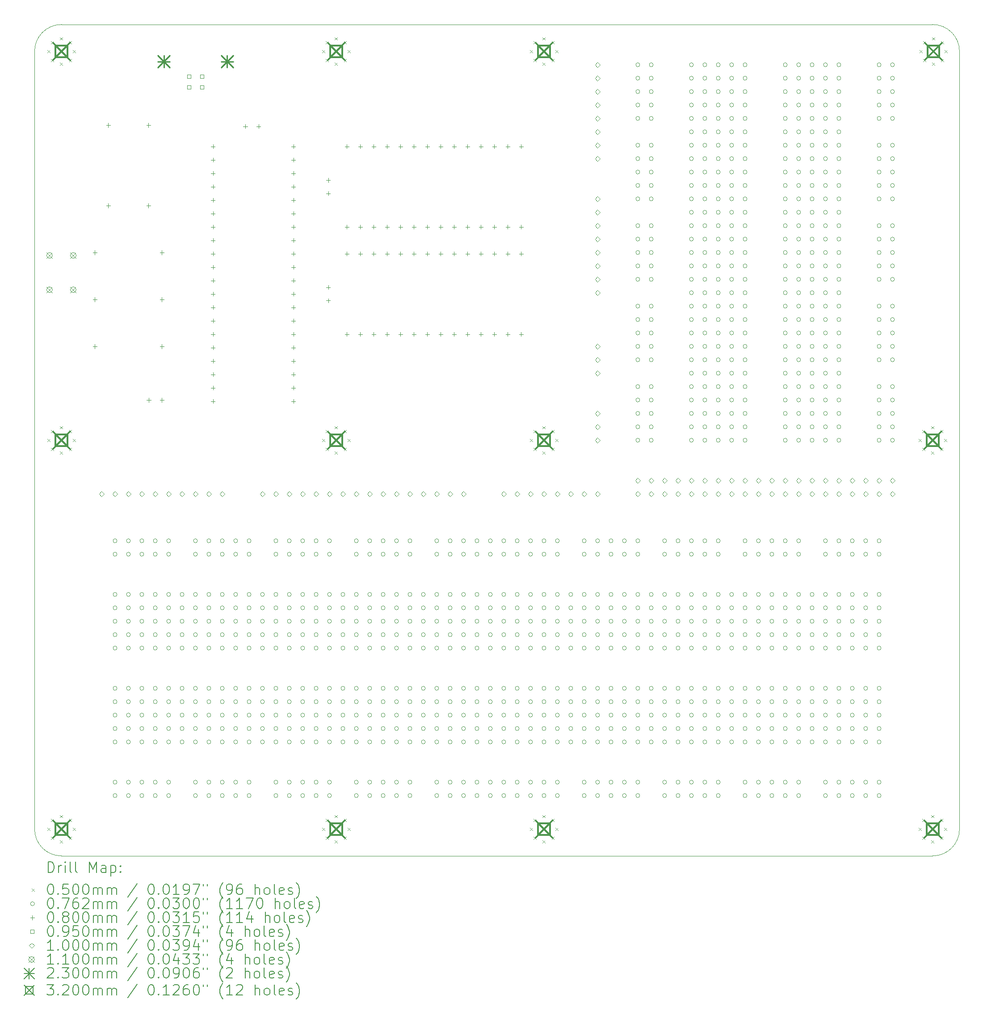
<source format=gbr>
%TF.GenerationSoftware,KiCad,Pcbnew,6.0.9-8da3e8f707~116~ubuntu20.04.1*%
%TF.CreationDate,2022-11-18T21:39:17+01:00*%
%TF.ProjectId,WD6502,57443635-3032-42e6-9b69-6361645f7063,rev?*%
%TF.SameCoordinates,Original*%
%TF.FileFunction,Drillmap*%
%TF.FilePolarity,Positive*%
%FSLAX45Y45*%
G04 Gerber Fmt 4.5, Leading zero omitted, Abs format (unit mm)*
G04 Created by KiCad (PCBNEW 6.0.9-8da3e8f707~116~ubuntu20.04.1) date 2022-11-18 21:39:17*
%MOMM*%
%LPD*%
G01*
G04 APERTURE LIST*
%ADD10C,0.038100*%
%ADD11C,0.200000*%
%ADD12C,0.050000*%
%ADD13C,0.076200*%
%ADD14C,0.080000*%
%ADD15C,0.095000*%
%ADD16C,0.100000*%
%ADD17C,0.110000*%
%ADD18C,0.230000*%
%ADD19C,0.320000*%
G04 APERTURE END LIST*
D10*
X22606000Y-3048000D02*
G75*
G03*
X22098000Y-2540000I-508000J0D01*
G01*
X22606000Y-3048000D02*
X22606000Y-17780000D01*
X5588000Y-2540000D02*
X22098000Y-2540000D01*
X5588000Y-2540000D02*
G75*
G03*
X5080000Y-3048000I0J-508000D01*
G01*
X22098000Y-18288000D02*
G75*
G03*
X22606000Y-17780000I0J508000D01*
G01*
X5588000Y-18288000D02*
X22098000Y-18288000D01*
X5080000Y-17780000D02*
X5080000Y-3048000D01*
X5080000Y-17780000D02*
G75*
G03*
X5588000Y-18288000I508000J0D01*
G01*
D11*
D12*
X5323000Y-3023000D02*
X5373000Y-3073000D01*
X5373000Y-3023000D02*
X5323000Y-3073000D01*
X5323000Y-10389000D02*
X5373000Y-10439000D01*
X5373000Y-10389000D02*
X5323000Y-10439000D01*
X5323000Y-17755000D02*
X5373000Y-17805000D01*
X5373000Y-17755000D02*
X5323000Y-17805000D01*
X5393294Y-2853294D02*
X5443294Y-2903294D01*
X5443294Y-2853294D02*
X5393294Y-2903294D01*
X5393294Y-3192706D02*
X5443294Y-3242706D01*
X5443294Y-3192706D02*
X5393294Y-3242706D01*
X5393294Y-10219294D02*
X5443294Y-10269294D01*
X5443294Y-10219294D02*
X5393294Y-10269294D01*
X5393294Y-10558706D02*
X5443294Y-10608706D01*
X5443294Y-10558706D02*
X5393294Y-10608706D01*
X5393294Y-17585294D02*
X5443294Y-17635294D01*
X5443294Y-17585294D02*
X5393294Y-17635294D01*
X5393294Y-17924706D02*
X5443294Y-17974706D01*
X5443294Y-17924706D02*
X5393294Y-17974706D01*
X5563000Y-2783000D02*
X5613000Y-2833000D01*
X5613000Y-2783000D02*
X5563000Y-2833000D01*
X5563000Y-3263000D02*
X5613000Y-3313000D01*
X5613000Y-3263000D02*
X5563000Y-3313000D01*
X5563000Y-10149000D02*
X5613000Y-10199000D01*
X5613000Y-10149000D02*
X5563000Y-10199000D01*
X5563000Y-10629000D02*
X5613000Y-10679000D01*
X5613000Y-10629000D02*
X5563000Y-10679000D01*
X5563000Y-17515000D02*
X5613000Y-17565000D01*
X5613000Y-17515000D02*
X5563000Y-17565000D01*
X5563000Y-17995000D02*
X5613000Y-18045000D01*
X5613000Y-17995000D02*
X5563000Y-18045000D01*
X5732706Y-2853294D02*
X5782706Y-2903294D01*
X5782706Y-2853294D02*
X5732706Y-2903294D01*
X5732706Y-3192706D02*
X5782706Y-3242706D01*
X5782706Y-3192706D02*
X5732706Y-3242706D01*
X5732706Y-10219294D02*
X5782706Y-10269294D01*
X5782706Y-10219294D02*
X5732706Y-10269294D01*
X5732706Y-10558706D02*
X5782706Y-10608706D01*
X5782706Y-10558706D02*
X5732706Y-10608706D01*
X5732706Y-17585294D02*
X5782706Y-17635294D01*
X5782706Y-17585294D02*
X5732706Y-17635294D01*
X5732706Y-17924706D02*
X5782706Y-17974706D01*
X5782706Y-17924706D02*
X5732706Y-17974706D01*
X5803000Y-3023000D02*
X5853000Y-3073000D01*
X5853000Y-3023000D02*
X5803000Y-3073000D01*
X5803000Y-10389000D02*
X5853000Y-10439000D01*
X5853000Y-10389000D02*
X5803000Y-10439000D01*
X5803000Y-17755000D02*
X5853000Y-17805000D01*
X5853000Y-17755000D02*
X5803000Y-17805000D01*
X10530000Y-3023000D02*
X10580000Y-3073000D01*
X10580000Y-3023000D02*
X10530000Y-3073000D01*
X10530000Y-10389000D02*
X10580000Y-10439000D01*
X10580000Y-10389000D02*
X10530000Y-10439000D01*
X10530000Y-17755000D02*
X10580000Y-17805000D01*
X10580000Y-17755000D02*
X10530000Y-17805000D01*
X10600294Y-2853294D02*
X10650294Y-2903294D01*
X10650294Y-2853294D02*
X10600294Y-2903294D01*
X10600294Y-3192706D02*
X10650294Y-3242706D01*
X10650294Y-3192706D02*
X10600294Y-3242706D01*
X10600294Y-10219294D02*
X10650294Y-10269294D01*
X10650294Y-10219294D02*
X10600294Y-10269294D01*
X10600294Y-10558706D02*
X10650294Y-10608706D01*
X10650294Y-10558706D02*
X10600294Y-10608706D01*
X10600294Y-17585294D02*
X10650294Y-17635294D01*
X10650294Y-17585294D02*
X10600294Y-17635294D01*
X10600294Y-17924706D02*
X10650294Y-17974706D01*
X10650294Y-17924706D02*
X10600294Y-17974706D01*
X10770000Y-2783000D02*
X10820000Y-2833000D01*
X10820000Y-2783000D02*
X10770000Y-2833000D01*
X10770000Y-3263000D02*
X10820000Y-3313000D01*
X10820000Y-3263000D02*
X10770000Y-3313000D01*
X10770000Y-10149000D02*
X10820000Y-10199000D01*
X10820000Y-10149000D02*
X10770000Y-10199000D01*
X10770000Y-10629000D02*
X10820000Y-10679000D01*
X10820000Y-10629000D02*
X10770000Y-10679000D01*
X10770000Y-17515000D02*
X10820000Y-17565000D01*
X10820000Y-17515000D02*
X10770000Y-17565000D01*
X10770000Y-17995000D02*
X10820000Y-18045000D01*
X10820000Y-17995000D02*
X10770000Y-18045000D01*
X10939706Y-2853294D02*
X10989706Y-2903294D01*
X10989706Y-2853294D02*
X10939706Y-2903294D01*
X10939706Y-3192706D02*
X10989706Y-3242706D01*
X10989706Y-3192706D02*
X10939706Y-3242706D01*
X10939706Y-10219294D02*
X10989706Y-10269294D01*
X10989706Y-10219294D02*
X10939706Y-10269294D01*
X10939706Y-10558706D02*
X10989706Y-10608706D01*
X10989706Y-10558706D02*
X10939706Y-10608706D01*
X10939706Y-17585294D02*
X10989706Y-17635294D01*
X10989706Y-17585294D02*
X10939706Y-17635294D01*
X10939706Y-17924706D02*
X10989706Y-17974706D01*
X10989706Y-17924706D02*
X10939706Y-17974706D01*
X11010000Y-3023000D02*
X11060000Y-3073000D01*
X11060000Y-3023000D02*
X11010000Y-3073000D01*
X11010000Y-10389000D02*
X11060000Y-10439000D01*
X11060000Y-10389000D02*
X11010000Y-10439000D01*
X11010000Y-17755000D02*
X11060000Y-17805000D01*
X11060000Y-17755000D02*
X11010000Y-17805000D01*
X14467000Y-3023000D02*
X14517000Y-3073000D01*
X14517000Y-3023000D02*
X14467000Y-3073000D01*
X14467000Y-10389000D02*
X14517000Y-10439000D01*
X14517000Y-10389000D02*
X14467000Y-10439000D01*
X14467000Y-17755000D02*
X14517000Y-17805000D01*
X14517000Y-17755000D02*
X14467000Y-17805000D01*
X14537294Y-2853294D02*
X14587294Y-2903294D01*
X14587294Y-2853294D02*
X14537294Y-2903294D01*
X14537294Y-3192706D02*
X14587294Y-3242706D01*
X14587294Y-3192706D02*
X14537294Y-3242706D01*
X14537294Y-10219294D02*
X14587294Y-10269294D01*
X14587294Y-10219294D02*
X14537294Y-10269294D01*
X14537294Y-10558706D02*
X14587294Y-10608706D01*
X14587294Y-10558706D02*
X14537294Y-10608706D01*
X14537294Y-17585294D02*
X14587294Y-17635294D01*
X14587294Y-17585294D02*
X14537294Y-17635294D01*
X14537294Y-17924706D02*
X14587294Y-17974706D01*
X14587294Y-17924706D02*
X14537294Y-17974706D01*
X14707000Y-2783000D02*
X14757000Y-2833000D01*
X14757000Y-2783000D02*
X14707000Y-2833000D01*
X14707000Y-3263000D02*
X14757000Y-3313000D01*
X14757000Y-3263000D02*
X14707000Y-3313000D01*
X14707000Y-10149000D02*
X14757000Y-10199000D01*
X14757000Y-10149000D02*
X14707000Y-10199000D01*
X14707000Y-10629000D02*
X14757000Y-10679000D01*
X14757000Y-10629000D02*
X14707000Y-10679000D01*
X14707000Y-17515000D02*
X14757000Y-17565000D01*
X14757000Y-17515000D02*
X14707000Y-17565000D01*
X14707000Y-17995000D02*
X14757000Y-18045000D01*
X14757000Y-17995000D02*
X14707000Y-18045000D01*
X14876706Y-2853294D02*
X14926706Y-2903294D01*
X14926706Y-2853294D02*
X14876706Y-2903294D01*
X14876706Y-3192706D02*
X14926706Y-3242706D01*
X14926706Y-3192706D02*
X14876706Y-3242706D01*
X14876706Y-10219294D02*
X14926706Y-10269294D01*
X14926706Y-10219294D02*
X14876706Y-10269294D01*
X14876706Y-10558706D02*
X14926706Y-10608706D01*
X14926706Y-10558706D02*
X14876706Y-10608706D01*
X14876706Y-17585294D02*
X14926706Y-17635294D01*
X14926706Y-17585294D02*
X14876706Y-17635294D01*
X14876706Y-17924706D02*
X14926706Y-17974706D01*
X14926706Y-17924706D02*
X14876706Y-17974706D01*
X14947000Y-3023000D02*
X14997000Y-3073000D01*
X14997000Y-3023000D02*
X14947000Y-3073000D01*
X14947000Y-10389000D02*
X14997000Y-10439000D01*
X14997000Y-10389000D02*
X14947000Y-10439000D01*
X14947000Y-17755000D02*
X14997000Y-17805000D01*
X14997000Y-17755000D02*
X14947000Y-17805000D01*
X21833000Y-10389000D02*
X21883000Y-10439000D01*
X21883000Y-10389000D02*
X21833000Y-10439000D01*
X21833000Y-17755000D02*
X21883000Y-17805000D01*
X21883000Y-17755000D02*
X21833000Y-17805000D01*
X21847000Y-3023000D02*
X21897000Y-3073000D01*
X21897000Y-3023000D02*
X21847000Y-3073000D01*
X21903294Y-10219294D02*
X21953294Y-10269294D01*
X21953294Y-10219294D02*
X21903294Y-10269294D01*
X21903294Y-10558706D02*
X21953294Y-10608706D01*
X21953294Y-10558706D02*
X21903294Y-10608706D01*
X21903294Y-17585294D02*
X21953294Y-17635294D01*
X21953294Y-17585294D02*
X21903294Y-17635294D01*
X21903294Y-17924706D02*
X21953294Y-17974706D01*
X21953294Y-17924706D02*
X21903294Y-17974706D01*
X21917294Y-2853294D02*
X21967294Y-2903294D01*
X21967294Y-2853294D02*
X21917294Y-2903294D01*
X21917294Y-3192706D02*
X21967294Y-3242706D01*
X21967294Y-3192706D02*
X21917294Y-3242706D01*
X22073000Y-10149000D02*
X22123000Y-10199000D01*
X22123000Y-10149000D02*
X22073000Y-10199000D01*
X22073000Y-10629000D02*
X22123000Y-10679000D01*
X22123000Y-10629000D02*
X22073000Y-10679000D01*
X22073000Y-17515000D02*
X22123000Y-17565000D01*
X22123000Y-17515000D02*
X22073000Y-17565000D01*
X22073000Y-17995000D02*
X22123000Y-18045000D01*
X22123000Y-17995000D02*
X22073000Y-18045000D01*
X22087000Y-2783000D02*
X22137000Y-2833000D01*
X22137000Y-2783000D02*
X22087000Y-2833000D01*
X22087000Y-3263000D02*
X22137000Y-3313000D01*
X22137000Y-3263000D02*
X22087000Y-3313000D01*
X22242706Y-10219294D02*
X22292706Y-10269294D01*
X22292706Y-10219294D02*
X22242706Y-10269294D01*
X22242706Y-10558706D02*
X22292706Y-10608706D01*
X22292706Y-10558706D02*
X22242706Y-10608706D01*
X22242706Y-17585294D02*
X22292706Y-17635294D01*
X22292706Y-17585294D02*
X22242706Y-17635294D01*
X22242706Y-17924706D02*
X22292706Y-17974706D01*
X22292706Y-17924706D02*
X22242706Y-17974706D01*
X22256706Y-2853294D02*
X22306706Y-2903294D01*
X22306706Y-2853294D02*
X22256706Y-2903294D01*
X22256706Y-3192706D02*
X22306706Y-3242706D01*
X22306706Y-3192706D02*
X22256706Y-3242706D01*
X22313000Y-10389000D02*
X22363000Y-10439000D01*
X22363000Y-10389000D02*
X22313000Y-10439000D01*
X22313000Y-17755000D02*
X22363000Y-17805000D01*
X22363000Y-17755000D02*
X22313000Y-17805000D01*
X22327000Y-3023000D02*
X22377000Y-3073000D01*
X22377000Y-3023000D02*
X22327000Y-3073000D01*
D13*
X6642100Y-12319000D02*
G75*
G03*
X6642100Y-12319000I-38100J0D01*
G01*
X6642100Y-12573000D02*
G75*
G03*
X6642100Y-12573000I-38100J0D01*
G01*
X6642100Y-13335000D02*
G75*
G03*
X6642100Y-13335000I-38100J0D01*
G01*
X6642100Y-13589000D02*
G75*
G03*
X6642100Y-13589000I-38100J0D01*
G01*
X6642100Y-13843000D02*
G75*
G03*
X6642100Y-13843000I-38100J0D01*
G01*
X6642100Y-14097000D02*
G75*
G03*
X6642100Y-14097000I-38100J0D01*
G01*
X6642100Y-14351000D02*
G75*
G03*
X6642100Y-14351000I-38100J0D01*
G01*
X6642100Y-15113000D02*
G75*
G03*
X6642100Y-15113000I-38100J0D01*
G01*
X6642100Y-15367000D02*
G75*
G03*
X6642100Y-15367000I-38100J0D01*
G01*
X6642100Y-15621000D02*
G75*
G03*
X6642100Y-15621000I-38100J0D01*
G01*
X6642100Y-15875000D02*
G75*
G03*
X6642100Y-15875000I-38100J0D01*
G01*
X6642100Y-16129000D02*
G75*
G03*
X6642100Y-16129000I-38100J0D01*
G01*
X6642100Y-16891000D02*
G75*
G03*
X6642100Y-16891000I-38100J0D01*
G01*
X6642100Y-17145000D02*
G75*
G03*
X6642100Y-17145000I-38100J0D01*
G01*
X6896100Y-12319000D02*
G75*
G03*
X6896100Y-12319000I-38100J0D01*
G01*
X6896100Y-12573000D02*
G75*
G03*
X6896100Y-12573000I-38100J0D01*
G01*
X6896100Y-13335000D02*
G75*
G03*
X6896100Y-13335000I-38100J0D01*
G01*
X6896100Y-13589000D02*
G75*
G03*
X6896100Y-13589000I-38100J0D01*
G01*
X6896100Y-13843000D02*
G75*
G03*
X6896100Y-13843000I-38100J0D01*
G01*
X6896100Y-14097000D02*
G75*
G03*
X6896100Y-14097000I-38100J0D01*
G01*
X6896100Y-14351000D02*
G75*
G03*
X6896100Y-14351000I-38100J0D01*
G01*
X6896100Y-15113000D02*
G75*
G03*
X6896100Y-15113000I-38100J0D01*
G01*
X6896100Y-15367000D02*
G75*
G03*
X6896100Y-15367000I-38100J0D01*
G01*
X6896100Y-15621000D02*
G75*
G03*
X6896100Y-15621000I-38100J0D01*
G01*
X6896100Y-15875000D02*
G75*
G03*
X6896100Y-15875000I-38100J0D01*
G01*
X6896100Y-16129000D02*
G75*
G03*
X6896100Y-16129000I-38100J0D01*
G01*
X6896100Y-16891000D02*
G75*
G03*
X6896100Y-16891000I-38100J0D01*
G01*
X6896100Y-17145000D02*
G75*
G03*
X6896100Y-17145000I-38100J0D01*
G01*
X7150100Y-12319000D02*
G75*
G03*
X7150100Y-12319000I-38100J0D01*
G01*
X7150100Y-12573000D02*
G75*
G03*
X7150100Y-12573000I-38100J0D01*
G01*
X7150100Y-13335000D02*
G75*
G03*
X7150100Y-13335000I-38100J0D01*
G01*
X7150100Y-13589000D02*
G75*
G03*
X7150100Y-13589000I-38100J0D01*
G01*
X7150100Y-13843000D02*
G75*
G03*
X7150100Y-13843000I-38100J0D01*
G01*
X7150100Y-14097000D02*
G75*
G03*
X7150100Y-14097000I-38100J0D01*
G01*
X7150100Y-14351000D02*
G75*
G03*
X7150100Y-14351000I-38100J0D01*
G01*
X7150100Y-15113000D02*
G75*
G03*
X7150100Y-15113000I-38100J0D01*
G01*
X7150100Y-15367000D02*
G75*
G03*
X7150100Y-15367000I-38100J0D01*
G01*
X7150100Y-15621000D02*
G75*
G03*
X7150100Y-15621000I-38100J0D01*
G01*
X7150100Y-15875000D02*
G75*
G03*
X7150100Y-15875000I-38100J0D01*
G01*
X7150100Y-16129000D02*
G75*
G03*
X7150100Y-16129000I-38100J0D01*
G01*
X7150100Y-16891000D02*
G75*
G03*
X7150100Y-16891000I-38100J0D01*
G01*
X7150100Y-17145000D02*
G75*
G03*
X7150100Y-17145000I-38100J0D01*
G01*
X7404100Y-12319000D02*
G75*
G03*
X7404100Y-12319000I-38100J0D01*
G01*
X7404100Y-12573000D02*
G75*
G03*
X7404100Y-12573000I-38100J0D01*
G01*
X7404100Y-13335000D02*
G75*
G03*
X7404100Y-13335000I-38100J0D01*
G01*
X7404100Y-13589000D02*
G75*
G03*
X7404100Y-13589000I-38100J0D01*
G01*
X7404100Y-13843000D02*
G75*
G03*
X7404100Y-13843000I-38100J0D01*
G01*
X7404100Y-14097000D02*
G75*
G03*
X7404100Y-14097000I-38100J0D01*
G01*
X7404100Y-14351000D02*
G75*
G03*
X7404100Y-14351000I-38100J0D01*
G01*
X7404100Y-15113000D02*
G75*
G03*
X7404100Y-15113000I-38100J0D01*
G01*
X7404100Y-15367000D02*
G75*
G03*
X7404100Y-15367000I-38100J0D01*
G01*
X7404100Y-15621000D02*
G75*
G03*
X7404100Y-15621000I-38100J0D01*
G01*
X7404100Y-15875000D02*
G75*
G03*
X7404100Y-15875000I-38100J0D01*
G01*
X7404100Y-16129000D02*
G75*
G03*
X7404100Y-16129000I-38100J0D01*
G01*
X7404100Y-16891000D02*
G75*
G03*
X7404100Y-16891000I-38100J0D01*
G01*
X7404100Y-17145000D02*
G75*
G03*
X7404100Y-17145000I-38100J0D01*
G01*
X7658100Y-12319000D02*
G75*
G03*
X7658100Y-12319000I-38100J0D01*
G01*
X7658100Y-12573000D02*
G75*
G03*
X7658100Y-12573000I-38100J0D01*
G01*
X7658100Y-13335000D02*
G75*
G03*
X7658100Y-13335000I-38100J0D01*
G01*
X7658100Y-13589000D02*
G75*
G03*
X7658100Y-13589000I-38100J0D01*
G01*
X7658100Y-13843000D02*
G75*
G03*
X7658100Y-13843000I-38100J0D01*
G01*
X7658100Y-14097000D02*
G75*
G03*
X7658100Y-14097000I-38100J0D01*
G01*
X7658100Y-14351000D02*
G75*
G03*
X7658100Y-14351000I-38100J0D01*
G01*
X7658100Y-15113000D02*
G75*
G03*
X7658100Y-15113000I-38100J0D01*
G01*
X7658100Y-15367000D02*
G75*
G03*
X7658100Y-15367000I-38100J0D01*
G01*
X7658100Y-15621000D02*
G75*
G03*
X7658100Y-15621000I-38100J0D01*
G01*
X7658100Y-15875000D02*
G75*
G03*
X7658100Y-15875000I-38100J0D01*
G01*
X7658100Y-16129000D02*
G75*
G03*
X7658100Y-16129000I-38100J0D01*
G01*
X7658100Y-16891000D02*
G75*
G03*
X7658100Y-16891000I-38100J0D01*
G01*
X7658100Y-17145000D02*
G75*
G03*
X7658100Y-17145000I-38100J0D01*
G01*
X7912100Y-13335000D02*
G75*
G03*
X7912100Y-13335000I-38100J0D01*
G01*
X7912100Y-13589000D02*
G75*
G03*
X7912100Y-13589000I-38100J0D01*
G01*
X7912100Y-13843000D02*
G75*
G03*
X7912100Y-13843000I-38100J0D01*
G01*
X7912100Y-14097000D02*
G75*
G03*
X7912100Y-14097000I-38100J0D01*
G01*
X7912100Y-14351000D02*
G75*
G03*
X7912100Y-14351000I-38100J0D01*
G01*
X7912100Y-15113000D02*
G75*
G03*
X7912100Y-15113000I-38100J0D01*
G01*
X7912100Y-15367000D02*
G75*
G03*
X7912100Y-15367000I-38100J0D01*
G01*
X7912100Y-15621000D02*
G75*
G03*
X7912100Y-15621000I-38100J0D01*
G01*
X7912100Y-15875000D02*
G75*
G03*
X7912100Y-15875000I-38100J0D01*
G01*
X7912100Y-16129000D02*
G75*
G03*
X7912100Y-16129000I-38100J0D01*
G01*
X8166100Y-12319000D02*
G75*
G03*
X8166100Y-12319000I-38100J0D01*
G01*
X8166100Y-12573000D02*
G75*
G03*
X8166100Y-12573000I-38100J0D01*
G01*
X8166100Y-13335000D02*
G75*
G03*
X8166100Y-13335000I-38100J0D01*
G01*
X8166100Y-13589000D02*
G75*
G03*
X8166100Y-13589000I-38100J0D01*
G01*
X8166100Y-13843000D02*
G75*
G03*
X8166100Y-13843000I-38100J0D01*
G01*
X8166100Y-14097000D02*
G75*
G03*
X8166100Y-14097000I-38100J0D01*
G01*
X8166100Y-14351000D02*
G75*
G03*
X8166100Y-14351000I-38100J0D01*
G01*
X8166100Y-15113000D02*
G75*
G03*
X8166100Y-15113000I-38100J0D01*
G01*
X8166100Y-15367000D02*
G75*
G03*
X8166100Y-15367000I-38100J0D01*
G01*
X8166100Y-15621000D02*
G75*
G03*
X8166100Y-15621000I-38100J0D01*
G01*
X8166100Y-15875000D02*
G75*
G03*
X8166100Y-15875000I-38100J0D01*
G01*
X8166100Y-16129000D02*
G75*
G03*
X8166100Y-16129000I-38100J0D01*
G01*
X8166100Y-16891000D02*
G75*
G03*
X8166100Y-16891000I-38100J0D01*
G01*
X8166100Y-17145000D02*
G75*
G03*
X8166100Y-17145000I-38100J0D01*
G01*
X8420100Y-12319000D02*
G75*
G03*
X8420100Y-12319000I-38100J0D01*
G01*
X8420100Y-12573000D02*
G75*
G03*
X8420100Y-12573000I-38100J0D01*
G01*
X8420100Y-13335000D02*
G75*
G03*
X8420100Y-13335000I-38100J0D01*
G01*
X8420100Y-13589000D02*
G75*
G03*
X8420100Y-13589000I-38100J0D01*
G01*
X8420100Y-13843000D02*
G75*
G03*
X8420100Y-13843000I-38100J0D01*
G01*
X8420100Y-14097000D02*
G75*
G03*
X8420100Y-14097000I-38100J0D01*
G01*
X8420100Y-14351000D02*
G75*
G03*
X8420100Y-14351000I-38100J0D01*
G01*
X8420100Y-15113000D02*
G75*
G03*
X8420100Y-15113000I-38100J0D01*
G01*
X8420100Y-15367000D02*
G75*
G03*
X8420100Y-15367000I-38100J0D01*
G01*
X8420100Y-15621000D02*
G75*
G03*
X8420100Y-15621000I-38100J0D01*
G01*
X8420100Y-15875000D02*
G75*
G03*
X8420100Y-15875000I-38100J0D01*
G01*
X8420100Y-16129000D02*
G75*
G03*
X8420100Y-16129000I-38100J0D01*
G01*
X8420100Y-16891000D02*
G75*
G03*
X8420100Y-16891000I-38100J0D01*
G01*
X8420100Y-17145000D02*
G75*
G03*
X8420100Y-17145000I-38100J0D01*
G01*
X8674100Y-12319000D02*
G75*
G03*
X8674100Y-12319000I-38100J0D01*
G01*
X8674100Y-12573000D02*
G75*
G03*
X8674100Y-12573000I-38100J0D01*
G01*
X8674100Y-13335000D02*
G75*
G03*
X8674100Y-13335000I-38100J0D01*
G01*
X8674100Y-13589000D02*
G75*
G03*
X8674100Y-13589000I-38100J0D01*
G01*
X8674100Y-13843000D02*
G75*
G03*
X8674100Y-13843000I-38100J0D01*
G01*
X8674100Y-14097000D02*
G75*
G03*
X8674100Y-14097000I-38100J0D01*
G01*
X8674100Y-14351000D02*
G75*
G03*
X8674100Y-14351000I-38100J0D01*
G01*
X8674100Y-15113000D02*
G75*
G03*
X8674100Y-15113000I-38100J0D01*
G01*
X8674100Y-15367000D02*
G75*
G03*
X8674100Y-15367000I-38100J0D01*
G01*
X8674100Y-15621000D02*
G75*
G03*
X8674100Y-15621000I-38100J0D01*
G01*
X8674100Y-15875000D02*
G75*
G03*
X8674100Y-15875000I-38100J0D01*
G01*
X8674100Y-16129000D02*
G75*
G03*
X8674100Y-16129000I-38100J0D01*
G01*
X8674100Y-16891000D02*
G75*
G03*
X8674100Y-16891000I-38100J0D01*
G01*
X8674100Y-17145000D02*
G75*
G03*
X8674100Y-17145000I-38100J0D01*
G01*
X8928100Y-12319000D02*
G75*
G03*
X8928100Y-12319000I-38100J0D01*
G01*
X8928100Y-12573000D02*
G75*
G03*
X8928100Y-12573000I-38100J0D01*
G01*
X8928100Y-13335000D02*
G75*
G03*
X8928100Y-13335000I-38100J0D01*
G01*
X8928100Y-13589000D02*
G75*
G03*
X8928100Y-13589000I-38100J0D01*
G01*
X8928100Y-13843000D02*
G75*
G03*
X8928100Y-13843000I-38100J0D01*
G01*
X8928100Y-14097000D02*
G75*
G03*
X8928100Y-14097000I-38100J0D01*
G01*
X8928100Y-14351000D02*
G75*
G03*
X8928100Y-14351000I-38100J0D01*
G01*
X8928100Y-15113000D02*
G75*
G03*
X8928100Y-15113000I-38100J0D01*
G01*
X8928100Y-15367000D02*
G75*
G03*
X8928100Y-15367000I-38100J0D01*
G01*
X8928100Y-15621000D02*
G75*
G03*
X8928100Y-15621000I-38100J0D01*
G01*
X8928100Y-15875000D02*
G75*
G03*
X8928100Y-15875000I-38100J0D01*
G01*
X8928100Y-16129000D02*
G75*
G03*
X8928100Y-16129000I-38100J0D01*
G01*
X8928100Y-16891000D02*
G75*
G03*
X8928100Y-16891000I-38100J0D01*
G01*
X8928100Y-17145000D02*
G75*
G03*
X8928100Y-17145000I-38100J0D01*
G01*
X9182100Y-12319000D02*
G75*
G03*
X9182100Y-12319000I-38100J0D01*
G01*
X9182100Y-12573000D02*
G75*
G03*
X9182100Y-12573000I-38100J0D01*
G01*
X9182100Y-13335000D02*
G75*
G03*
X9182100Y-13335000I-38100J0D01*
G01*
X9182100Y-13589000D02*
G75*
G03*
X9182100Y-13589000I-38100J0D01*
G01*
X9182100Y-13843000D02*
G75*
G03*
X9182100Y-13843000I-38100J0D01*
G01*
X9182100Y-14097000D02*
G75*
G03*
X9182100Y-14097000I-38100J0D01*
G01*
X9182100Y-14351000D02*
G75*
G03*
X9182100Y-14351000I-38100J0D01*
G01*
X9182100Y-15113000D02*
G75*
G03*
X9182100Y-15113000I-38100J0D01*
G01*
X9182100Y-15367000D02*
G75*
G03*
X9182100Y-15367000I-38100J0D01*
G01*
X9182100Y-15621000D02*
G75*
G03*
X9182100Y-15621000I-38100J0D01*
G01*
X9182100Y-15875000D02*
G75*
G03*
X9182100Y-15875000I-38100J0D01*
G01*
X9182100Y-16129000D02*
G75*
G03*
X9182100Y-16129000I-38100J0D01*
G01*
X9182100Y-16891000D02*
G75*
G03*
X9182100Y-16891000I-38100J0D01*
G01*
X9182100Y-17145000D02*
G75*
G03*
X9182100Y-17145000I-38100J0D01*
G01*
X9436100Y-13335000D02*
G75*
G03*
X9436100Y-13335000I-38100J0D01*
G01*
X9436100Y-13589000D02*
G75*
G03*
X9436100Y-13589000I-38100J0D01*
G01*
X9436100Y-13843000D02*
G75*
G03*
X9436100Y-13843000I-38100J0D01*
G01*
X9436100Y-14097000D02*
G75*
G03*
X9436100Y-14097000I-38100J0D01*
G01*
X9436100Y-14351000D02*
G75*
G03*
X9436100Y-14351000I-38100J0D01*
G01*
X9436100Y-15113000D02*
G75*
G03*
X9436100Y-15113000I-38100J0D01*
G01*
X9436100Y-15367000D02*
G75*
G03*
X9436100Y-15367000I-38100J0D01*
G01*
X9436100Y-15621000D02*
G75*
G03*
X9436100Y-15621000I-38100J0D01*
G01*
X9436100Y-15875000D02*
G75*
G03*
X9436100Y-15875000I-38100J0D01*
G01*
X9436100Y-16129000D02*
G75*
G03*
X9436100Y-16129000I-38100J0D01*
G01*
X9690100Y-12319000D02*
G75*
G03*
X9690100Y-12319000I-38100J0D01*
G01*
X9690100Y-12573000D02*
G75*
G03*
X9690100Y-12573000I-38100J0D01*
G01*
X9690100Y-13335000D02*
G75*
G03*
X9690100Y-13335000I-38100J0D01*
G01*
X9690100Y-13589000D02*
G75*
G03*
X9690100Y-13589000I-38100J0D01*
G01*
X9690100Y-13843000D02*
G75*
G03*
X9690100Y-13843000I-38100J0D01*
G01*
X9690100Y-14097000D02*
G75*
G03*
X9690100Y-14097000I-38100J0D01*
G01*
X9690100Y-14351000D02*
G75*
G03*
X9690100Y-14351000I-38100J0D01*
G01*
X9690100Y-15113000D02*
G75*
G03*
X9690100Y-15113000I-38100J0D01*
G01*
X9690100Y-15367000D02*
G75*
G03*
X9690100Y-15367000I-38100J0D01*
G01*
X9690100Y-15621000D02*
G75*
G03*
X9690100Y-15621000I-38100J0D01*
G01*
X9690100Y-15875000D02*
G75*
G03*
X9690100Y-15875000I-38100J0D01*
G01*
X9690100Y-16129000D02*
G75*
G03*
X9690100Y-16129000I-38100J0D01*
G01*
X9690100Y-16891000D02*
G75*
G03*
X9690100Y-16891000I-38100J0D01*
G01*
X9690100Y-17145000D02*
G75*
G03*
X9690100Y-17145000I-38100J0D01*
G01*
X9944100Y-12319000D02*
G75*
G03*
X9944100Y-12319000I-38100J0D01*
G01*
X9944100Y-12573000D02*
G75*
G03*
X9944100Y-12573000I-38100J0D01*
G01*
X9944100Y-13335000D02*
G75*
G03*
X9944100Y-13335000I-38100J0D01*
G01*
X9944100Y-13589000D02*
G75*
G03*
X9944100Y-13589000I-38100J0D01*
G01*
X9944100Y-13843000D02*
G75*
G03*
X9944100Y-13843000I-38100J0D01*
G01*
X9944100Y-14097000D02*
G75*
G03*
X9944100Y-14097000I-38100J0D01*
G01*
X9944100Y-14351000D02*
G75*
G03*
X9944100Y-14351000I-38100J0D01*
G01*
X9944100Y-15113000D02*
G75*
G03*
X9944100Y-15113000I-38100J0D01*
G01*
X9944100Y-15367000D02*
G75*
G03*
X9944100Y-15367000I-38100J0D01*
G01*
X9944100Y-15621000D02*
G75*
G03*
X9944100Y-15621000I-38100J0D01*
G01*
X9944100Y-15875000D02*
G75*
G03*
X9944100Y-15875000I-38100J0D01*
G01*
X9944100Y-16129000D02*
G75*
G03*
X9944100Y-16129000I-38100J0D01*
G01*
X9944100Y-16891000D02*
G75*
G03*
X9944100Y-16891000I-38100J0D01*
G01*
X9944100Y-17145000D02*
G75*
G03*
X9944100Y-17145000I-38100J0D01*
G01*
X10198100Y-12319000D02*
G75*
G03*
X10198100Y-12319000I-38100J0D01*
G01*
X10198100Y-12573000D02*
G75*
G03*
X10198100Y-12573000I-38100J0D01*
G01*
X10198100Y-13335000D02*
G75*
G03*
X10198100Y-13335000I-38100J0D01*
G01*
X10198100Y-13589000D02*
G75*
G03*
X10198100Y-13589000I-38100J0D01*
G01*
X10198100Y-13843000D02*
G75*
G03*
X10198100Y-13843000I-38100J0D01*
G01*
X10198100Y-14097000D02*
G75*
G03*
X10198100Y-14097000I-38100J0D01*
G01*
X10198100Y-14351000D02*
G75*
G03*
X10198100Y-14351000I-38100J0D01*
G01*
X10198100Y-15113000D02*
G75*
G03*
X10198100Y-15113000I-38100J0D01*
G01*
X10198100Y-15367000D02*
G75*
G03*
X10198100Y-15367000I-38100J0D01*
G01*
X10198100Y-15621000D02*
G75*
G03*
X10198100Y-15621000I-38100J0D01*
G01*
X10198100Y-15875000D02*
G75*
G03*
X10198100Y-15875000I-38100J0D01*
G01*
X10198100Y-16129000D02*
G75*
G03*
X10198100Y-16129000I-38100J0D01*
G01*
X10198100Y-16891000D02*
G75*
G03*
X10198100Y-16891000I-38100J0D01*
G01*
X10198100Y-17145000D02*
G75*
G03*
X10198100Y-17145000I-38100J0D01*
G01*
X10452100Y-12319000D02*
G75*
G03*
X10452100Y-12319000I-38100J0D01*
G01*
X10452100Y-12573000D02*
G75*
G03*
X10452100Y-12573000I-38100J0D01*
G01*
X10452100Y-13335000D02*
G75*
G03*
X10452100Y-13335000I-38100J0D01*
G01*
X10452100Y-13589000D02*
G75*
G03*
X10452100Y-13589000I-38100J0D01*
G01*
X10452100Y-13843000D02*
G75*
G03*
X10452100Y-13843000I-38100J0D01*
G01*
X10452100Y-14097000D02*
G75*
G03*
X10452100Y-14097000I-38100J0D01*
G01*
X10452100Y-14351000D02*
G75*
G03*
X10452100Y-14351000I-38100J0D01*
G01*
X10452100Y-15113000D02*
G75*
G03*
X10452100Y-15113000I-38100J0D01*
G01*
X10452100Y-15367000D02*
G75*
G03*
X10452100Y-15367000I-38100J0D01*
G01*
X10452100Y-15621000D02*
G75*
G03*
X10452100Y-15621000I-38100J0D01*
G01*
X10452100Y-15875000D02*
G75*
G03*
X10452100Y-15875000I-38100J0D01*
G01*
X10452100Y-16129000D02*
G75*
G03*
X10452100Y-16129000I-38100J0D01*
G01*
X10452100Y-16891000D02*
G75*
G03*
X10452100Y-16891000I-38100J0D01*
G01*
X10452100Y-17145000D02*
G75*
G03*
X10452100Y-17145000I-38100J0D01*
G01*
X10706100Y-12319000D02*
G75*
G03*
X10706100Y-12319000I-38100J0D01*
G01*
X10706100Y-12573000D02*
G75*
G03*
X10706100Y-12573000I-38100J0D01*
G01*
X10706100Y-13335000D02*
G75*
G03*
X10706100Y-13335000I-38100J0D01*
G01*
X10706100Y-13589000D02*
G75*
G03*
X10706100Y-13589000I-38100J0D01*
G01*
X10706100Y-13843000D02*
G75*
G03*
X10706100Y-13843000I-38100J0D01*
G01*
X10706100Y-14097000D02*
G75*
G03*
X10706100Y-14097000I-38100J0D01*
G01*
X10706100Y-14351000D02*
G75*
G03*
X10706100Y-14351000I-38100J0D01*
G01*
X10706100Y-15113000D02*
G75*
G03*
X10706100Y-15113000I-38100J0D01*
G01*
X10706100Y-15367000D02*
G75*
G03*
X10706100Y-15367000I-38100J0D01*
G01*
X10706100Y-15621000D02*
G75*
G03*
X10706100Y-15621000I-38100J0D01*
G01*
X10706100Y-15875000D02*
G75*
G03*
X10706100Y-15875000I-38100J0D01*
G01*
X10706100Y-16129000D02*
G75*
G03*
X10706100Y-16129000I-38100J0D01*
G01*
X10706100Y-16891000D02*
G75*
G03*
X10706100Y-16891000I-38100J0D01*
G01*
X10706100Y-17145000D02*
G75*
G03*
X10706100Y-17145000I-38100J0D01*
G01*
X10960100Y-13335000D02*
G75*
G03*
X10960100Y-13335000I-38100J0D01*
G01*
X10960100Y-13589000D02*
G75*
G03*
X10960100Y-13589000I-38100J0D01*
G01*
X10960100Y-13843000D02*
G75*
G03*
X10960100Y-13843000I-38100J0D01*
G01*
X10960100Y-14097000D02*
G75*
G03*
X10960100Y-14097000I-38100J0D01*
G01*
X10960100Y-14351000D02*
G75*
G03*
X10960100Y-14351000I-38100J0D01*
G01*
X10960100Y-15113000D02*
G75*
G03*
X10960100Y-15113000I-38100J0D01*
G01*
X10960100Y-15367000D02*
G75*
G03*
X10960100Y-15367000I-38100J0D01*
G01*
X10960100Y-15621000D02*
G75*
G03*
X10960100Y-15621000I-38100J0D01*
G01*
X10960100Y-15875000D02*
G75*
G03*
X10960100Y-15875000I-38100J0D01*
G01*
X10960100Y-16129000D02*
G75*
G03*
X10960100Y-16129000I-38100J0D01*
G01*
X11214100Y-12319000D02*
G75*
G03*
X11214100Y-12319000I-38100J0D01*
G01*
X11214100Y-12573000D02*
G75*
G03*
X11214100Y-12573000I-38100J0D01*
G01*
X11214100Y-13335000D02*
G75*
G03*
X11214100Y-13335000I-38100J0D01*
G01*
X11214100Y-13589000D02*
G75*
G03*
X11214100Y-13589000I-38100J0D01*
G01*
X11214100Y-13843000D02*
G75*
G03*
X11214100Y-13843000I-38100J0D01*
G01*
X11214100Y-14097000D02*
G75*
G03*
X11214100Y-14097000I-38100J0D01*
G01*
X11214100Y-14351000D02*
G75*
G03*
X11214100Y-14351000I-38100J0D01*
G01*
X11214100Y-15113000D02*
G75*
G03*
X11214100Y-15113000I-38100J0D01*
G01*
X11214100Y-15367000D02*
G75*
G03*
X11214100Y-15367000I-38100J0D01*
G01*
X11214100Y-15621000D02*
G75*
G03*
X11214100Y-15621000I-38100J0D01*
G01*
X11214100Y-15875000D02*
G75*
G03*
X11214100Y-15875000I-38100J0D01*
G01*
X11214100Y-16129000D02*
G75*
G03*
X11214100Y-16129000I-38100J0D01*
G01*
X11214100Y-16891000D02*
G75*
G03*
X11214100Y-16891000I-38100J0D01*
G01*
X11214100Y-17145000D02*
G75*
G03*
X11214100Y-17145000I-38100J0D01*
G01*
X11468100Y-12319000D02*
G75*
G03*
X11468100Y-12319000I-38100J0D01*
G01*
X11468100Y-12573000D02*
G75*
G03*
X11468100Y-12573000I-38100J0D01*
G01*
X11468100Y-13335000D02*
G75*
G03*
X11468100Y-13335000I-38100J0D01*
G01*
X11468100Y-13589000D02*
G75*
G03*
X11468100Y-13589000I-38100J0D01*
G01*
X11468100Y-13843000D02*
G75*
G03*
X11468100Y-13843000I-38100J0D01*
G01*
X11468100Y-14097000D02*
G75*
G03*
X11468100Y-14097000I-38100J0D01*
G01*
X11468100Y-14351000D02*
G75*
G03*
X11468100Y-14351000I-38100J0D01*
G01*
X11468100Y-15113000D02*
G75*
G03*
X11468100Y-15113000I-38100J0D01*
G01*
X11468100Y-15367000D02*
G75*
G03*
X11468100Y-15367000I-38100J0D01*
G01*
X11468100Y-15621000D02*
G75*
G03*
X11468100Y-15621000I-38100J0D01*
G01*
X11468100Y-15875000D02*
G75*
G03*
X11468100Y-15875000I-38100J0D01*
G01*
X11468100Y-16129000D02*
G75*
G03*
X11468100Y-16129000I-38100J0D01*
G01*
X11468100Y-16891000D02*
G75*
G03*
X11468100Y-16891000I-38100J0D01*
G01*
X11468100Y-17145000D02*
G75*
G03*
X11468100Y-17145000I-38100J0D01*
G01*
X11722100Y-12319000D02*
G75*
G03*
X11722100Y-12319000I-38100J0D01*
G01*
X11722100Y-12573000D02*
G75*
G03*
X11722100Y-12573000I-38100J0D01*
G01*
X11722100Y-13335000D02*
G75*
G03*
X11722100Y-13335000I-38100J0D01*
G01*
X11722100Y-13589000D02*
G75*
G03*
X11722100Y-13589000I-38100J0D01*
G01*
X11722100Y-13843000D02*
G75*
G03*
X11722100Y-13843000I-38100J0D01*
G01*
X11722100Y-14097000D02*
G75*
G03*
X11722100Y-14097000I-38100J0D01*
G01*
X11722100Y-14351000D02*
G75*
G03*
X11722100Y-14351000I-38100J0D01*
G01*
X11722100Y-15113000D02*
G75*
G03*
X11722100Y-15113000I-38100J0D01*
G01*
X11722100Y-15367000D02*
G75*
G03*
X11722100Y-15367000I-38100J0D01*
G01*
X11722100Y-15621000D02*
G75*
G03*
X11722100Y-15621000I-38100J0D01*
G01*
X11722100Y-15875000D02*
G75*
G03*
X11722100Y-15875000I-38100J0D01*
G01*
X11722100Y-16129000D02*
G75*
G03*
X11722100Y-16129000I-38100J0D01*
G01*
X11722100Y-16891000D02*
G75*
G03*
X11722100Y-16891000I-38100J0D01*
G01*
X11722100Y-17145000D02*
G75*
G03*
X11722100Y-17145000I-38100J0D01*
G01*
X11976100Y-12319000D02*
G75*
G03*
X11976100Y-12319000I-38100J0D01*
G01*
X11976100Y-12573000D02*
G75*
G03*
X11976100Y-12573000I-38100J0D01*
G01*
X11976100Y-13335000D02*
G75*
G03*
X11976100Y-13335000I-38100J0D01*
G01*
X11976100Y-13589000D02*
G75*
G03*
X11976100Y-13589000I-38100J0D01*
G01*
X11976100Y-13843000D02*
G75*
G03*
X11976100Y-13843000I-38100J0D01*
G01*
X11976100Y-14097000D02*
G75*
G03*
X11976100Y-14097000I-38100J0D01*
G01*
X11976100Y-14351000D02*
G75*
G03*
X11976100Y-14351000I-38100J0D01*
G01*
X11976100Y-15113000D02*
G75*
G03*
X11976100Y-15113000I-38100J0D01*
G01*
X11976100Y-15367000D02*
G75*
G03*
X11976100Y-15367000I-38100J0D01*
G01*
X11976100Y-15621000D02*
G75*
G03*
X11976100Y-15621000I-38100J0D01*
G01*
X11976100Y-15875000D02*
G75*
G03*
X11976100Y-15875000I-38100J0D01*
G01*
X11976100Y-16129000D02*
G75*
G03*
X11976100Y-16129000I-38100J0D01*
G01*
X11976100Y-16891000D02*
G75*
G03*
X11976100Y-16891000I-38100J0D01*
G01*
X11976100Y-17145000D02*
G75*
G03*
X11976100Y-17145000I-38100J0D01*
G01*
X12230100Y-12319000D02*
G75*
G03*
X12230100Y-12319000I-38100J0D01*
G01*
X12230100Y-12573000D02*
G75*
G03*
X12230100Y-12573000I-38100J0D01*
G01*
X12230100Y-13335000D02*
G75*
G03*
X12230100Y-13335000I-38100J0D01*
G01*
X12230100Y-13589000D02*
G75*
G03*
X12230100Y-13589000I-38100J0D01*
G01*
X12230100Y-13843000D02*
G75*
G03*
X12230100Y-13843000I-38100J0D01*
G01*
X12230100Y-14097000D02*
G75*
G03*
X12230100Y-14097000I-38100J0D01*
G01*
X12230100Y-14351000D02*
G75*
G03*
X12230100Y-14351000I-38100J0D01*
G01*
X12230100Y-15113000D02*
G75*
G03*
X12230100Y-15113000I-38100J0D01*
G01*
X12230100Y-15367000D02*
G75*
G03*
X12230100Y-15367000I-38100J0D01*
G01*
X12230100Y-15621000D02*
G75*
G03*
X12230100Y-15621000I-38100J0D01*
G01*
X12230100Y-15875000D02*
G75*
G03*
X12230100Y-15875000I-38100J0D01*
G01*
X12230100Y-16129000D02*
G75*
G03*
X12230100Y-16129000I-38100J0D01*
G01*
X12230100Y-16891000D02*
G75*
G03*
X12230100Y-16891000I-38100J0D01*
G01*
X12230100Y-17145000D02*
G75*
G03*
X12230100Y-17145000I-38100J0D01*
G01*
X12484100Y-13335000D02*
G75*
G03*
X12484100Y-13335000I-38100J0D01*
G01*
X12484100Y-13589000D02*
G75*
G03*
X12484100Y-13589000I-38100J0D01*
G01*
X12484100Y-13843000D02*
G75*
G03*
X12484100Y-13843000I-38100J0D01*
G01*
X12484100Y-14097000D02*
G75*
G03*
X12484100Y-14097000I-38100J0D01*
G01*
X12484100Y-14351000D02*
G75*
G03*
X12484100Y-14351000I-38100J0D01*
G01*
X12484100Y-15113000D02*
G75*
G03*
X12484100Y-15113000I-38100J0D01*
G01*
X12484100Y-15367000D02*
G75*
G03*
X12484100Y-15367000I-38100J0D01*
G01*
X12484100Y-15621000D02*
G75*
G03*
X12484100Y-15621000I-38100J0D01*
G01*
X12484100Y-15875000D02*
G75*
G03*
X12484100Y-15875000I-38100J0D01*
G01*
X12484100Y-16129000D02*
G75*
G03*
X12484100Y-16129000I-38100J0D01*
G01*
X12738100Y-12319000D02*
G75*
G03*
X12738100Y-12319000I-38100J0D01*
G01*
X12738100Y-12573000D02*
G75*
G03*
X12738100Y-12573000I-38100J0D01*
G01*
X12738100Y-13335000D02*
G75*
G03*
X12738100Y-13335000I-38100J0D01*
G01*
X12738100Y-13589000D02*
G75*
G03*
X12738100Y-13589000I-38100J0D01*
G01*
X12738100Y-13843000D02*
G75*
G03*
X12738100Y-13843000I-38100J0D01*
G01*
X12738100Y-14097000D02*
G75*
G03*
X12738100Y-14097000I-38100J0D01*
G01*
X12738100Y-14351000D02*
G75*
G03*
X12738100Y-14351000I-38100J0D01*
G01*
X12738100Y-15113000D02*
G75*
G03*
X12738100Y-15113000I-38100J0D01*
G01*
X12738100Y-15367000D02*
G75*
G03*
X12738100Y-15367000I-38100J0D01*
G01*
X12738100Y-15621000D02*
G75*
G03*
X12738100Y-15621000I-38100J0D01*
G01*
X12738100Y-15875000D02*
G75*
G03*
X12738100Y-15875000I-38100J0D01*
G01*
X12738100Y-16129000D02*
G75*
G03*
X12738100Y-16129000I-38100J0D01*
G01*
X12738100Y-16891000D02*
G75*
G03*
X12738100Y-16891000I-38100J0D01*
G01*
X12738100Y-17145000D02*
G75*
G03*
X12738100Y-17145000I-38100J0D01*
G01*
X12992100Y-12319000D02*
G75*
G03*
X12992100Y-12319000I-38100J0D01*
G01*
X12992100Y-12573000D02*
G75*
G03*
X12992100Y-12573000I-38100J0D01*
G01*
X12992100Y-13335000D02*
G75*
G03*
X12992100Y-13335000I-38100J0D01*
G01*
X12992100Y-13589000D02*
G75*
G03*
X12992100Y-13589000I-38100J0D01*
G01*
X12992100Y-13843000D02*
G75*
G03*
X12992100Y-13843000I-38100J0D01*
G01*
X12992100Y-14097000D02*
G75*
G03*
X12992100Y-14097000I-38100J0D01*
G01*
X12992100Y-14351000D02*
G75*
G03*
X12992100Y-14351000I-38100J0D01*
G01*
X12992100Y-15113000D02*
G75*
G03*
X12992100Y-15113000I-38100J0D01*
G01*
X12992100Y-15367000D02*
G75*
G03*
X12992100Y-15367000I-38100J0D01*
G01*
X12992100Y-15621000D02*
G75*
G03*
X12992100Y-15621000I-38100J0D01*
G01*
X12992100Y-15875000D02*
G75*
G03*
X12992100Y-15875000I-38100J0D01*
G01*
X12992100Y-16129000D02*
G75*
G03*
X12992100Y-16129000I-38100J0D01*
G01*
X12992100Y-16891000D02*
G75*
G03*
X12992100Y-16891000I-38100J0D01*
G01*
X12992100Y-17145000D02*
G75*
G03*
X12992100Y-17145000I-38100J0D01*
G01*
X13246100Y-12319000D02*
G75*
G03*
X13246100Y-12319000I-38100J0D01*
G01*
X13246100Y-12573000D02*
G75*
G03*
X13246100Y-12573000I-38100J0D01*
G01*
X13246100Y-13335000D02*
G75*
G03*
X13246100Y-13335000I-38100J0D01*
G01*
X13246100Y-13589000D02*
G75*
G03*
X13246100Y-13589000I-38100J0D01*
G01*
X13246100Y-13843000D02*
G75*
G03*
X13246100Y-13843000I-38100J0D01*
G01*
X13246100Y-14097000D02*
G75*
G03*
X13246100Y-14097000I-38100J0D01*
G01*
X13246100Y-14351000D02*
G75*
G03*
X13246100Y-14351000I-38100J0D01*
G01*
X13246100Y-15113000D02*
G75*
G03*
X13246100Y-15113000I-38100J0D01*
G01*
X13246100Y-15367000D02*
G75*
G03*
X13246100Y-15367000I-38100J0D01*
G01*
X13246100Y-15621000D02*
G75*
G03*
X13246100Y-15621000I-38100J0D01*
G01*
X13246100Y-15875000D02*
G75*
G03*
X13246100Y-15875000I-38100J0D01*
G01*
X13246100Y-16129000D02*
G75*
G03*
X13246100Y-16129000I-38100J0D01*
G01*
X13246100Y-16891000D02*
G75*
G03*
X13246100Y-16891000I-38100J0D01*
G01*
X13246100Y-17145000D02*
G75*
G03*
X13246100Y-17145000I-38100J0D01*
G01*
X13500100Y-12319000D02*
G75*
G03*
X13500100Y-12319000I-38100J0D01*
G01*
X13500100Y-12573000D02*
G75*
G03*
X13500100Y-12573000I-38100J0D01*
G01*
X13500100Y-13335000D02*
G75*
G03*
X13500100Y-13335000I-38100J0D01*
G01*
X13500100Y-13589000D02*
G75*
G03*
X13500100Y-13589000I-38100J0D01*
G01*
X13500100Y-13843000D02*
G75*
G03*
X13500100Y-13843000I-38100J0D01*
G01*
X13500100Y-14097000D02*
G75*
G03*
X13500100Y-14097000I-38100J0D01*
G01*
X13500100Y-14351000D02*
G75*
G03*
X13500100Y-14351000I-38100J0D01*
G01*
X13500100Y-15113000D02*
G75*
G03*
X13500100Y-15113000I-38100J0D01*
G01*
X13500100Y-15367000D02*
G75*
G03*
X13500100Y-15367000I-38100J0D01*
G01*
X13500100Y-15621000D02*
G75*
G03*
X13500100Y-15621000I-38100J0D01*
G01*
X13500100Y-15875000D02*
G75*
G03*
X13500100Y-15875000I-38100J0D01*
G01*
X13500100Y-16129000D02*
G75*
G03*
X13500100Y-16129000I-38100J0D01*
G01*
X13500100Y-16891000D02*
G75*
G03*
X13500100Y-16891000I-38100J0D01*
G01*
X13500100Y-17145000D02*
G75*
G03*
X13500100Y-17145000I-38100J0D01*
G01*
X13754100Y-12319000D02*
G75*
G03*
X13754100Y-12319000I-38100J0D01*
G01*
X13754100Y-12573000D02*
G75*
G03*
X13754100Y-12573000I-38100J0D01*
G01*
X13754100Y-13335000D02*
G75*
G03*
X13754100Y-13335000I-38100J0D01*
G01*
X13754100Y-13589000D02*
G75*
G03*
X13754100Y-13589000I-38100J0D01*
G01*
X13754100Y-13843000D02*
G75*
G03*
X13754100Y-13843000I-38100J0D01*
G01*
X13754100Y-14097000D02*
G75*
G03*
X13754100Y-14097000I-38100J0D01*
G01*
X13754100Y-14351000D02*
G75*
G03*
X13754100Y-14351000I-38100J0D01*
G01*
X13754100Y-15113000D02*
G75*
G03*
X13754100Y-15113000I-38100J0D01*
G01*
X13754100Y-15367000D02*
G75*
G03*
X13754100Y-15367000I-38100J0D01*
G01*
X13754100Y-15621000D02*
G75*
G03*
X13754100Y-15621000I-38100J0D01*
G01*
X13754100Y-15875000D02*
G75*
G03*
X13754100Y-15875000I-38100J0D01*
G01*
X13754100Y-16129000D02*
G75*
G03*
X13754100Y-16129000I-38100J0D01*
G01*
X13754100Y-16891000D02*
G75*
G03*
X13754100Y-16891000I-38100J0D01*
G01*
X13754100Y-17145000D02*
G75*
G03*
X13754100Y-17145000I-38100J0D01*
G01*
X14008100Y-12319000D02*
G75*
G03*
X14008100Y-12319000I-38100J0D01*
G01*
X14008100Y-12573000D02*
G75*
G03*
X14008100Y-12573000I-38100J0D01*
G01*
X14008100Y-13335000D02*
G75*
G03*
X14008100Y-13335000I-38100J0D01*
G01*
X14008100Y-13589000D02*
G75*
G03*
X14008100Y-13589000I-38100J0D01*
G01*
X14008100Y-13843000D02*
G75*
G03*
X14008100Y-13843000I-38100J0D01*
G01*
X14008100Y-14097000D02*
G75*
G03*
X14008100Y-14097000I-38100J0D01*
G01*
X14008100Y-14351000D02*
G75*
G03*
X14008100Y-14351000I-38100J0D01*
G01*
X14008100Y-15113000D02*
G75*
G03*
X14008100Y-15113000I-38100J0D01*
G01*
X14008100Y-15367000D02*
G75*
G03*
X14008100Y-15367000I-38100J0D01*
G01*
X14008100Y-15621000D02*
G75*
G03*
X14008100Y-15621000I-38100J0D01*
G01*
X14008100Y-15875000D02*
G75*
G03*
X14008100Y-15875000I-38100J0D01*
G01*
X14008100Y-16129000D02*
G75*
G03*
X14008100Y-16129000I-38100J0D01*
G01*
X14008100Y-16891000D02*
G75*
G03*
X14008100Y-16891000I-38100J0D01*
G01*
X14008100Y-17145000D02*
G75*
G03*
X14008100Y-17145000I-38100J0D01*
G01*
X14262100Y-12319000D02*
G75*
G03*
X14262100Y-12319000I-38100J0D01*
G01*
X14262100Y-12573000D02*
G75*
G03*
X14262100Y-12573000I-38100J0D01*
G01*
X14262100Y-13335000D02*
G75*
G03*
X14262100Y-13335000I-38100J0D01*
G01*
X14262100Y-13589000D02*
G75*
G03*
X14262100Y-13589000I-38100J0D01*
G01*
X14262100Y-13843000D02*
G75*
G03*
X14262100Y-13843000I-38100J0D01*
G01*
X14262100Y-14097000D02*
G75*
G03*
X14262100Y-14097000I-38100J0D01*
G01*
X14262100Y-14351000D02*
G75*
G03*
X14262100Y-14351000I-38100J0D01*
G01*
X14262100Y-15113000D02*
G75*
G03*
X14262100Y-15113000I-38100J0D01*
G01*
X14262100Y-15367000D02*
G75*
G03*
X14262100Y-15367000I-38100J0D01*
G01*
X14262100Y-15621000D02*
G75*
G03*
X14262100Y-15621000I-38100J0D01*
G01*
X14262100Y-15875000D02*
G75*
G03*
X14262100Y-15875000I-38100J0D01*
G01*
X14262100Y-16129000D02*
G75*
G03*
X14262100Y-16129000I-38100J0D01*
G01*
X14262100Y-16891000D02*
G75*
G03*
X14262100Y-16891000I-38100J0D01*
G01*
X14262100Y-17145000D02*
G75*
G03*
X14262100Y-17145000I-38100J0D01*
G01*
X14516100Y-12319000D02*
G75*
G03*
X14516100Y-12319000I-38100J0D01*
G01*
X14516100Y-12573000D02*
G75*
G03*
X14516100Y-12573000I-38100J0D01*
G01*
X14516100Y-13335000D02*
G75*
G03*
X14516100Y-13335000I-38100J0D01*
G01*
X14516100Y-13589000D02*
G75*
G03*
X14516100Y-13589000I-38100J0D01*
G01*
X14516100Y-13843000D02*
G75*
G03*
X14516100Y-13843000I-38100J0D01*
G01*
X14516100Y-14097000D02*
G75*
G03*
X14516100Y-14097000I-38100J0D01*
G01*
X14516100Y-14351000D02*
G75*
G03*
X14516100Y-14351000I-38100J0D01*
G01*
X14516100Y-15113000D02*
G75*
G03*
X14516100Y-15113000I-38100J0D01*
G01*
X14516100Y-15367000D02*
G75*
G03*
X14516100Y-15367000I-38100J0D01*
G01*
X14516100Y-15621000D02*
G75*
G03*
X14516100Y-15621000I-38100J0D01*
G01*
X14516100Y-15875000D02*
G75*
G03*
X14516100Y-15875000I-38100J0D01*
G01*
X14516100Y-16129000D02*
G75*
G03*
X14516100Y-16129000I-38100J0D01*
G01*
X14516100Y-16891000D02*
G75*
G03*
X14516100Y-16891000I-38100J0D01*
G01*
X14516100Y-17145000D02*
G75*
G03*
X14516100Y-17145000I-38100J0D01*
G01*
X14770100Y-12319000D02*
G75*
G03*
X14770100Y-12319000I-38100J0D01*
G01*
X14770100Y-12573000D02*
G75*
G03*
X14770100Y-12573000I-38100J0D01*
G01*
X14770100Y-13335000D02*
G75*
G03*
X14770100Y-13335000I-38100J0D01*
G01*
X14770100Y-13589000D02*
G75*
G03*
X14770100Y-13589000I-38100J0D01*
G01*
X14770100Y-13843000D02*
G75*
G03*
X14770100Y-13843000I-38100J0D01*
G01*
X14770100Y-14097000D02*
G75*
G03*
X14770100Y-14097000I-38100J0D01*
G01*
X14770100Y-14351000D02*
G75*
G03*
X14770100Y-14351000I-38100J0D01*
G01*
X14770100Y-15113000D02*
G75*
G03*
X14770100Y-15113000I-38100J0D01*
G01*
X14770100Y-15367000D02*
G75*
G03*
X14770100Y-15367000I-38100J0D01*
G01*
X14770100Y-15621000D02*
G75*
G03*
X14770100Y-15621000I-38100J0D01*
G01*
X14770100Y-15875000D02*
G75*
G03*
X14770100Y-15875000I-38100J0D01*
G01*
X14770100Y-16129000D02*
G75*
G03*
X14770100Y-16129000I-38100J0D01*
G01*
X14770100Y-16891000D02*
G75*
G03*
X14770100Y-16891000I-38100J0D01*
G01*
X14770100Y-17145000D02*
G75*
G03*
X14770100Y-17145000I-38100J0D01*
G01*
X15024100Y-12319000D02*
G75*
G03*
X15024100Y-12319000I-38100J0D01*
G01*
X15024100Y-12573000D02*
G75*
G03*
X15024100Y-12573000I-38100J0D01*
G01*
X15024100Y-13335000D02*
G75*
G03*
X15024100Y-13335000I-38100J0D01*
G01*
X15024100Y-13589000D02*
G75*
G03*
X15024100Y-13589000I-38100J0D01*
G01*
X15024100Y-13843000D02*
G75*
G03*
X15024100Y-13843000I-38100J0D01*
G01*
X15024100Y-14097000D02*
G75*
G03*
X15024100Y-14097000I-38100J0D01*
G01*
X15024100Y-14351000D02*
G75*
G03*
X15024100Y-14351000I-38100J0D01*
G01*
X15024100Y-15113000D02*
G75*
G03*
X15024100Y-15113000I-38100J0D01*
G01*
X15024100Y-15367000D02*
G75*
G03*
X15024100Y-15367000I-38100J0D01*
G01*
X15024100Y-15621000D02*
G75*
G03*
X15024100Y-15621000I-38100J0D01*
G01*
X15024100Y-15875000D02*
G75*
G03*
X15024100Y-15875000I-38100J0D01*
G01*
X15024100Y-16129000D02*
G75*
G03*
X15024100Y-16129000I-38100J0D01*
G01*
X15024100Y-16891000D02*
G75*
G03*
X15024100Y-16891000I-38100J0D01*
G01*
X15024100Y-17145000D02*
G75*
G03*
X15024100Y-17145000I-38100J0D01*
G01*
X15278100Y-13335000D02*
G75*
G03*
X15278100Y-13335000I-38100J0D01*
G01*
X15278100Y-13589000D02*
G75*
G03*
X15278100Y-13589000I-38100J0D01*
G01*
X15278100Y-13843000D02*
G75*
G03*
X15278100Y-13843000I-38100J0D01*
G01*
X15278100Y-14097000D02*
G75*
G03*
X15278100Y-14097000I-38100J0D01*
G01*
X15278100Y-14351000D02*
G75*
G03*
X15278100Y-14351000I-38100J0D01*
G01*
X15278100Y-15113000D02*
G75*
G03*
X15278100Y-15113000I-38100J0D01*
G01*
X15278100Y-15367000D02*
G75*
G03*
X15278100Y-15367000I-38100J0D01*
G01*
X15278100Y-15621000D02*
G75*
G03*
X15278100Y-15621000I-38100J0D01*
G01*
X15278100Y-15875000D02*
G75*
G03*
X15278100Y-15875000I-38100J0D01*
G01*
X15278100Y-16129000D02*
G75*
G03*
X15278100Y-16129000I-38100J0D01*
G01*
X15532100Y-12319000D02*
G75*
G03*
X15532100Y-12319000I-38100J0D01*
G01*
X15532100Y-12573000D02*
G75*
G03*
X15532100Y-12573000I-38100J0D01*
G01*
X15532100Y-13335000D02*
G75*
G03*
X15532100Y-13335000I-38100J0D01*
G01*
X15532100Y-13589000D02*
G75*
G03*
X15532100Y-13589000I-38100J0D01*
G01*
X15532100Y-13843000D02*
G75*
G03*
X15532100Y-13843000I-38100J0D01*
G01*
X15532100Y-14097000D02*
G75*
G03*
X15532100Y-14097000I-38100J0D01*
G01*
X15532100Y-14351000D02*
G75*
G03*
X15532100Y-14351000I-38100J0D01*
G01*
X15532100Y-15113000D02*
G75*
G03*
X15532100Y-15113000I-38100J0D01*
G01*
X15532100Y-15367000D02*
G75*
G03*
X15532100Y-15367000I-38100J0D01*
G01*
X15532100Y-15621000D02*
G75*
G03*
X15532100Y-15621000I-38100J0D01*
G01*
X15532100Y-15875000D02*
G75*
G03*
X15532100Y-15875000I-38100J0D01*
G01*
X15532100Y-16129000D02*
G75*
G03*
X15532100Y-16129000I-38100J0D01*
G01*
X15532100Y-16891000D02*
G75*
G03*
X15532100Y-16891000I-38100J0D01*
G01*
X15532100Y-17145000D02*
G75*
G03*
X15532100Y-17145000I-38100J0D01*
G01*
X15786100Y-12319000D02*
G75*
G03*
X15786100Y-12319000I-38100J0D01*
G01*
X15786100Y-12573000D02*
G75*
G03*
X15786100Y-12573000I-38100J0D01*
G01*
X15786100Y-13335000D02*
G75*
G03*
X15786100Y-13335000I-38100J0D01*
G01*
X15786100Y-13589000D02*
G75*
G03*
X15786100Y-13589000I-38100J0D01*
G01*
X15786100Y-13843000D02*
G75*
G03*
X15786100Y-13843000I-38100J0D01*
G01*
X15786100Y-14097000D02*
G75*
G03*
X15786100Y-14097000I-38100J0D01*
G01*
X15786100Y-14351000D02*
G75*
G03*
X15786100Y-14351000I-38100J0D01*
G01*
X15786100Y-15113000D02*
G75*
G03*
X15786100Y-15113000I-38100J0D01*
G01*
X15786100Y-15367000D02*
G75*
G03*
X15786100Y-15367000I-38100J0D01*
G01*
X15786100Y-15621000D02*
G75*
G03*
X15786100Y-15621000I-38100J0D01*
G01*
X15786100Y-15875000D02*
G75*
G03*
X15786100Y-15875000I-38100J0D01*
G01*
X15786100Y-16129000D02*
G75*
G03*
X15786100Y-16129000I-38100J0D01*
G01*
X15786100Y-16891000D02*
G75*
G03*
X15786100Y-16891000I-38100J0D01*
G01*
X15786100Y-17145000D02*
G75*
G03*
X15786100Y-17145000I-38100J0D01*
G01*
X16040100Y-12319000D02*
G75*
G03*
X16040100Y-12319000I-38100J0D01*
G01*
X16040100Y-12573000D02*
G75*
G03*
X16040100Y-12573000I-38100J0D01*
G01*
X16040100Y-13335000D02*
G75*
G03*
X16040100Y-13335000I-38100J0D01*
G01*
X16040100Y-13589000D02*
G75*
G03*
X16040100Y-13589000I-38100J0D01*
G01*
X16040100Y-13843000D02*
G75*
G03*
X16040100Y-13843000I-38100J0D01*
G01*
X16040100Y-14097000D02*
G75*
G03*
X16040100Y-14097000I-38100J0D01*
G01*
X16040100Y-14351000D02*
G75*
G03*
X16040100Y-14351000I-38100J0D01*
G01*
X16040100Y-15113000D02*
G75*
G03*
X16040100Y-15113000I-38100J0D01*
G01*
X16040100Y-15367000D02*
G75*
G03*
X16040100Y-15367000I-38100J0D01*
G01*
X16040100Y-15621000D02*
G75*
G03*
X16040100Y-15621000I-38100J0D01*
G01*
X16040100Y-15875000D02*
G75*
G03*
X16040100Y-15875000I-38100J0D01*
G01*
X16040100Y-16129000D02*
G75*
G03*
X16040100Y-16129000I-38100J0D01*
G01*
X16040100Y-16891000D02*
G75*
G03*
X16040100Y-16891000I-38100J0D01*
G01*
X16040100Y-17145000D02*
G75*
G03*
X16040100Y-17145000I-38100J0D01*
G01*
X16294100Y-12319000D02*
G75*
G03*
X16294100Y-12319000I-38100J0D01*
G01*
X16294100Y-12573000D02*
G75*
G03*
X16294100Y-12573000I-38100J0D01*
G01*
X16294100Y-13335000D02*
G75*
G03*
X16294100Y-13335000I-38100J0D01*
G01*
X16294100Y-13589000D02*
G75*
G03*
X16294100Y-13589000I-38100J0D01*
G01*
X16294100Y-13843000D02*
G75*
G03*
X16294100Y-13843000I-38100J0D01*
G01*
X16294100Y-14097000D02*
G75*
G03*
X16294100Y-14097000I-38100J0D01*
G01*
X16294100Y-14351000D02*
G75*
G03*
X16294100Y-14351000I-38100J0D01*
G01*
X16294100Y-15113000D02*
G75*
G03*
X16294100Y-15113000I-38100J0D01*
G01*
X16294100Y-15367000D02*
G75*
G03*
X16294100Y-15367000I-38100J0D01*
G01*
X16294100Y-15621000D02*
G75*
G03*
X16294100Y-15621000I-38100J0D01*
G01*
X16294100Y-15875000D02*
G75*
G03*
X16294100Y-15875000I-38100J0D01*
G01*
X16294100Y-16129000D02*
G75*
G03*
X16294100Y-16129000I-38100J0D01*
G01*
X16294100Y-16891000D02*
G75*
G03*
X16294100Y-16891000I-38100J0D01*
G01*
X16294100Y-17145000D02*
G75*
G03*
X16294100Y-17145000I-38100J0D01*
G01*
X16548100Y-3302000D02*
G75*
G03*
X16548100Y-3302000I-38100J0D01*
G01*
X16548100Y-3556000D02*
G75*
G03*
X16548100Y-3556000I-38100J0D01*
G01*
X16548100Y-3810000D02*
G75*
G03*
X16548100Y-3810000I-38100J0D01*
G01*
X16548100Y-4064000D02*
G75*
G03*
X16548100Y-4064000I-38100J0D01*
G01*
X16548100Y-4318000D02*
G75*
G03*
X16548100Y-4318000I-38100J0D01*
G01*
X16548100Y-4826000D02*
G75*
G03*
X16548100Y-4826000I-38100J0D01*
G01*
X16548100Y-5080000D02*
G75*
G03*
X16548100Y-5080000I-38100J0D01*
G01*
X16548100Y-5334000D02*
G75*
G03*
X16548100Y-5334000I-38100J0D01*
G01*
X16548100Y-5588000D02*
G75*
G03*
X16548100Y-5588000I-38100J0D01*
G01*
X16548100Y-5842000D02*
G75*
G03*
X16548100Y-5842000I-38100J0D01*
G01*
X16548100Y-6350000D02*
G75*
G03*
X16548100Y-6350000I-38100J0D01*
G01*
X16548100Y-6604000D02*
G75*
G03*
X16548100Y-6604000I-38100J0D01*
G01*
X16548100Y-6858000D02*
G75*
G03*
X16548100Y-6858000I-38100J0D01*
G01*
X16548100Y-7112000D02*
G75*
G03*
X16548100Y-7112000I-38100J0D01*
G01*
X16548100Y-7366000D02*
G75*
G03*
X16548100Y-7366000I-38100J0D01*
G01*
X16548100Y-7874000D02*
G75*
G03*
X16548100Y-7874000I-38100J0D01*
G01*
X16548100Y-8128000D02*
G75*
G03*
X16548100Y-8128000I-38100J0D01*
G01*
X16548100Y-8382000D02*
G75*
G03*
X16548100Y-8382000I-38100J0D01*
G01*
X16548100Y-8636000D02*
G75*
G03*
X16548100Y-8636000I-38100J0D01*
G01*
X16548100Y-8890000D02*
G75*
G03*
X16548100Y-8890000I-38100J0D01*
G01*
X16548100Y-9398000D02*
G75*
G03*
X16548100Y-9398000I-38100J0D01*
G01*
X16548100Y-9652000D02*
G75*
G03*
X16548100Y-9652000I-38100J0D01*
G01*
X16548100Y-9906000D02*
G75*
G03*
X16548100Y-9906000I-38100J0D01*
G01*
X16548100Y-10160000D02*
G75*
G03*
X16548100Y-10160000I-38100J0D01*
G01*
X16548100Y-10414000D02*
G75*
G03*
X16548100Y-10414000I-38100J0D01*
G01*
X16548100Y-12319000D02*
G75*
G03*
X16548100Y-12319000I-38100J0D01*
G01*
X16548100Y-12573000D02*
G75*
G03*
X16548100Y-12573000I-38100J0D01*
G01*
X16548100Y-13335000D02*
G75*
G03*
X16548100Y-13335000I-38100J0D01*
G01*
X16548100Y-13589000D02*
G75*
G03*
X16548100Y-13589000I-38100J0D01*
G01*
X16548100Y-13843000D02*
G75*
G03*
X16548100Y-13843000I-38100J0D01*
G01*
X16548100Y-14097000D02*
G75*
G03*
X16548100Y-14097000I-38100J0D01*
G01*
X16548100Y-14351000D02*
G75*
G03*
X16548100Y-14351000I-38100J0D01*
G01*
X16548100Y-15113000D02*
G75*
G03*
X16548100Y-15113000I-38100J0D01*
G01*
X16548100Y-15367000D02*
G75*
G03*
X16548100Y-15367000I-38100J0D01*
G01*
X16548100Y-15621000D02*
G75*
G03*
X16548100Y-15621000I-38100J0D01*
G01*
X16548100Y-15875000D02*
G75*
G03*
X16548100Y-15875000I-38100J0D01*
G01*
X16548100Y-16129000D02*
G75*
G03*
X16548100Y-16129000I-38100J0D01*
G01*
X16548100Y-16891000D02*
G75*
G03*
X16548100Y-16891000I-38100J0D01*
G01*
X16548100Y-17145000D02*
G75*
G03*
X16548100Y-17145000I-38100J0D01*
G01*
X16802100Y-3302000D02*
G75*
G03*
X16802100Y-3302000I-38100J0D01*
G01*
X16802100Y-3556000D02*
G75*
G03*
X16802100Y-3556000I-38100J0D01*
G01*
X16802100Y-3810000D02*
G75*
G03*
X16802100Y-3810000I-38100J0D01*
G01*
X16802100Y-4064000D02*
G75*
G03*
X16802100Y-4064000I-38100J0D01*
G01*
X16802100Y-4318000D02*
G75*
G03*
X16802100Y-4318000I-38100J0D01*
G01*
X16802100Y-4826000D02*
G75*
G03*
X16802100Y-4826000I-38100J0D01*
G01*
X16802100Y-5080000D02*
G75*
G03*
X16802100Y-5080000I-38100J0D01*
G01*
X16802100Y-5334000D02*
G75*
G03*
X16802100Y-5334000I-38100J0D01*
G01*
X16802100Y-5588000D02*
G75*
G03*
X16802100Y-5588000I-38100J0D01*
G01*
X16802100Y-5842000D02*
G75*
G03*
X16802100Y-5842000I-38100J0D01*
G01*
X16802100Y-6350000D02*
G75*
G03*
X16802100Y-6350000I-38100J0D01*
G01*
X16802100Y-6604000D02*
G75*
G03*
X16802100Y-6604000I-38100J0D01*
G01*
X16802100Y-6858000D02*
G75*
G03*
X16802100Y-6858000I-38100J0D01*
G01*
X16802100Y-7112000D02*
G75*
G03*
X16802100Y-7112000I-38100J0D01*
G01*
X16802100Y-7366000D02*
G75*
G03*
X16802100Y-7366000I-38100J0D01*
G01*
X16802100Y-7874000D02*
G75*
G03*
X16802100Y-7874000I-38100J0D01*
G01*
X16802100Y-8128000D02*
G75*
G03*
X16802100Y-8128000I-38100J0D01*
G01*
X16802100Y-8382000D02*
G75*
G03*
X16802100Y-8382000I-38100J0D01*
G01*
X16802100Y-8636000D02*
G75*
G03*
X16802100Y-8636000I-38100J0D01*
G01*
X16802100Y-8890000D02*
G75*
G03*
X16802100Y-8890000I-38100J0D01*
G01*
X16802100Y-9398000D02*
G75*
G03*
X16802100Y-9398000I-38100J0D01*
G01*
X16802100Y-9652000D02*
G75*
G03*
X16802100Y-9652000I-38100J0D01*
G01*
X16802100Y-9906000D02*
G75*
G03*
X16802100Y-9906000I-38100J0D01*
G01*
X16802100Y-10160000D02*
G75*
G03*
X16802100Y-10160000I-38100J0D01*
G01*
X16802100Y-10414000D02*
G75*
G03*
X16802100Y-10414000I-38100J0D01*
G01*
X16802100Y-13335000D02*
G75*
G03*
X16802100Y-13335000I-38100J0D01*
G01*
X16802100Y-13589000D02*
G75*
G03*
X16802100Y-13589000I-38100J0D01*
G01*
X16802100Y-13843000D02*
G75*
G03*
X16802100Y-13843000I-38100J0D01*
G01*
X16802100Y-14097000D02*
G75*
G03*
X16802100Y-14097000I-38100J0D01*
G01*
X16802100Y-14351000D02*
G75*
G03*
X16802100Y-14351000I-38100J0D01*
G01*
X16802100Y-15113000D02*
G75*
G03*
X16802100Y-15113000I-38100J0D01*
G01*
X16802100Y-15367000D02*
G75*
G03*
X16802100Y-15367000I-38100J0D01*
G01*
X16802100Y-15621000D02*
G75*
G03*
X16802100Y-15621000I-38100J0D01*
G01*
X16802100Y-15875000D02*
G75*
G03*
X16802100Y-15875000I-38100J0D01*
G01*
X16802100Y-16129000D02*
G75*
G03*
X16802100Y-16129000I-38100J0D01*
G01*
X17056100Y-12319000D02*
G75*
G03*
X17056100Y-12319000I-38100J0D01*
G01*
X17056100Y-12573000D02*
G75*
G03*
X17056100Y-12573000I-38100J0D01*
G01*
X17056100Y-13335000D02*
G75*
G03*
X17056100Y-13335000I-38100J0D01*
G01*
X17056100Y-13589000D02*
G75*
G03*
X17056100Y-13589000I-38100J0D01*
G01*
X17056100Y-13843000D02*
G75*
G03*
X17056100Y-13843000I-38100J0D01*
G01*
X17056100Y-14097000D02*
G75*
G03*
X17056100Y-14097000I-38100J0D01*
G01*
X17056100Y-14351000D02*
G75*
G03*
X17056100Y-14351000I-38100J0D01*
G01*
X17056100Y-15113000D02*
G75*
G03*
X17056100Y-15113000I-38100J0D01*
G01*
X17056100Y-15367000D02*
G75*
G03*
X17056100Y-15367000I-38100J0D01*
G01*
X17056100Y-15621000D02*
G75*
G03*
X17056100Y-15621000I-38100J0D01*
G01*
X17056100Y-15875000D02*
G75*
G03*
X17056100Y-15875000I-38100J0D01*
G01*
X17056100Y-16129000D02*
G75*
G03*
X17056100Y-16129000I-38100J0D01*
G01*
X17056100Y-16891000D02*
G75*
G03*
X17056100Y-16891000I-38100J0D01*
G01*
X17056100Y-17145000D02*
G75*
G03*
X17056100Y-17145000I-38100J0D01*
G01*
X17310100Y-12319000D02*
G75*
G03*
X17310100Y-12319000I-38100J0D01*
G01*
X17310100Y-12573000D02*
G75*
G03*
X17310100Y-12573000I-38100J0D01*
G01*
X17310100Y-13335000D02*
G75*
G03*
X17310100Y-13335000I-38100J0D01*
G01*
X17310100Y-13589000D02*
G75*
G03*
X17310100Y-13589000I-38100J0D01*
G01*
X17310100Y-13843000D02*
G75*
G03*
X17310100Y-13843000I-38100J0D01*
G01*
X17310100Y-14097000D02*
G75*
G03*
X17310100Y-14097000I-38100J0D01*
G01*
X17310100Y-14351000D02*
G75*
G03*
X17310100Y-14351000I-38100J0D01*
G01*
X17310100Y-15113000D02*
G75*
G03*
X17310100Y-15113000I-38100J0D01*
G01*
X17310100Y-15367000D02*
G75*
G03*
X17310100Y-15367000I-38100J0D01*
G01*
X17310100Y-15621000D02*
G75*
G03*
X17310100Y-15621000I-38100J0D01*
G01*
X17310100Y-15875000D02*
G75*
G03*
X17310100Y-15875000I-38100J0D01*
G01*
X17310100Y-16129000D02*
G75*
G03*
X17310100Y-16129000I-38100J0D01*
G01*
X17310100Y-16891000D02*
G75*
G03*
X17310100Y-16891000I-38100J0D01*
G01*
X17310100Y-17145000D02*
G75*
G03*
X17310100Y-17145000I-38100J0D01*
G01*
X17564100Y-3302000D02*
G75*
G03*
X17564100Y-3302000I-38100J0D01*
G01*
X17564100Y-3556000D02*
G75*
G03*
X17564100Y-3556000I-38100J0D01*
G01*
X17564100Y-3810000D02*
G75*
G03*
X17564100Y-3810000I-38100J0D01*
G01*
X17564100Y-4064000D02*
G75*
G03*
X17564100Y-4064000I-38100J0D01*
G01*
X17564100Y-4318000D02*
G75*
G03*
X17564100Y-4318000I-38100J0D01*
G01*
X17564100Y-4572000D02*
G75*
G03*
X17564100Y-4572000I-38100J0D01*
G01*
X17564100Y-4826000D02*
G75*
G03*
X17564100Y-4826000I-38100J0D01*
G01*
X17564100Y-5080000D02*
G75*
G03*
X17564100Y-5080000I-38100J0D01*
G01*
X17564100Y-5334000D02*
G75*
G03*
X17564100Y-5334000I-38100J0D01*
G01*
X17564100Y-5588000D02*
G75*
G03*
X17564100Y-5588000I-38100J0D01*
G01*
X17564100Y-5842000D02*
G75*
G03*
X17564100Y-5842000I-38100J0D01*
G01*
X17564100Y-6096000D02*
G75*
G03*
X17564100Y-6096000I-38100J0D01*
G01*
X17564100Y-6350000D02*
G75*
G03*
X17564100Y-6350000I-38100J0D01*
G01*
X17564100Y-6604000D02*
G75*
G03*
X17564100Y-6604000I-38100J0D01*
G01*
X17564100Y-6858000D02*
G75*
G03*
X17564100Y-6858000I-38100J0D01*
G01*
X17564100Y-7112000D02*
G75*
G03*
X17564100Y-7112000I-38100J0D01*
G01*
X17564100Y-7366000D02*
G75*
G03*
X17564100Y-7366000I-38100J0D01*
G01*
X17564100Y-7620000D02*
G75*
G03*
X17564100Y-7620000I-38100J0D01*
G01*
X17564100Y-7874000D02*
G75*
G03*
X17564100Y-7874000I-38100J0D01*
G01*
X17564100Y-8128000D02*
G75*
G03*
X17564100Y-8128000I-38100J0D01*
G01*
X17564100Y-8382000D02*
G75*
G03*
X17564100Y-8382000I-38100J0D01*
G01*
X17564100Y-8636000D02*
G75*
G03*
X17564100Y-8636000I-38100J0D01*
G01*
X17564100Y-8890000D02*
G75*
G03*
X17564100Y-8890000I-38100J0D01*
G01*
X17564100Y-9144000D02*
G75*
G03*
X17564100Y-9144000I-38100J0D01*
G01*
X17564100Y-9398000D02*
G75*
G03*
X17564100Y-9398000I-38100J0D01*
G01*
X17564100Y-9652000D02*
G75*
G03*
X17564100Y-9652000I-38100J0D01*
G01*
X17564100Y-9906000D02*
G75*
G03*
X17564100Y-9906000I-38100J0D01*
G01*
X17564100Y-10160000D02*
G75*
G03*
X17564100Y-10160000I-38100J0D01*
G01*
X17564100Y-10414000D02*
G75*
G03*
X17564100Y-10414000I-38100J0D01*
G01*
X17564100Y-12319000D02*
G75*
G03*
X17564100Y-12319000I-38100J0D01*
G01*
X17564100Y-12573000D02*
G75*
G03*
X17564100Y-12573000I-38100J0D01*
G01*
X17564100Y-13335000D02*
G75*
G03*
X17564100Y-13335000I-38100J0D01*
G01*
X17564100Y-13589000D02*
G75*
G03*
X17564100Y-13589000I-38100J0D01*
G01*
X17564100Y-13843000D02*
G75*
G03*
X17564100Y-13843000I-38100J0D01*
G01*
X17564100Y-14097000D02*
G75*
G03*
X17564100Y-14097000I-38100J0D01*
G01*
X17564100Y-14351000D02*
G75*
G03*
X17564100Y-14351000I-38100J0D01*
G01*
X17564100Y-15113000D02*
G75*
G03*
X17564100Y-15113000I-38100J0D01*
G01*
X17564100Y-15367000D02*
G75*
G03*
X17564100Y-15367000I-38100J0D01*
G01*
X17564100Y-15621000D02*
G75*
G03*
X17564100Y-15621000I-38100J0D01*
G01*
X17564100Y-15875000D02*
G75*
G03*
X17564100Y-15875000I-38100J0D01*
G01*
X17564100Y-16129000D02*
G75*
G03*
X17564100Y-16129000I-38100J0D01*
G01*
X17564100Y-16891000D02*
G75*
G03*
X17564100Y-16891000I-38100J0D01*
G01*
X17564100Y-17145000D02*
G75*
G03*
X17564100Y-17145000I-38100J0D01*
G01*
X17818100Y-3302000D02*
G75*
G03*
X17818100Y-3302000I-38100J0D01*
G01*
X17818100Y-3556000D02*
G75*
G03*
X17818100Y-3556000I-38100J0D01*
G01*
X17818100Y-3810000D02*
G75*
G03*
X17818100Y-3810000I-38100J0D01*
G01*
X17818100Y-4064000D02*
G75*
G03*
X17818100Y-4064000I-38100J0D01*
G01*
X17818100Y-4318000D02*
G75*
G03*
X17818100Y-4318000I-38100J0D01*
G01*
X17818100Y-4572000D02*
G75*
G03*
X17818100Y-4572000I-38100J0D01*
G01*
X17818100Y-4826000D02*
G75*
G03*
X17818100Y-4826000I-38100J0D01*
G01*
X17818100Y-5080000D02*
G75*
G03*
X17818100Y-5080000I-38100J0D01*
G01*
X17818100Y-5334000D02*
G75*
G03*
X17818100Y-5334000I-38100J0D01*
G01*
X17818100Y-5588000D02*
G75*
G03*
X17818100Y-5588000I-38100J0D01*
G01*
X17818100Y-5842000D02*
G75*
G03*
X17818100Y-5842000I-38100J0D01*
G01*
X17818100Y-6096000D02*
G75*
G03*
X17818100Y-6096000I-38100J0D01*
G01*
X17818100Y-6350000D02*
G75*
G03*
X17818100Y-6350000I-38100J0D01*
G01*
X17818100Y-6604000D02*
G75*
G03*
X17818100Y-6604000I-38100J0D01*
G01*
X17818100Y-6858000D02*
G75*
G03*
X17818100Y-6858000I-38100J0D01*
G01*
X17818100Y-7112000D02*
G75*
G03*
X17818100Y-7112000I-38100J0D01*
G01*
X17818100Y-7366000D02*
G75*
G03*
X17818100Y-7366000I-38100J0D01*
G01*
X17818100Y-7620000D02*
G75*
G03*
X17818100Y-7620000I-38100J0D01*
G01*
X17818100Y-7874000D02*
G75*
G03*
X17818100Y-7874000I-38100J0D01*
G01*
X17818100Y-8128000D02*
G75*
G03*
X17818100Y-8128000I-38100J0D01*
G01*
X17818100Y-8382000D02*
G75*
G03*
X17818100Y-8382000I-38100J0D01*
G01*
X17818100Y-8636000D02*
G75*
G03*
X17818100Y-8636000I-38100J0D01*
G01*
X17818100Y-8890000D02*
G75*
G03*
X17818100Y-8890000I-38100J0D01*
G01*
X17818100Y-9144000D02*
G75*
G03*
X17818100Y-9144000I-38100J0D01*
G01*
X17818100Y-9398000D02*
G75*
G03*
X17818100Y-9398000I-38100J0D01*
G01*
X17818100Y-9652000D02*
G75*
G03*
X17818100Y-9652000I-38100J0D01*
G01*
X17818100Y-9906000D02*
G75*
G03*
X17818100Y-9906000I-38100J0D01*
G01*
X17818100Y-10160000D02*
G75*
G03*
X17818100Y-10160000I-38100J0D01*
G01*
X17818100Y-10414000D02*
G75*
G03*
X17818100Y-10414000I-38100J0D01*
G01*
X17818100Y-12319000D02*
G75*
G03*
X17818100Y-12319000I-38100J0D01*
G01*
X17818100Y-12573000D02*
G75*
G03*
X17818100Y-12573000I-38100J0D01*
G01*
X17818100Y-13335000D02*
G75*
G03*
X17818100Y-13335000I-38100J0D01*
G01*
X17818100Y-13589000D02*
G75*
G03*
X17818100Y-13589000I-38100J0D01*
G01*
X17818100Y-13843000D02*
G75*
G03*
X17818100Y-13843000I-38100J0D01*
G01*
X17818100Y-14097000D02*
G75*
G03*
X17818100Y-14097000I-38100J0D01*
G01*
X17818100Y-14351000D02*
G75*
G03*
X17818100Y-14351000I-38100J0D01*
G01*
X17818100Y-15113000D02*
G75*
G03*
X17818100Y-15113000I-38100J0D01*
G01*
X17818100Y-15367000D02*
G75*
G03*
X17818100Y-15367000I-38100J0D01*
G01*
X17818100Y-15621000D02*
G75*
G03*
X17818100Y-15621000I-38100J0D01*
G01*
X17818100Y-15875000D02*
G75*
G03*
X17818100Y-15875000I-38100J0D01*
G01*
X17818100Y-16129000D02*
G75*
G03*
X17818100Y-16129000I-38100J0D01*
G01*
X17818100Y-16891000D02*
G75*
G03*
X17818100Y-16891000I-38100J0D01*
G01*
X17818100Y-17145000D02*
G75*
G03*
X17818100Y-17145000I-38100J0D01*
G01*
X18072100Y-3302000D02*
G75*
G03*
X18072100Y-3302000I-38100J0D01*
G01*
X18072100Y-3556000D02*
G75*
G03*
X18072100Y-3556000I-38100J0D01*
G01*
X18072100Y-3810000D02*
G75*
G03*
X18072100Y-3810000I-38100J0D01*
G01*
X18072100Y-4064000D02*
G75*
G03*
X18072100Y-4064000I-38100J0D01*
G01*
X18072100Y-4318000D02*
G75*
G03*
X18072100Y-4318000I-38100J0D01*
G01*
X18072100Y-4572000D02*
G75*
G03*
X18072100Y-4572000I-38100J0D01*
G01*
X18072100Y-4826000D02*
G75*
G03*
X18072100Y-4826000I-38100J0D01*
G01*
X18072100Y-5080000D02*
G75*
G03*
X18072100Y-5080000I-38100J0D01*
G01*
X18072100Y-5334000D02*
G75*
G03*
X18072100Y-5334000I-38100J0D01*
G01*
X18072100Y-5588000D02*
G75*
G03*
X18072100Y-5588000I-38100J0D01*
G01*
X18072100Y-5842000D02*
G75*
G03*
X18072100Y-5842000I-38100J0D01*
G01*
X18072100Y-6096000D02*
G75*
G03*
X18072100Y-6096000I-38100J0D01*
G01*
X18072100Y-6350000D02*
G75*
G03*
X18072100Y-6350000I-38100J0D01*
G01*
X18072100Y-6604000D02*
G75*
G03*
X18072100Y-6604000I-38100J0D01*
G01*
X18072100Y-6858000D02*
G75*
G03*
X18072100Y-6858000I-38100J0D01*
G01*
X18072100Y-7112000D02*
G75*
G03*
X18072100Y-7112000I-38100J0D01*
G01*
X18072100Y-7366000D02*
G75*
G03*
X18072100Y-7366000I-38100J0D01*
G01*
X18072100Y-7620000D02*
G75*
G03*
X18072100Y-7620000I-38100J0D01*
G01*
X18072100Y-7874000D02*
G75*
G03*
X18072100Y-7874000I-38100J0D01*
G01*
X18072100Y-8128000D02*
G75*
G03*
X18072100Y-8128000I-38100J0D01*
G01*
X18072100Y-8382000D02*
G75*
G03*
X18072100Y-8382000I-38100J0D01*
G01*
X18072100Y-8636000D02*
G75*
G03*
X18072100Y-8636000I-38100J0D01*
G01*
X18072100Y-8890000D02*
G75*
G03*
X18072100Y-8890000I-38100J0D01*
G01*
X18072100Y-9144000D02*
G75*
G03*
X18072100Y-9144000I-38100J0D01*
G01*
X18072100Y-9398000D02*
G75*
G03*
X18072100Y-9398000I-38100J0D01*
G01*
X18072100Y-9652000D02*
G75*
G03*
X18072100Y-9652000I-38100J0D01*
G01*
X18072100Y-9906000D02*
G75*
G03*
X18072100Y-9906000I-38100J0D01*
G01*
X18072100Y-10160000D02*
G75*
G03*
X18072100Y-10160000I-38100J0D01*
G01*
X18072100Y-10414000D02*
G75*
G03*
X18072100Y-10414000I-38100J0D01*
G01*
X18072100Y-12319000D02*
G75*
G03*
X18072100Y-12319000I-38100J0D01*
G01*
X18072100Y-12573000D02*
G75*
G03*
X18072100Y-12573000I-38100J0D01*
G01*
X18072100Y-13335000D02*
G75*
G03*
X18072100Y-13335000I-38100J0D01*
G01*
X18072100Y-13589000D02*
G75*
G03*
X18072100Y-13589000I-38100J0D01*
G01*
X18072100Y-13843000D02*
G75*
G03*
X18072100Y-13843000I-38100J0D01*
G01*
X18072100Y-14097000D02*
G75*
G03*
X18072100Y-14097000I-38100J0D01*
G01*
X18072100Y-14351000D02*
G75*
G03*
X18072100Y-14351000I-38100J0D01*
G01*
X18072100Y-15113000D02*
G75*
G03*
X18072100Y-15113000I-38100J0D01*
G01*
X18072100Y-15367000D02*
G75*
G03*
X18072100Y-15367000I-38100J0D01*
G01*
X18072100Y-15621000D02*
G75*
G03*
X18072100Y-15621000I-38100J0D01*
G01*
X18072100Y-15875000D02*
G75*
G03*
X18072100Y-15875000I-38100J0D01*
G01*
X18072100Y-16129000D02*
G75*
G03*
X18072100Y-16129000I-38100J0D01*
G01*
X18072100Y-16891000D02*
G75*
G03*
X18072100Y-16891000I-38100J0D01*
G01*
X18072100Y-17145000D02*
G75*
G03*
X18072100Y-17145000I-38100J0D01*
G01*
X18326100Y-3302000D02*
G75*
G03*
X18326100Y-3302000I-38100J0D01*
G01*
X18326100Y-3556000D02*
G75*
G03*
X18326100Y-3556000I-38100J0D01*
G01*
X18326100Y-3810000D02*
G75*
G03*
X18326100Y-3810000I-38100J0D01*
G01*
X18326100Y-4064000D02*
G75*
G03*
X18326100Y-4064000I-38100J0D01*
G01*
X18326100Y-4318000D02*
G75*
G03*
X18326100Y-4318000I-38100J0D01*
G01*
X18326100Y-4572000D02*
G75*
G03*
X18326100Y-4572000I-38100J0D01*
G01*
X18326100Y-4826000D02*
G75*
G03*
X18326100Y-4826000I-38100J0D01*
G01*
X18326100Y-5080000D02*
G75*
G03*
X18326100Y-5080000I-38100J0D01*
G01*
X18326100Y-5334000D02*
G75*
G03*
X18326100Y-5334000I-38100J0D01*
G01*
X18326100Y-5588000D02*
G75*
G03*
X18326100Y-5588000I-38100J0D01*
G01*
X18326100Y-5842000D02*
G75*
G03*
X18326100Y-5842000I-38100J0D01*
G01*
X18326100Y-6096000D02*
G75*
G03*
X18326100Y-6096000I-38100J0D01*
G01*
X18326100Y-6350000D02*
G75*
G03*
X18326100Y-6350000I-38100J0D01*
G01*
X18326100Y-6604000D02*
G75*
G03*
X18326100Y-6604000I-38100J0D01*
G01*
X18326100Y-6858000D02*
G75*
G03*
X18326100Y-6858000I-38100J0D01*
G01*
X18326100Y-7112000D02*
G75*
G03*
X18326100Y-7112000I-38100J0D01*
G01*
X18326100Y-7366000D02*
G75*
G03*
X18326100Y-7366000I-38100J0D01*
G01*
X18326100Y-7620000D02*
G75*
G03*
X18326100Y-7620000I-38100J0D01*
G01*
X18326100Y-7874000D02*
G75*
G03*
X18326100Y-7874000I-38100J0D01*
G01*
X18326100Y-8128000D02*
G75*
G03*
X18326100Y-8128000I-38100J0D01*
G01*
X18326100Y-8382000D02*
G75*
G03*
X18326100Y-8382000I-38100J0D01*
G01*
X18326100Y-8636000D02*
G75*
G03*
X18326100Y-8636000I-38100J0D01*
G01*
X18326100Y-8890000D02*
G75*
G03*
X18326100Y-8890000I-38100J0D01*
G01*
X18326100Y-9144000D02*
G75*
G03*
X18326100Y-9144000I-38100J0D01*
G01*
X18326100Y-9398000D02*
G75*
G03*
X18326100Y-9398000I-38100J0D01*
G01*
X18326100Y-9652000D02*
G75*
G03*
X18326100Y-9652000I-38100J0D01*
G01*
X18326100Y-9906000D02*
G75*
G03*
X18326100Y-9906000I-38100J0D01*
G01*
X18326100Y-10160000D02*
G75*
G03*
X18326100Y-10160000I-38100J0D01*
G01*
X18326100Y-10414000D02*
G75*
G03*
X18326100Y-10414000I-38100J0D01*
G01*
X18326100Y-13335000D02*
G75*
G03*
X18326100Y-13335000I-38100J0D01*
G01*
X18326100Y-13589000D02*
G75*
G03*
X18326100Y-13589000I-38100J0D01*
G01*
X18326100Y-13843000D02*
G75*
G03*
X18326100Y-13843000I-38100J0D01*
G01*
X18326100Y-14097000D02*
G75*
G03*
X18326100Y-14097000I-38100J0D01*
G01*
X18326100Y-14351000D02*
G75*
G03*
X18326100Y-14351000I-38100J0D01*
G01*
X18326100Y-15113000D02*
G75*
G03*
X18326100Y-15113000I-38100J0D01*
G01*
X18326100Y-15367000D02*
G75*
G03*
X18326100Y-15367000I-38100J0D01*
G01*
X18326100Y-15621000D02*
G75*
G03*
X18326100Y-15621000I-38100J0D01*
G01*
X18326100Y-15875000D02*
G75*
G03*
X18326100Y-15875000I-38100J0D01*
G01*
X18326100Y-16129000D02*
G75*
G03*
X18326100Y-16129000I-38100J0D01*
G01*
X18580100Y-3302000D02*
G75*
G03*
X18580100Y-3302000I-38100J0D01*
G01*
X18580100Y-3556000D02*
G75*
G03*
X18580100Y-3556000I-38100J0D01*
G01*
X18580100Y-3810000D02*
G75*
G03*
X18580100Y-3810000I-38100J0D01*
G01*
X18580100Y-4064000D02*
G75*
G03*
X18580100Y-4064000I-38100J0D01*
G01*
X18580100Y-4318000D02*
G75*
G03*
X18580100Y-4318000I-38100J0D01*
G01*
X18580100Y-4572000D02*
G75*
G03*
X18580100Y-4572000I-38100J0D01*
G01*
X18580100Y-4826000D02*
G75*
G03*
X18580100Y-4826000I-38100J0D01*
G01*
X18580100Y-5080000D02*
G75*
G03*
X18580100Y-5080000I-38100J0D01*
G01*
X18580100Y-5334000D02*
G75*
G03*
X18580100Y-5334000I-38100J0D01*
G01*
X18580100Y-5588000D02*
G75*
G03*
X18580100Y-5588000I-38100J0D01*
G01*
X18580100Y-5842000D02*
G75*
G03*
X18580100Y-5842000I-38100J0D01*
G01*
X18580100Y-6096000D02*
G75*
G03*
X18580100Y-6096000I-38100J0D01*
G01*
X18580100Y-6350000D02*
G75*
G03*
X18580100Y-6350000I-38100J0D01*
G01*
X18580100Y-6604000D02*
G75*
G03*
X18580100Y-6604000I-38100J0D01*
G01*
X18580100Y-6858000D02*
G75*
G03*
X18580100Y-6858000I-38100J0D01*
G01*
X18580100Y-7112000D02*
G75*
G03*
X18580100Y-7112000I-38100J0D01*
G01*
X18580100Y-7366000D02*
G75*
G03*
X18580100Y-7366000I-38100J0D01*
G01*
X18580100Y-7620000D02*
G75*
G03*
X18580100Y-7620000I-38100J0D01*
G01*
X18580100Y-7874000D02*
G75*
G03*
X18580100Y-7874000I-38100J0D01*
G01*
X18580100Y-8128000D02*
G75*
G03*
X18580100Y-8128000I-38100J0D01*
G01*
X18580100Y-8382000D02*
G75*
G03*
X18580100Y-8382000I-38100J0D01*
G01*
X18580100Y-8636000D02*
G75*
G03*
X18580100Y-8636000I-38100J0D01*
G01*
X18580100Y-8890000D02*
G75*
G03*
X18580100Y-8890000I-38100J0D01*
G01*
X18580100Y-9144000D02*
G75*
G03*
X18580100Y-9144000I-38100J0D01*
G01*
X18580100Y-9398000D02*
G75*
G03*
X18580100Y-9398000I-38100J0D01*
G01*
X18580100Y-9652000D02*
G75*
G03*
X18580100Y-9652000I-38100J0D01*
G01*
X18580100Y-9906000D02*
G75*
G03*
X18580100Y-9906000I-38100J0D01*
G01*
X18580100Y-10160000D02*
G75*
G03*
X18580100Y-10160000I-38100J0D01*
G01*
X18580100Y-10414000D02*
G75*
G03*
X18580100Y-10414000I-38100J0D01*
G01*
X18580100Y-12319000D02*
G75*
G03*
X18580100Y-12319000I-38100J0D01*
G01*
X18580100Y-12573000D02*
G75*
G03*
X18580100Y-12573000I-38100J0D01*
G01*
X18580100Y-13335000D02*
G75*
G03*
X18580100Y-13335000I-38100J0D01*
G01*
X18580100Y-13589000D02*
G75*
G03*
X18580100Y-13589000I-38100J0D01*
G01*
X18580100Y-13843000D02*
G75*
G03*
X18580100Y-13843000I-38100J0D01*
G01*
X18580100Y-14097000D02*
G75*
G03*
X18580100Y-14097000I-38100J0D01*
G01*
X18580100Y-14351000D02*
G75*
G03*
X18580100Y-14351000I-38100J0D01*
G01*
X18580100Y-15113000D02*
G75*
G03*
X18580100Y-15113000I-38100J0D01*
G01*
X18580100Y-15367000D02*
G75*
G03*
X18580100Y-15367000I-38100J0D01*
G01*
X18580100Y-15621000D02*
G75*
G03*
X18580100Y-15621000I-38100J0D01*
G01*
X18580100Y-15875000D02*
G75*
G03*
X18580100Y-15875000I-38100J0D01*
G01*
X18580100Y-16129000D02*
G75*
G03*
X18580100Y-16129000I-38100J0D01*
G01*
X18580100Y-16891000D02*
G75*
G03*
X18580100Y-16891000I-38100J0D01*
G01*
X18580100Y-17145000D02*
G75*
G03*
X18580100Y-17145000I-38100J0D01*
G01*
X18834100Y-12319000D02*
G75*
G03*
X18834100Y-12319000I-38100J0D01*
G01*
X18834100Y-12573000D02*
G75*
G03*
X18834100Y-12573000I-38100J0D01*
G01*
X18834100Y-13335000D02*
G75*
G03*
X18834100Y-13335000I-38100J0D01*
G01*
X18834100Y-13589000D02*
G75*
G03*
X18834100Y-13589000I-38100J0D01*
G01*
X18834100Y-13843000D02*
G75*
G03*
X18834100Y-13843000I-38100J0D01*
G01*
X18834100Y-14097000D02*
G75*
G03*
X18834100Y-14097000I-38100J0D01*
G01*
X18834100Y-14351000D02*
G75*
G03*
X18834100Y-14351000I-38100J0D01*
G01*
X18834100Y-15113000D02*
G75*
G03*
X18834100Y-15113000I-38100J0D01*
G01*
X18834100Y-15367000D02*
G75*
G03*
X18834100Y-15367000I-38100J0D01*
G01*
X18834100Y-15621000D02*
G75*
G03*
X18834100Y-15621000I-38100J0D01*
G01*
X18834100Y-15875000D02*
G75*
G03*
X18834100Y-15875000I-38100J0D01*
G01*
X18834100Y-16129000D02*
G75*
G03*
X18834100Y-16129000I-38100J0D01*
G01*
X18834100Y-16891000D02*
G75*
G03*
X18834100Y-16891000I-38100J0D01*
G01*
X18834100Y-17145000D02*
G75*
G03*
X18834100Y-17145000I-38100J0D01*
G01*
X19088100Y-12319000D02*
G75*
G03*
X19088100Y-12319000I-38100J0D01*
G01*
X19088100Y-12573000D02*
G75*
G03*
X19088100Y-12573000I-38100J0D01*
G01*
X19088100Y-13335000D02*
G75*
G03*
X19088100Y-13335000I-38100J0D01*
G01*
X19088100Y-13589000D02*
G75*
G03*
X19088100Y-13589000I-38100J0D01*
G01*
X19088100Y-13843000D02*
G75*
G03*
X19088100Y-13843000I-38100J0D01*
G01*
X19088100Y-14097000D02*
G75*
G03*
X19088100Y-14097000I-38100J0D01*
G01*
X19088100Y-14351000D02*
G75*
G03*
X19088100Y-14351000I-38100J0D01*
G01*
X19088100Y-15113000D02*
G75*
G03*
X19088100Y-15113000I-38100J0D01*
G01*
X19088100Y-15367000D02*
G75*
G03*
X19088100Y-15367000I-38100J0D01*
G01*
X19088100Y-15621000D02*
G75*
G03*
X19088100Y-15621000I-38100J0D01*
G01*
X19088100Y-15875000D02*
G75*
G03*
X19088100Y-15875000I-38100J0D01*
G01*
X19088100Y-16129000D02*
G75*
G03*
X19088100Y-16129000I-38100J0D01*
G01*
X19088100Y-16891000D02*
G75*
G03*
X19088100Y-16891000I-38100J0D01*
G01*
X19088100Y-17145000D02*
G75*
G03*
X19088100Y-17145000I-38100J0D01*
G01*
X19342100Y-3302000D02*
G75*
G03*
X19342100Y-3302000I-38100J0D01*
G01*
X19342100Y-3556000D02*
G75*
G03*
X19342100Y-3556000I-38100J0D01*
G01*
X19342100Y-3810000D02*
G75*
G03*
X19342100Y-3810000I-38100J0D01*
G01*
X19342100Y-4064000D02*
G75*
G03*
X19342100Y-4064000I-38100J0D01*
G01*
X19342100Y-4318000D02*
G75*
G03*
X19342100Y-4318000I-38100J0D01*
G01*
X19342100Y-4572000D02*
G75*
G03*
X19342100Y-4572000I-38100J0D01*
G01*
X19342100Y-4826000D02*
G75*
G03*
X19342100Y-4826000I-38100J0D01*
G01*
X19342100Y-5080000D02*
G75*
G03*
X19342100Y-5080000I-38100J0D01*
G01*
X19342100Y-5334000D02*
G75*
G03*
X19342100Y-5334000I-38100J0D01*
G01*
X19342100Y-5588000D02*
G75*
G03*
X19342100Y-5588000I-38100J0D01*
G01*
X19342100Y-5842000D02*
G75*
G03*
X19342100Y-5842000I-38100J0D01*
G01*
X19342100Y-6096000D02*
G75*
G03*
X19342100Y-6096000I-38100J0D01*
G01*
X19342100Y-6350000D02*
G75*
G03*
X19342100Y-6350000I-38100J0D01*
G01*
X19342100Y-6604000D02*
G75*
G03*
X19342100Y-6604000I-38100J0D01*
G01*
X19342100Y-6858000D02*
G75*
G03*
X19342100Y-6858000I-38100J0D01*
G01*
X19342100Y-7112000D02*
G75*
G03*
X19342100Y-7112000I-38100J0D01*
G01*
X19342100Y-7366000D02*
G75*
G03*
X19342100Y-7366000I-38100J0D01*
G01*
X19342100Y-7620000D02*
G75*
G03*
X19342100Y-7620000I-38100J0D01*
G01*
X19342100Y-7874000D02*
G75*
G03*
X19342100Y-7874000I-38100J0D01*
G01*
X19342100Y-8128000D02*
G75*
G03*
X19342100Y-8128000I-38100J0D01*
G01*
X19342100Y-8382000D02*
G75*
G03*
X19342100Y-8382000I-38100J0D01*
G01*
X19342100Y-8636000D02*
G75*
G03*
X19342100Y-8636000I-38100J0D01*
G01*
X19342100Y-8890000D02*
G75*
G03*
X19342100Y-8890000I-38100J0D01*
G01*
X19342100Y-9144000D02*
G75*
G03*
X19342100Y-9144000I-38100J0D01*
G01*
X19342100Y-9398000D02*
G75*
G03*
X19342100Y-9398000I-38100J0D01*
G01*
X19342100Y-9652000D02*
G75*
G03*
X19342100Y-9652000I-38100J0D01*
G01*
X19342100Y-9906000D02*
G75*
G03*
X19342100Y-9906000I-38100J0D01*
G01*
X19342100Y-10160000D02*
G75*
G03*
X19342100Y-10160000I-38100J0D01*
G01*
X19342100Y-10414000D02*
G75*
G03*
X19342100Y-10414000I-38100J0D01*
G01*
X19342100Y-12319000D02*
G75*
G03*
X19342100Y-12319000I-38100J0D01*
G01*
X19342100Y-12573000D02*
G75*
G03*
X19342100Y-12573000I-38100J0D01*
G01*
X19342100Y-13335000D02*
G75*
G03*
X19342100Y-13335000I-38100J0D01*
G01*
X19342100Y-13589000D02*
G75*
G03*
X19342100Y-13589000I-38100J0D01*
G01*
X19342100Y-13843000D02*
G75*
G03*
X19342100Y-13843000I-38100J0D01*
G01*
X19342100Y-14097000D02*
G75*
G03*
X19342100Y-14097000I-38100J0D01*
G01*
X19342100Y-14351000D02*
G75*
G03*
X19342100Y-14351000I-38100J0D01*
G01*
X19342100Y-15113000D02*
G75*
G03*
X19342100Y-15113000I-38100J0D01*
G01*
X19342100Y-15367000D02*
G75*
G03*
X19342100Y-15367000I-38100J0D01*
G01*
X19342100Y-15621000D02*
G75*
G03*
X19342100Y-15621000I-38100J0D01*
G01*
X19342100Y-15875000D02*
G75*
G03*
X19342100Y-15875000I-38100J0D01*
G01*
X19342100Y-16129000D02*
G75*
G03*
X19342100Y-16129000I-38100J0D01*
G01*
X19342100Y-16891000D02*
G75*
G03*
X19342100Y-16891000I-38100J0D01*
G01*
X19342100Y-17145000D02*
G75*
G03*
X19342100Y-17145000I-38100J0D01*
G01*
X19596100Y-3302000D02*
G75*
G03*
X19596100Y-3302000I-38100J0D01*
G01*
X19596100Y-3556000D02*
G75*
G03*
X19596100Y-3556000I-38100J0D01*
G01*
X19596100Y-3810000D02*
G75*
G03*
X19596100Y-3810000I-38100J0D01*
G01*
X19596100Y-4064000D02*
G75*
G03*
X19596100Y-4064000I-38100J0D01*
G01*
X19596100Y-4318000D02*
G75*
G03*
X19596100Y-4318000I-38100J0D01*
G01*
X19596100Y-4572000D02*
G75*
G03*
X19596100Y-4572000I-38100J0D01*
G01*
X19596100Y-4826000D02*
G75*
G03*
X19596100Y-4826000I-38100J0D01*
G01*
X19596100Y-5080000D02*
G75*
G03*
X19596100Y-5080000I-38100J0D01*
G01*
X19596100Y-5334000D02*
G75*
G03*
X19596100Y-5334000I-38100J0D01*
G01*
X19596100Y-5588000D02*
G75*
G03*
X19596100Y-5588000I-38100J0D01*
G01*
X19596100Y-5842000D02*
G75*
G03*
X19596100Y-5842000I-38100J0D01*
G01*
X19596100Y-6096000D02*
G75*
G03*
X19596100Y-6096000I-38100J0D01*
G01*
X19596100Y-6350000D02*
G75*
G03*
X19596100Y-6350000I-38100J0D01*
G01*
X19596100Y-6604000D02*
G75*
G03*
X19596100Y-6604000I-38100J0D01*
G01*
X19596100Y-6858000D02*
G75*
G03*
X19596100Y-6858000I-38100J0D01*
G01*
X19596100Y-7112000D02*
G75*
G03*
X19596100Y-7112000I-38100J0D01*
G01*
X19596100Y-7366000D02*
G75*
G03*
X19596100Y-7366000I-38100J0D01*
G01*
X19596100Y-7620000D02*
G75*
G03*
X19596100Y-7620000I-38100J0D01*
G01*
X19596100Y-7874000D02*
G75*
G03*
X19596100Y-7874000I-38100J0D01*
G01*
X19596100Y-8128000D02*
G75*
G03*
X19596100Y-8128000I-38100J0D01*
G01*
X19596100Y-8382000D02*
G75*
G03*
X19596100Y-8382000I-38100J0D01*
G01*
X19596100Y-8636000D02*
G75*
G03*
X19596100Y-8636000I-38100J0D01*
G01*
X19596100Y-8890000D02*
G75*
G03*
X19596100Y-8890000I-38100J0D01*
G01*
X19596100Y-9144000D02*
G75*
G03*
X19596100Y-9144000I-38100J0D01*
G01*
X19596100Y-9398000D02*
G75*
G03*
X19596100Y-9398000I-38100J0D01*
G01*
X19596100Y-9652000D02*
G75*
G03*
X19596100Y-9652000I-38100J0D01*
G01*
X19596100Y-9906000D02*
G75*
G03*
X19596100Y-9906000I-38100J0D01*
G01*
X19596100Y-10160000D02*
G75*
G03*
X19596100Y-10160000I-38100J0D01*
G01*
X19596100Y-10414000D02*
G75*
G03*
X19596100Y-10414000I-38100J0D01*
G01*
X19596100Y-12319000D02*
G75*
G03*
X19596100Y-12319000I-38100J0D01*
G01*
X19596100Y-12573000D02*
G75*
G03*
X19596100Y-12573000I-38100J0D01*
G01*
X19596100Y-13335000D02*
G75*
G03*
X19596100Y-13335000I-38100J0D01*
G01*
X19596100Y-13589000D02*
G75*
G03*
X19596100Y-13589000I-38100J0D01*
G01*
X19596100Y-13843000D02*
G75*
G03*
X19596100Y-13843000I-38100J0D01*
G01*
X19596100Y-14097000D02*
G75*
G03*
X19596100Y-14097000I-38100J0D01*
G01*
X19596100Y-14351000D02*
G75*
G03*
X19596100Y-14351000I-38100J0D01*
G01*
X19596100Y-15113000D02*
G75*
G03*
X19596100Y-15113000I-38100J0D01*
G01*
X19596100Y-15367000D02*
G75*
G03*
X19596100Y-15367000I-38100J0D01*
G01*
X19596100Y-15621000D02*
G75*
G03*
X19596100Y-15621000I-38100J0D01*
G01*
X19596100Y-15875000D02*
G75*
G03*
X19596100Y-15875000I-38100J0D01*
G01*
X19596100Y-16129000D02*
G75*
G03*
X19596100Y-16129000I-38100J0D01*
G01*
X19596100Y-16891000D02*
G75*
G03*
X19596100Y-16891000I-38100J0D01*
G01*
X19596100Y-17145000D02*
G75*
G03*
X19596100Y-17145000I-38100J0D01*
G01*
X19850100Y-3302000D02*
G75*
G03*
X19850100Y-3302000I-38100J0D01*
G01*
X19850100Y-3556000D02*
G75*
G03*
X19850100Y-3556000I-38100J0D01*
G01*
X19850100Y-3810000D02*
G75*
G03*
X19850100Y-3810000I-38100J0D01*
G01*
X19850100Y-4064000D02*
G75*
G03*
X19850100Y-4064000I-38100J0D01*
G01*
X19850100Y-4318000D02*
G75*
G03*
X19850100Y-4318000I-38100J0D01*
G01*
X19850100Y-4572000D02*
G75*
G03*
X19850100Y-4572000I-38100J0D01*
G01*
X19850100Y-4826000D02*
G75*
G03*
X19850100Y-4826000I-38100J0D01*
G01*
X19850100Y-5080000D02*
G75*
G03*
X19850100Y-5080000I-38100J0D01*
G01*
X19850100Y-5334000D02*
G75*
G03*
X19850100Y-5334000I-38100J0D01*
G01*
X19850100Y-5588000D02*
G75*
G03*
X19850100Y-5588000I-38100J0D01*
G01*
X19850100Y-5842000D02*
G75*
G03*
X19850100Y-5842000I-38100J0D01*
G01*
X19850100Y-6096000D02*
G75*
G03*
X19850100Y-6096000I-38100J0D01*
G01*
X19850100Y-6350000D02*
G75*
G03*
X19850100Y-6350000I-38100J0D01*
G01*
X19850100Y-6604000D02*
G75*
G03*
X19850100Y-6604000I-38100J0D01*
G01*
X19850100Y-6858000D02*
G75*
G03*
X19850100Y-6858000I-38100J0D01*
G01*
X19850100Y-7112000D02*
G75*
G03*
X19850100Y-7112000I-38100J0D01*
G01*
X19850100Y-7366000D02*
G75*
G03*
X19850100Y-7366000I-38100J0D01*
G01*
X19850100Y-7620000D02*
G75*
G03*
X19850100Y-7620000I-38100J0D01*
G01*
X19850100Y-7874000D02*
G75*
G03*
X19850100Y-7874000I-38100J0D01*
G01*
X19850100Y-8128000D02*
G75*
G03*
X19850100Y-8128000I-38100J0D01*
G01*
X19850100Y-8382000D02*
G75*
G03*
X19850100Y-8382000I-38100J0D01*
G01*
X19850100Y-8636000D02*
G75*
G03*
X19850100Y-8636000I-38100J0D01*
G01*
X19850100Y-8890000D02*
G75*
G03*
X19850100Y-8890000I-38100J0D01*
G01*
X19850100Y-9144000D02*
G75*
G03*
X19850100Y-9144000I-38100J0D01*
G01*
X19850100Y-9398000D02*
G75*
G03*
X19850100Y-9398000I-38100J0D01*
G01*
X19850100Y-9652000D02*
G75*
G03*
X19850100Y-9652000I-38100J0D01*
G01*
X19850100Y-9906000D02*
G75*
G03*
X19850100Y-9906000I-38100J0D01*
G01*
X19850100Y-10160000D02*
G75*
G03*
X19850100Y-10160000I-38100J0D01*
G01*
X19850100Y-10414000D02*
G75*
G03*
X19850100Y-10414000I-38100J0D01*
G01*
X19850100Y-13335000D02*
G75*
G03*
X19850100Y-13335000I-38100J0D01*
G01*
X19850100Y-13589000D02*
G75*
G03*
X19850100Y-13589000I-38100J0D01*
G01*
X19850100Y-13843000D02*
G75*
G03*
X19850100Y-13843000I-38100J0D01*
G01*
X19850100Y-14097000D02*
G75*
G03*
X19850100Y-14097000I-38100J0D01*
G01*
X19850100Y-14351000D02*
G75*
G03*
X19850100Y-14351000I-38100J0D01*
G01*
X19850100Y-15113000D02*
G75*
G03*
X19850100Y-15113000I-38100J0D01*
G01*
X19850100Y-15367000D02*
G75*
G03*
X19850100Y-15367000I-38100J0D01*
G01*
X19850100Y-15621000D02*
G75*
G03*
X19850100Y-15621000I-38100J0D01*
G01*
X19850100Y-15875000D02*
G75*
G03*
X19850100Y-15875000I-38100J0D01*
G01*
X19850100Y-16129000D02*
G75*
G03*
X19850100Y-16129000I-38100J0D01*
G01*
X20104100Y-3302000D02*
G75*
G03*
X20104100Y-3302000I-38100J0D01*
G01*
X20104100Y-3556000D02*
G75*
G03*
X20104100Y-3556000I-38100J0D01*
G01*
X20104100Y-3810000D02*
G75*
G03*
X20104100Y-3810000I-38100J0D01*
G01*
X20104100Y-4064000D02*
G75*
G03*
X20104100Y-4064000I-38100J0D01*
G01*
X20104100Y-4318000D02*
G75*
G03*
X20104100Y-4318000I-38100J0D01*
G01*
X20104100Y-4572000D02*
G75*
G03*
X20104100Y-4572000I-38100J0D01*
G01*
X20104100Y-4826000D02*
G75*
G03*
X20104100Y-4826000I-38100J0D01*
G01*
X20104100Y-5080000D02*
G75*
G03*
X20104100Y-5080000I-38100J0D01*
G01*
X20104100Y-5334000D02*
G75*
G03*
X20104100Y-5334000I-38100J0D01*
G01*
X20104100Y-5588000D02*
G75*
G03*
X20104100Y-5588000I-38100J0D01*
G01*
X20104100Y-5842000D02*
G75*
G03*
X20104100Y-5842000I-38100J0D01*
G01*
X20104100Y-6096000D02*
G75*
G03*
X20104100Y-6096000I-38100J0D01*
G01*
X20104100Y-6350000D02*
G75*
G03*
X20104100Y-6350000I-38100J0D01*
G01*
X20104100Y-6604000D02*
G75*
G03*
X20104100Y-6604000I-38100J0D01*
G01*
X20104100Y-6858000D02*
G75*
G03*
X20104100Y-6858000I-38100J0D01*
G01*
X20104100Y-7112000D02*
G75*
G03*
X20104100Y-7112000I-38100J0D01*
G01*
X20104100Y-7366000D02*
G75*
G03*
X20104100Y-7366000I-38100J0D01*
G01*
X20104100Y-7620000D02*
G75*
G03*
X20104100Y-7620000I-38100J0D01*
G01*
X20104100Y-7874000D02*
G75*
G03*
X20104100Y-7874000I-38100J0D01*
G01*
X20104100Y-8128000D02*
G75*
G03*
X20104100Y-8128000I-38100J0D01*
G01*
X20104100Y-8382000D02*
G75*
G03*
X20104100Y-8382000I-38100J0D01*
G01*
X20104100Y-8636000D02*
G75*
G03*
X20104100Y-8636000I-38100J0D01*
G01*
X20104100Y-8890000D02*
G75*
G03*
X20104100Y-8890000I-38100J0D01*
G01*
X20104100Y-9144000D02*
G75*
G03*
X20104100Y-9144000I-38100J0D01*
G01*
X20104100Y-9398000D02*
G75*
G03*
X20104100Y-9398000I-38100J0D01*
G01*
X20104100Y-9652000D02*
G75*
G03*
X20104100Y-9652000I-38100J0D01*
G01*
X20104100Y-9906000D02*
G75*
G03*
X20104100Y-9906000I-38100J0D01*
G01*
X20104100Y-10160000D02*
G75*
G03*
X20104100Y-10160000I-38100J0D01*
G01*
X20104100Y-10414000D02*
G75*
G03*
X20104100Y-10414000I-38100J0D01*
G01*
X20104100Y-12319000D02*
G75*
G03*
X20104100Y-12319000I-38100J0D01*
G01*
X20104100Y-12573000D02*
G75*
G03*
X20104100Y-12573000I-38100J0D01*
G01*
X20104100Y-13335000D02*
G75*
G03*
X20104100Y-13335000I-38100J0D01*
G01*
X20104100Y-13589000D02*
G75*
G03*
X20104100Y-13589000I-38100J0D01*
G01*
X20104100Y-13843000D02*
G75*
G03*
X20104100Y-13843000I-38100J0D01*
G01*
X20104100Y-14097000D02*
G75*
G03*
X20104100Y-14097000I-38100J0D01*
G01*
X20104100Y-14351000D02*
G75*
G03*
X20104100Y-14351000I-38100J0D01*
G01*
X20104100Y-15113000D02*
G75*
G03*
X20104100Y-15113000I-38100J0D01*
G01*
X20104100Y-15367000D02*
G75*
G03*
X20104100Y-15367000I-38100J0D01*
G01*
X20104100Y-15621000D02*
G75*
G03*
X20104100Y-15621000I-38100J0D01*
G01*
X20104100Y-15875000D02*
G75*
G03*
X20104100Y-15875000I-38100J0D01*
G01*
X20104100Y-16129000D02*
G75*
G03*
X20104100Y-16129000I-38100J0D01*
G01*
X20104100Y-16891000D02*
G75*
G03*
X20104100Y-16891000I-38100J0D01*
G01*
X20104100Y-17145000D02*
G75*
G03*
X20104100Y-17145000I-38100J0D01*
G01*
X20358100Y-3302000D02*
G75*
G03*
X20358100Y-3302000I-38100J0D01*
G01*
X20358100Y-3556000D02*
G75*
G03*
X20358100Y-3556000I-38100J0D01*
G01*
X20358100Y-3810000D02*
G75*
G03*
X20358100Y-3810000I-38100J0D01*
G01*
X20358100Y-4064000D02*
G75*
G03*
X20358100Y-4064000I-38100J0D01*
G01*
X20358100Y-4318000D02*
G75*
G03*
X20358100Y-4318000I-38100J0D01*
G01*
X20358100Y-4572000D02*
G75*
G03*
X20358100Y-4572000I-38100J0D01*
G01*
X20358100Y-4826000D02*
G75*
G03*
X20358100Y-4826000I-38100J0D01*
G01*
X20358100Y-5080000D02*
G75*
G03*
X20358100Y-5080000I-38100J0D01*
G01*
X20358100Y-5334000D02*
G75*
G03*
X20358100Y-5334000I-38100J0D01*
G01*
X20358100Y-5588000D02*
G75*
G03*
X20358100Y-5588000I-38100J0D01*
G01*
X20358100Y-5842000D02*
G75*
G03*
X20358100Y-5842000I-38100J0D01*
G01*
X20358100Y-6096000D02*
G75*
G03*
X20358100Y-6096000I-38100J0D01*
G01*
X20358100Y-6350000D02*
G75*
G03*
X20358100Y-6350000I-38100J0D01*
G01*
X20358100Y-6604000D02*
G75*
G03*
X20358100Y-6604000I-38100J0D01*
G01*
X20358100Y-6858000D02*
G75*
G03*
X20358100Y-6858000I-38100J0D01*
G01*
X20358100Y-7112000D02*
G75*
G03*
X20358100Y-7112000I-38100J0D01*
G01*
X20358100Y-7366000D02*
G75*
G03*
X20358100Y-7366000I-38100J0D01*
G01*
X20358100Y-7620000D02*
G75*
G03*
X20358100Y-7620000I-38100J0D01*
G01*
X20358100Y-7874000D02*
G75*
G03*
X20358100Y-7874000I-38100J0D01*
G01*
X20358100Y-8128000D02*
G75*
G03*
X20358100Y-8128000I-38100J0D01*
G01*
X20358100Y-8382000D02*
G75*
G03*
X20358100Y-8382000I-38100J0D01*
G01*
X20358100Y-8636000D02*
G75*
G03*
X20358100Y-8636000I-38100J0D01*
G01*
X20358100Y-8890000D02*
G75*
G03*
X20358100Y-8890000I-38100J0D01*
G01*
X20358100Y-9144000D02*
G75*
G03*
X20358100Y-9144000I-38100J0D01*
G01*
X20358100Y-9398000D02*
G75*
G03*
X20358100Y-9398000I-38100J0D01*
G01*
X20358100Y-9652000D02*
G75*
G03*
X20358100Y-9652000I-38100J0D01*
G01*
X20358100Y-9906000D02*
G75*
G03*
X20358100Y-9906000I-38100J0D01*
G01*
X20358100Y-10160000D02*
G75*
G03*
X20358100Y-10160000I-38100J0D01*
G01*
X20358100Y-10414000D02*
G75*
G03*
X20358100Y-10414000I-38100J0D01*
G01*
X20358100Y-12319000D02*
G75*
G03*
X20358100Y-12319000I-38100J0D01*
G01*
X20358100Y-12573000D02*
G75*
G03*
X20358100Y-12573000I-38100J0D01*
G01*
X20358100Y-13335000D02*
G75*
G03*
X20358100Y-13335000I-38100J0D01*
G01*
X20358100Y-13589000D02*
G75*
G03*
X20358100Y-13589000I-38100J0D01*
G01*
X20358100Y-13843000D02*
G75*
G03*
X20358100Y-13843000I-38100J0D01*
G01*
X20358100Y-14097000D02*
G75*
G03*
X20358100Y-14097000I-38100J0D01*
G01*
X20358100Y-14351000D02*
G75*
G03*
X20358100Y-14351000I-38100J0D01*
G01*
X20358100Y-15113000D02*
G75*
G03*
X20358100Y-15113000I-38100J0D01*
G01*
X20358100Y-15367000D02*
G75*
G03*
X20358100Y-15367000I-38100J0D01*
G01*
X20358100Y-15621000D02*
G75*
G03*
X20358100Y-15621000I-38100J0D01*
G01*
X20358100Y-15875000D02*
G75*
G03*
X20358100Y-15875000I-38100J0D01*
G01*
X20358100Y-16129000D02*
G75*
G03*
X20358100Y-16129000I-38100J0D01*
G01*
X20358100Y-16891000D02*
G75*
G03*
X20358100Y-16891000I-38100J0D01*
G01*
X20358100Y-17145000D02*
G75*
G03*
X20358100Y-17145000I-38100J0D01*
G01*
X20612100Y-12319000D02*
G75*
G03*
X20612100Y-12319000I-38100J0D01*
G01*
X20612100Y-12573000D02*
G75*
G03*
X20612100Y-12573000I-38100J0D01*
G01*
X20612100Y-13335000D02*
G75*
G03*
X20612100Y-13335000I-38100J0D01*
G01*
X20612100Y-13589000D02*
G75*
G03*
X20612100Y-13589000I-38100J0D01*
G01*
X20612100Y-13843000D02*
G75*
G03*
X20612100Y-13843000I-38100J0D01*
G01*
X20612100Y-14097000D02*
G75*
G03*
X20612100Y-14097000I-38100J0D01*
G01*
X20612100Y-14351000D02*
G75*
G03*
X20612100Y-14351000I-38100J0D01*
G01*
X20612100Y-15113000D02*
G75*
G03*
X20612100Y-15113000I-38100J0D01*
G01*
X20612100Y-15367000D02*
G75*
G03*
X20612100Y-15367000I-38100J0D01*
G01*
X20612100Y-15621000D02*
G75*
G03*
X20612100Y-15621000I-38100J0D01*
G01*
X20612100Y-15875000D02*
G75*
G03*
X20612100Y-15875000I-38100J0D01*
G01*
X20612100Y-16129000D02*
G75*
G03*
X20612100Y-16129000I-38100J0D01*
G01*
X20612100Y-16891000D02*
G75*
G03*
X20612100Y-16891000I-38100J0D01*
G01*
X20612100Y-17145000D02*
G75*
G03*
X20612100Y-17145000I-38100J0D01*
G01*
X20866100Y-12319000D02*
G75*
G03*
X20866100Y-12319000I-38100J0D01*
G01*
X20866100Y-12573000D02*
G75*
G03*
X20866100Y-12573000I-38100J0D01*
G01*
X20866100Y-13335000D02*
G75*
G03*
X20866100Y-13335000I-38100J0D01*
G01*
X20866100Y-13589000D02*
G75*
G03*
X20866100Y-13589000I-38100J0D01*
G01*
X20866100Y-13843000D02*
G75*
G03*
X20866100Y-13843000I-38100J0D01*
G01*
X20866100Y-14097000D02*
G75*
G03*
X20866100Y-14097000I-38100J0D01*
G01*
X20866100Y-14351000D02*
G75*
G03*
X20866100Y-14351000I-38100J0D01*
G01*
X20866100Y-15113000D02*
G75*
G03*
X20866100Y-15113000I-38100J0D01*
G01*
X20866100Y-15367000D02*
G75*
G03*
X20866100Y-15367000I-38100J0D01*
G01*
X20866100Y-15621000D02*
G75*
G03*
X20866100Y-15621000I-38100J0D01*
G01*
X20866100Y-15875000D02*
G75*
G03*
X20866100Y-15875000I-38100J0D01*
G01*
X20866100Y-16129000D02*
G75*
G03*
X20866100Y-16129000I-38100J0D01*
G01*
X20866100Y-16891000D02*
G75*
G03*
X20866100Y-16891000I-38100J0D01*
G01*
X20866100Y-17145000D02*
G75*
G03*
X20866100Y-17145000I-38100J0D01*
G01*
X21120100Y-3302000D02*
G75*
G03*
X21120100Y-3302000I-38100J0D01*
G01*
X21120100Y-3556000D02*
G75*
G03*
X21120100Y-3556000I-38100J0D01*
G01*
X21120100Y-3810000D02*
G75*
G03*
X21120100Y-3810000I-38100J0D01*
G01*
X21120100Y-4064000D02*
G75*
G03*
X21120100Y-4064000I-38100J0D01*
G01*
X21120100Y-4318000D02*
G75*
G03*
X21120100Y-4318000I-38100J0D01*
G01*
X21120100Y-4826000D02*
G75*
G03*
X21120100Y-4826000I-38100J0D01*
G01*
X21120100Y-5080000D02*
G75*
G03*
X21120100Y-5080000I-38100J0D01*
G01*
X21120100Y-5334000D02*
G75*
G03*
X21120100Y-5334000I-38100J0D01*
G01*
X21120100Y-5588000D02*
G75*
G03*
X21120100Y-5588000I-38100J0D01*
G01*
X21120100Y-5842000D02*
G75*
G03*
X21120100Y-5842000I-38100J0D01*
G01*
X21120100Y-6350000D02*
G75*
G03*
X21120100Y-6350000I-38100J0D01*
G01*
X21120100Y-6604000D02*
G75*
G03*
X21120100Y-6604000I-38100J0D01*
G01*
X21120100Y-6858000D02*
G75*
G03*
X21120100Y-6858000I-38100J0D01*
G01*
X21120100Y-7112000D02*
G75*
G03*
X21120100Y-7112000I-38100J0D01*
G01*
X21120100Y-7366000D02*
G75*
G03*
X21120100Y-7366000I-38100J0D01*
G01*
X21120100Y-7874000D02*
G75*
G03*
X21120100Y-7874000I-38100J0D01*
G01*
X21120100Y-8128000D02*
G75*
G03*
X21120100Y-8128000I-38100J0D01*
G01*
X21120100Y-8382000D02*
G75*
G03*
X21120100Y-8382000I-38100J0D01*
G01*
X21120100Y-8636000D02*
G75*
G03*
X21120100Y-8636000I-38100J0D01*
G01*
X21120100Y-8890000D02*
G75*
G03*
X21120100Y-8890000I-38100J0D01*
G01*
X21120100Y-9398000D02*
G75*
G03*
X21120100Y-9398000I-38100J0D01*
G01*
X21120100Y-9652000D02*
G75*
G03*
X21120100Y-9652000I-38100J0D01*
G01*
X21120100Y-9906000D02*
G75*
G03*
X21120100Y-9906000I-38100J0D01*
G01*
X21120100Y-10160000D02*
G75*
G03*
X21120100Y-10160000I-38100J0D01*
G01*
X21120100Y-10414000D02*
G75*
G03*
X21120100Y-10414000I-38100J0D01*
G01*
X21120100Y-12319000D02*
G75*
G03*
X21120100Y-12319000I-38100J0D01*
G01*
X21120100Y-12573000D02*
G75*
G03*
X21120100Y-12573000I-38100J0D01*
G01*
X21120100Y-13335000D02*
G75*
G03*
X21120100Y-13335000I-38100J0D01*
G01*
X21120100Y-13589000D02*
G75*
G03*
X21120100Y-13589000I-38100J0D01*
G01*
X21120100Y-13843000D02*
G75*
G03*
X21120100Y-13843000I-38100J0D01*
G01*
X21120100Y-14097000D02*
G75*
G03*
X21120100Y-14097000I-38100J0D01*
G01*
X21120100Y-14351000D02*
G75*
G03*
X21120100Y-14351000I-38100J0D01*
G01*
X21120100Y-15113000D02*
G75*
G03*
X21120100Y-15113000I-38100J0D01*
G01*
X21120100Y-15367000D02*
G75*
G03*
X21120100Y-15367000I-38100J0D01*
G01*
X21120100Y-15621000D02*
G75*
G03*
X21120100Y-15621000I-38100J0D01*
G01*
X21120100Y-15875000D02*
G75*
G03*
X21120100Y-15875000I-38100J0D01*
G01*
X21120100Y-16129000D02*
G75*
G03*
X21120100Y-16129000I-38100J0D01*
G01*
X21120100Y-16891000D02*
G75*
G03*
X21120100Y-16891000I-38100J0D01*
G01*
X21120100Y-17145000D02*
G75*
G03*
X21120100Y-17145000I-38100J0D01*
G01*
X21374100Y-3302000D02*
G75*
G03*
X21374100Y-3302000I-38100J0D01*
G01*
X21374100Y-3556000D02*
G75*
G03*
X21374100Y-3556000I-38100J0D01*
G01*
X21374100Y-3810000D02*
G75*
G03*
X21374100Y-3810000I-38100J0D01*
G01*
X21374100Y-4064000D02*
G75*
G03*
X21374100Y-4064000I-38100J0D01*
G01*
X21374100Y-4318000D02*
G75*
G03*
X21374100Y-4318000I-38100J0D01*
G01*
X21374100Y-4826000D02*
G75*
G03*
X21374100Y-4826000I-38100J0D01*
G01*
X21374100Y-5080000D02*
G75*
G03*
X21374100Y-5080000I-38100J0D01*
G01*
X21374100Y-5334000D02*
G75*
G03*
X21374100Y-5334000I-38100J0D01*
G01*
X21374100Y-5588000D02*
G75*
G03*
X21374100Y-5588000I-38100J0D01*
G01*
X21374100Y-5842000D02*
G75*
G03*
X21374100Y-5842000I-38100J0D01*
G01*
X21374100Y-6350000D02*
G75*
G03*
X21374100Y-6350000I-38100J0D01*
G01*
X21374100Y-6604000D02*
G75*
G03*
X21374100Y-6604000I-38100J0D01*
G01*
X21374100Y-6858000D02*
G75*
G03*
X21374100Y-6858000I-38100J0D01*
G01*
X21374100Y-7112000D02*
G75*
G03*
X21374100Y-7112000I-38100J0D01*
G01*
X21374100Y-7366000D02*
G75*
G03*
X21374100Y-7366000I-38100J0D01*
G01*
X21374100Y-7874000D02*
G75*
G03*
X21374100Y-7874000I-38100J0D01*
G01*
X21374100Y-8128000D02*
G75*
G03*
X21374100Y-8128000I-38100J0D01*
G01*
X21374100Y-8382000D02*
G75*
G03*
X21374100Y-8382000I-38100J0D01*
G01*
X21374100Y-8636000D02*
G75*
G03*
X21374100Y-8636000I-38100J0D01*
G01*
X21374100Y-8890000D02*
G75*
G03*
X21374100Y-8890000I-38100J0D01*
G01*
X21374100Y-9398000D02*
G75*
G03*
X21374100Y-9398000I-38100J0D01*
G01*
X21374100Y-9652000D02*
G75*
G03*
X21374100Y-9652000I-38100J0D01*
G01*
X21374100Y-9906000D02*
G75*
G03*
X21374100Y-9906000I-38100J0D01*
G01*
X21374100Y-10160000D02*
G75*
G03*
X21374100Y-10160000I-38100J0D01*
G01*
X21374100Y-10414000D02*
G75*
G03*
X21374100Y-10414000I-38100J0D01*
G01*
D14*
X6223000Y-6818000D02*
X6223000Y-6898000D01*
X6183000Y-6858000D02*
X6263000Y-6858000D01*
X6223000Y-7707000D02*
X6223000Y-7787000D01*
X6183000Y-7747000D02*
X6263000Y-7747000D01*
X6223000Y-8596000D02*
X6223000Y-8676000D01*
X6183000Y-8636000D02*
X6263000Y-8636000D01*
X6477000Y-4405000D02*
X6477000Y-4485000D01*
X6437000Y-4445000D02*
X6517000Y-4445000D01*
X6477000Y-5929000D02*
X6477000Y-6009000D01*
X6437000Y-5969000D02*
X6517000Y-5969000D01*
X7239000Y-4405000D02*
X7239000Y-4485000D01*
X7199000Y-4445000D02*
X7279000Y-4445000D01*
X7239000Y-5929000D02*
X7239000Y-6009000D01*
X7199000Y-5969000D02*
X7279000Y-5969000D01*
X7243000Y-9612000D02*
X7243000Y-9692000D01*
X7203000Y-9652000D02*
X7283000Y-9652000D01*
X7493000Y-6818000D02*
X7493000Y-6898000D01*
X7453000Y-6858000D02*
X7533000Y-6858000D01*
X7493000Y-7707000D02*
X7493000Y-7787000D01*
X7453000Y-7747000D02*
X7533000Y-7747000D01*
X7493000Y-8596000D02*
X7493000Y-8676000D01*
X7453000Y-8636000D02*
X7533000Y-8636000D01*
X7493000Y-9612000D02*
X7493000Y-9692000D01*
X7453000Y-9652000D02*
X7533000Y-9652000D01*
X8459200Y-4810400D02*
X8459200Y-4890400D01*
X8419200Y-4850400D02*
X8499200Y-4850400D01*
X8459200Y-5064400D02*
X8459200Y-5144400D01*
X8419200Y-5104400D02*
X8499200Y-5104400D01*
X8459200Y-5318400D02*
X8459200Y-5398400D01*
X8419200Y-5358400D02*
X8499200Y-5358400D01*
X8459200Y-5572400D02*
X8459200Y-5652400D01*
X8419200Y-5612400D02*
X8499200Y-5612400D01*
X8459200Y-5826400D02*
X8459200Y-5906400D01*
X8419200Y-5866400D02*
X8499200Y-5866400D01*
X8459200Y-6080400D02*
X8459200Y-6160400D01*
X8419200Y-6120400D02*
X8499200Y-6120400D01*
X8459200Y-6334400D02*
X8459200Y-6414400D01*
X8419200Y-6374400D02*
X8499200Y-6374400D01*
X8459200Y-6588400D02*
X8459200Y-6668400D01*
X8419200Y-6628400D02*
X8499200Y-6628400D01*
X8459200Y-6842400D02*
X8459200Y-6922400D01*
X8419200Y-6882400D02*
X8499200Y-6882400D01*
X8459200Y-7096400D02*
X8459200Y-7176400D01*
X8419200Y-7136400D02*
X8499200Y-7136400D01*
X8459200Y-7350400D02*
X8459200Y-7430400D01*
X8419200Y-7390400D02*
X8499200Y-7390400D01*
X8459200Y-7604400D02*
X8459200Y-7684400D01*
X8419200Y-7644400D02*
X8499200Y-7644400D01*
X8459200Y-7858400D02*
X8459200Y-7938400D01*
X8419200Y-7898400D02*
X8499200Y-7898400D01*
X8459200Y-8112400D02*
X8459200Y-8192400D01*
X8419200Y-8152400D02*
X8499200Y-8152400D01*
X8459200Y-8366400D02*
X8459200Y-8446400D01*
X8419200Y-8406400D02*
X8499200Y-8406400D01*
X8459200Y-8620400D02*
X8459200Y-8700400D01*
X8419200Y-8660400D02*
X8499200Y-8660400D01*
X8459200Y-8874400D02*
X8459200Y-8954400D01*
X8419200Y-8914400D02*
X8499200Y-8914400D01*
X8459200Y-9128400D02*
X8459200Y-9208400D01*
X8419200Y-9168400D02*
X8499200Y-9168400D01*
X8459200Y-9382400D02*
X8459200Y-9462400D01*
X8419200Y-9422400D02*
X8499200Y-9422400D01*
X8459200Y-9636400D02*
X8459200Y-9716400D01*
X8419200Y-9676400D02*
X8499200Y-9676400D01*
X9073300Y-4428900D02*
X9073300Y-4508900D01*
X9033300Y-4468900D02*
X9113300Y-4468900D01*
X9323300Y-4428900D02*
X9323300Y-4508900D01*
X9283300Y-4468900D02*
X9363300Y-4468900D01*
X9983200Y-4810400D02*
X9983200Y-4890400D01*
X9943200Y-4850400D02*
X10023200Y-4850400D01*
X9983200Y-5064400D02*
X9983200Y-5144400D01*
X9943200Y-5104400D02*
X10023200Y-5104400D01*
X9983200Y-5318400D02*
X9983200Y-5398400D01*
X9943200Y-5358400D02*
X10023200Y-5358400D01*
X9983200Y-5572400D02*
X9983200Y-5652400D01*
X9943200Y-5612400D02*
X10023200Y-5612400D01*
X9983200Y-5826400D02*
X9983200Y-5906400D01*
X9943200Y-5866400D02*
X10023200Y-5866400D01*
X9983200Y-6080400D02*
X9983200Y-6160400D01*
X9943200Y-6120400D02*
X10023200Y-6120400D01*
X9983200Y-6334400D02*
X9983200Y-6414400D01*
X9943200Y-6374400D02*
X10023200Y-6374400D01*
X9983200Y-6588400D02*
X9983200Y-6668400D01*
X9943200Y-6628400D02*
X10023200Y-6628400D01*
X9983200Y-6842400D02*
X9983200Y-6922400D01*
X9943200Y-6882400D02*
X10023200Y-6882400D01*
X9983200Y-7096400D02*
X9983200Y-7176400D01*
X9943200Y-7136400D02*
X10023200Y-7136400D01*
X9983200Y-7350400D02*
X9983200Y-7430400D01*
X9943200Y-7390400D02*
X10023200Y-7390400D01*
X9983200Y-7604400D02*
X9983200Y-7684400D01*
X9943200Y-7644400D02*
X10023200Y-7644400D01*
X9983200Y-7858400D02*
X9983200Y-7938400D01*
X9943200Y-7898400D02*
X10023200Y-7898400D01*
X9983200Y-8112400D02*
X9983200Y-8192400D01*
X9943200Y-8152400D02*
X10023200Y-8152400D01*
X9983200Y-8366400D02*
X9983200Y-8446400D01*
X9943200Y-8406400D02*
X10023200Y-8406400D01*
X9983200Y-8620400D02*
X9983200Y-8700400D01*
X9943200Y-8660400D02*
X10023200Y-8660400D01*
X9983200Y-8874400D02*
X9983200Y-8954400D01*
X9943200Y-8914400D02*
X10023200Y-8914400D01*
X9983200Y-9128400D02*
X9983200Y-9208400D01*
X9943200Y-9168400D02*
X10023200Y-9168400D01*
X9983200Y-9382400D02*
X9983200Y-9462400D01*
X9943200Y-9422400D02*
X10023200Y-9422400D01*
X9983200Y-9636400D02*
X9983200Y-9716400D01*
X9943200Y-9676400D02*
X10023200Y-9676400D01*
X10644100Y-5448900D02*
X10644100Y-5528900D01*
X10604100Y-5488900D02*
X10684100Y-5488900D01*
X10644100Y-5698900D02*
X10644100Y-5778900D01*
X10604100Y-5738900D02*
X10684100Y-5738900D01*
X10644100Y-7476900D02*
X10644100Y-7556900D01*
X10604100Y-7516900D02*
X10684100Y-7516900D01*
X10644100Y-7726900D02*
X10644100Y-7806900D01*
X10604100Y-7766900D02*
X10684100Y-7766900D01*
X10998200Y-4810400D02*
X10998200Y-4890400D01*
X10958200Y-4850400D02*
X11038200Y-4850400D01*
X10998200Y-6334400D02*
X10998200Y-6414400D01*
X10958200Y-6374400D02*
X11038200Y-6374400D01*
X10998200Y-6842400D02*
X10998200Y-6922400D01*
X10958200Y-6882400D02*
X11038200Y-6882400D01*
X10998200Y-8366400D02*
X10998200Y-8446400D01*
X10958200Y-8406400D02*
X11038200Y-8406400D01*
X11252200Y-4810400D02*
X11252200Y-4890400D01*
X11212200Y-4850400D02*
X11292200Y-4850400D01*
X11252200Y-6334400D02*
X11252200Y-6414400D01*
X11212200Y-6374400D02*
X11292200Y-6374400D01*
X11252200Y-6842400D02*
X11252200Y-6922400D01*
X11212200Y-6882400D02*
X11292200Y-6882400D01*
X11252200Y-8366400D02*
X11252200Y-8446400D01*
X11212200Y-8406400D02*
X11292200Y-8406400D01*
X11506200Y-4810400D02*
X11506200Y-4890400D01*
X11466200Y-4850400D02*
X11546200Y-4850400D01*
X11506200Y-6334400D02*
X11506200Y-6414400D01*
X11466200Y-6374400D02*
X11546200Y-6374400D01*
X11506200Y-6842400D02*
X11506200Y-6922400D01*
X11466200Y-6882400D02*
X11546200Y-6882400D01*
X11506200Y-8366400D02*
X11506200Y-8446400D01*
X11466200Y-8406400D02*
X11546200Y-8406400D01*
X11760200Y-4810400D02*
X11760200Y-4890400D01*
X11720200Y-4850400D02*
X11800200Y-4850400D01*
X11760200Y-6334400D02*
X11760200Y-6414400D01*
X11720200Y-6374400D02*
X11800200Y-6374400D01*
X11760200Y-6842400D02*
X11760200Y-6922400D01*
X11720200Y-6882400D02*
X11800200Y-6882400D01*
X11760200Y-8366400D02*
X11760200Y-8446400D01*
X11720200Y-8406400D02*
X11800200Y-8406400D01*
X12014200Y-4810400D02*
X12014200Y-4890400D01*
X11974200Y-4850400D02*
X12054200Y-4850400D01*
X12014200Y-6334400D02*
X12014200Y-6414400D01*
X11974200Y-6374400D02*
X12054200Y-6374400D01*
X12014200Y-6842400D02*
X12014200Y-6922400D01*
X11974200Y-6882400D02*
X12054200Y-6882400D01*
X12014200Y-8366400D02*
X12014200Y-8446400D01*
X11974200Y-8406400D02*
X12054200Y-8406400D01*
X12268200Y-4810400D02*
X12268200Y-4890400D01*
X12228200Y-4850400D02*
X12308200Y-4850400D01*
X12268200Y-6334400D02*
X12268200Y-6414400D01*
X12228200Y-6374400D02*
X12308200Y-6374400D01*
X12268200Y-6842400D02*
X12268200Y-6922400D01*
X12228200Y-6882400D02*
X12308200Y-6882400D01*
X12268200Y-8366400D02*
X12268200Y-8446400D01*
X12228200Y-8406400D02*
X12308200Y-8406400D01*
X12522200Y-4810400D02*
X12522200Y-4890400D01*
X12482200Y-4850400D02*
X12562200Y-4850400D01*
X12522200Y-6334400D02*
X12522200Y-6414400D01*
X12482200Y-6374400D02*
X12562200Y-6374400D01*
X12522200Y-6842400D02*
X12522200Y-6922400D01*
X12482200Y-6882400D02*
X12562200Y-6882400D01*
X12522200Y-8366400D02*
X12522200Y-8446400D01*
X12482200Y-8406400D02*
X12562200Y-8406400D01*
X12776200Y-4810400D02*
X12776200Y-4890400D01*
X12736200Y-4850400D02*
X12816200Y-4850400D01*
X12776200Y-6334400D02*
X12776200Y-6414400D01*
X12736200Y-6374400D02*
X12816200Y-6374400D01*
X12776200Y-6842400D02*
X12776200Y-6922400D01*
X12736200Y-6882400D02*
X12816200Y-6882400D01*
X12776200Y-8366400D02*
X12776200Y-8446400D01*
X12736200Y-8406400D02*
X12816200Y-8406400D01*
X13030200Y-4810400D02*
X13030200Y-4890400D01*
X12990200Y-4850400D02*
X13070200Y-4850400D01*
X13030200Y-6334400D02*
X13030200Y-6414400D01*
X12990200Y-6374400D02*
X13070200Y-6374400D01*
X13030200Y-6842400D02*
X13030200Y-6922400D01*
X12990200Y-6882400D02*
X13070200Y-6882400D01*
X13030200Y-8366400D02*
X13030200Y-8446400D01*
X12990200Y-8406400D02*
X13070200Y-8406400D01*
X13284200Y-4810400D02*
X13284200Y-4890400D01*
X13244200Y-4850400D02*
X13324200Y-4850400D01*
X13284200Y-6334400D02*
X13284200Y-6414400D01*
X13244200Y-6374400D02*
X13324200Y-6374400D01*
X13284200Y-6842400D02*
X13284200Y-6922400D01*
X13244200Y-6882400D02*
X13324200Y-6882400D01*
X13284200Y-8366400D02*
X13284200Y-8446400D01*
X13244200Y-8406400D02*
X13324200Y-8406400D01*
X13538200Y-4810400D02*
X13538200Y-4890400D01*
X13498200Y-4850400D02*
X13578200Y-4850400D01*
X13538200Y-6334400D02*
X13538200Y-6414400D01*
X13498200Y-6374400D02*
X13578200Y-6374400D01*
X13538200Y-6842400D02*
X13538200Y-6922400D01*
X13498200Y-6882400D02*
X13578200Y-6882400D01*
X13538200Y-8366400D02*
X13538200Y-8446400D01*
X13498200Y-8406400D02*
X13578200Y-8406400D01*
X13792200Y-4810400D02*
X13792200Y-4890400D01*
X13752200Y-4850400D02*
X13832200Y-4850400D01*
X13792200Y-6334400D02*
X13792200Y-6414400D01*
X13752200Y-6374400D02*
X13832200Y-6374400D01*
X13792200Y-6842400D02*
X13792200Y-6922400D01*
X13752200Y-6882400D02*
X13832200Y-6882400D01*
X13792200Y-8366400D02*
X13792200Y-8446400D01*
X13752200Y-8406400D02*
X13832200Y-8406400D01*
X14046200Y-4810400D02*
X14046200Y-4890400D01*
X14006200Y-4850400D02*
X14086200Y-4850400D01*
X14046200Y-6334400D02*
X14046200Y-6414400D01*
X14006200Y-6374400D02*
X14086200Y-6374400D01*
X14046200Y-6842400D02*
X14046200Y-6922400D01*
X14006200Y-6882400D02*
X14086200Y-6882400D01*
X14046200Y-8366400D02*
X14046200Y-8446400D01*
X14006200Y-8406400D02*
X14086200Y-8406400D01*
X14300200Y-4810400D02*
X14300200Y-4890400D01*
X14260200Y-4850400D02*
X14340200Y-4850400D01*
X14300200Y-6334400D02*
X14300200Y-6414400D01*
X14260200Y-6374400D02*
X14340200Y-6374400D01*
X14300200Y-6842400D02*
X14300200Y-6922400D01*
X14260200Y-6882400D02*
X14340200Y-6882400D01*
X14300200Y-8366400D02*
X14300200Y-8446400D01*
X14260200Y-8406400D02*
X14340200Y-8406400D01*
D15*
X8036588Y-3560338D02*
X8036588Y-3493162D01*
X7969412Y-3493162D01*
X7969412Y-3560338D01*
X8036588Y-3560338D01*
X8036588Y-3760338D02*
X8036588Y-3693162D01*
X7969412Y-3693162D01*
X7969412Y-3760338D01*
X8036588Y-3760338D01*
X8286588Y-3560338D02*
X8286588Y-3493162D01*
X8219412Y-3493162D01*
X8219412Y-3560338D01*
X8286588Y-3560338D01*
X8286588Y-3760338D02*
X8286588Y-3693162D01*
X8219412Y-3693162D01*
X8219412Y-3760338D01*
X8286588Y-3760338D01*
D16*
X6350000Y-11480000D02*
X6400000Y-11430000D01*
X6350000Y-11380000D01*
X6300000Y-11430000D01*
X6350000Y-11480000D01*
X6604000Y-11480000D02*
X6654000Y-11430000D01*
X6604000Y-11380000D01*
X6554000Y-11430000D01*
X6604000Y-11480000D01*
X6858000Y-11480000D02*
X6908000Y-11430000D01*
X6858000Y-11380000D01*
X6808000Y-11430000D01*
X6858000Y-11480000D01*
X7112000Y-11480000D02*
X7162000Y-11430000D01*
X7112000Y-11380000D01*
X7062000Y-11430000D01*
X7112000Y-11480000D01*
X7366000Y-11480000D02*
X7416000Y-11430000D01*
X7366000Y-11380000D01*
X7316000Y-11430000D01*
X7366000Y-11480000D01*
X7620000Y-11480000D02*
X7670000Y-11430000D01*
X7620000Y-11380000D01*
X7570000Y-11430000D01*
X7620000Y-11480000D01*
X7874000Y-11480000D02*
X7924000Y-11430000D01*
X7874000Y-11380000D01*
X7824000Y-11430000D01*
X7874000Y-11480000D01*
X8128000Y-11480000D02*
X8178000Y-11430000D01*
X8128000Y-11380000D01*
X8078000Y-11430000D01*
X8128000Y-11480000D01*
X8382000Y-11480000D02*
X8432000Y-11430000D01*
X8382000Y-11380000D01*
X8332000Y-11430000D01*
X8382000Y-11480000D01*
X8636000Y-11480000D02*
X8686000Y-11430000D01*
X8636000Y-11380000D01*
X8586000Y-11430000D01*
X8636000Y-11480000D01*
X9398000Y-11480000D02*
X9448000Y-11430000D01*
X9398000Y-11380000D01*
X9348000Y-11430000D01*
X9398000Y-11480000D01*
X9652000Y-11480000D02*
X9702000Y-11430000D01*
X9652000Y-11380000D01*
X9602000Y-11430000D01*
X9652000Y-11480000D01*
X9906000Y-11480000D02*
X9956000Y-11430000D01*
X9906000Y-11380000D01*
X9856000Y-11430000D01*
X9906000Y-11480000D01*
X10160000Y-11480000D02*
X10210000Y-11430000D01*
X10160000Y-11380000D01*
X10110000Y-11430000D01*
X10160000Y-11480000D01*
X10414000Y-11480000D02*
X10464000Y-11430000D01*
X10414000Y-11380000D01*
X10364000Y-11430000D01*
X10414000Y-11480000D01*
X10668000Y-11480000D02*
X10718000Y-11430000D01*
X10668000Y-11380000D01*
X10618000Y-11430000D01*
X10668000Y-11480000D01*
X10922000Y-11480000D02*
X10972000Y-11430000D01*
X10922000Y-11380000D01*
X10872000Y-11430000D01*
X10922000Y-11480000D01*
X11176000Y-11480000D02*
X11226000Y-11430000D01*
X11176000Y-11380000D01*
X11126000Y-11430000D01*
X11176000Y-11480000D01*
X11430000Y-11480000D02*
X11480000Y-11430000D01*
X11430000Y-11380000D01*
X11380000Y-11430000D01*
X11430000Y-11480000D01*
X11684000Y-11480000D02*
X11734000Y-11430000D01*
X11684000Y-11380000D01*
X11634000Y-11430000D01*
X11684000Y-11480000D01*
X11938000Y-11480000D02*
X11988000Y-11430000D01*
X11938000Y-11380000D01*
X11888000Y-11430000D01*
X11938000Y-11480000D01*
X12192000Y-11480000D02*
X12242000Y-11430000D01*
X12192000Y-11380000D01*
X12142000Y-11430000D01*
X12192000Y-11480000D01*
X12446000Y-11480000D02*
X12496000Y-11430000D01*
X12446000Y-11380000D01*
X12396000Y-11430000D01*
X12446000Y-11480000D01*
X12700000Y-11480000D02*
X12750000Y-11430000D01*
X12700000Y-11380000D01*
X12650000Y-11430000D01*
X12700000Y-11480000D01*
X12954000Y-11480000D02*
X13004000Y-11430000D01*
X12954000Y-11380000D01*
X12904000Y-11430000D01*
X12954000Y-11480000D01*
X13208000Y-11480000D02*
X13258000Y-11430000D01*
X13208000Y-11380000D01*
X13158000Y-11430000D01*
X13208000Y-11480000D01*
X13970000Y-11480000D02*
X14020000Y-11430000D01*
X13970000Y-11380000D01*
X13920000Y-11430000D01*
X13970000Y-11480000D01*
X14224000Y-11480000D02*
X14274000Y-11430000D01*
X14224000Y-11380000D01*
X14174000Y-11430000D01*
X14224000Y-11480000D01*
X14478000Y-11480000D02*
X14528000Y-11430000D01*
X14478000Y-11380000D01*
X14428000Y-11430000D01*
X14478000Y-11480000D01*
X14732000Y-11480000D02*
X14782000Y-11430000D01*
X14732000Y-11380000D01*
X14682000Y-11430000D01*
X14732000Y-11480000D01*
X14986000Y-11480000D02*
X15036000Y-11430000D01*
X14986000Y-11380000D01*
X14936000Y-11430000D01*
X14986000Y-11480000D01*
X15240000Y-11480000D02*
X15290000Y-11430000D01*
X15240000Y-11380000D01*
X15190000Y-11430000D01*
X15240000Y-11480000D01*
X15494000Y-11480000D02*
X15544000Y-11430000D01*
X15494000Y-11380000D01*
X15444000Y-11430000D01*
X15494000Y-11480000D01*
X15748000Y-3352000D02*
X15798000Y-3302000D01*
X15748000Y-3252000D01*
X15698000Y-3302000D01*
X15748000Y-3352000D01*
X15748000Y-3606000D02*
X15798000Y-3556000D01*
X15748000Y-3506000D01*
X15698000Y-3556000D01*
X15748000Y-3606000D01*
X15748000Y-3860000D02*
X15798000Y-3810000D01*
X15748000Y-3760000D01*
X15698000Y-3810000D01*
X15748000Y-3860000D01*
X15748000Y-4114000D02*
X15798000Y-4064000D01*
X15748000Y-4014000D01*
X15698000Y-4064000D01*
X15748000Y-4114000D01*
X15748000Y-4368000D02*
X15798000Y-4318000D01*
X15748000Y-4268000D01*
X15698000Y-4318000D01*
X15748000Y-4368000D01*
X15748000Y-4622000D02*
X15798000Y-4572000D01*
X15748000Y-4522000D01*
X15698000Y-4572000D01*
X15748000Y-4622000D01*
X15748000Y-4876000D02*
X15798000Y-4826000D01*
X15748000Y-4776000D01*
X15698000Y-4826000D01*
X15748000Y-4876000D01*
X15748000Y-5130000D02*
X15798000Y-5080000D01*
X15748000Y-5030000D01*
X15698000Y-5080000D01*
X15748000Y-5130000D01*
X15748000Y-5892000D02*
X15798000Y-5842000D01*
X15748000Y-5792000D01*
X15698000Y-5842000D01*
X15748000Y-5892000D01*
X15748000Y-6146000D02*
X15798000Y-6096000D01*
X15748000Y-6046000D01*
X15698000Y-6096000D01*
X15748000Y-6146000D01*
X15748000Y-6400000D02*
X15798000Y-6350000D01*
X15748000Y-6300000D01*
X15698000Y-6350000D01*
X15748000Y-6400000D01*
X15748000Y-6654000D02*
X15798000Y-6604000D01*
X15748000Y-6554000D01*
X15698000Y-6604000D01*
X15748000Y-6654000D01*
X15748000Y-6908000D02*
X15798000Y-6858000D01*
X15748000Y-6808000D01*
X15698000Y-6858000D01*
X15748000Y-6908000D01*
X15748000Y-7162000D02*
X15798000Y-7112000D01*
X15748000Y-7062000D01*
X15698000Y-7112000D01*
X15748000Y-7162000D01*
X15748000Y-7416000D02*
X15798000Y-7366000D01*
X15748000Y-7316000D01*
X15698000Y-7366000D01*
X15748000Y-7416000D01*
X15748000Y-7670000D02*
X15798000Y-7620000D01*
X15748000Y-7570000D01*
X15698000Y-7620000D01*
X15748000Y-7670000D01*
X15748000Y-8686000D02*
X15798000Y-8636000D01*
X15748000Y-8586000D01*
X15698000Y-8636000D01*
X15748000Y-8686000D01*
X15748000Y-8940000D02*
X15798000Y-8890000D01*
X15748000Y-8840000D01*
X15698000Y-8890000D01*
X15748000Y-8940000D01*
X15748000Y-9194000D02*
X15798000Y-9144000D01*
X15748000Y-9094000D01*
X15698000Y-9144000D01*
X15748000Y-9194000D01*
X15748000Y-9956000D02*
X15798000Y-9906000D01*
X15748000Y-9856000D01*
X15698000Y-9906000D01*
X15748000Y-9956000D01*
X15748000Y-10210000D02*
X15798000Y-10160000D01*
X15748000Y-10110000D01*
X15698000Y-10160000D01*
X15748000Y-10210000D01*
X15748000Y-10464000D02*
X15798000Y-10414000D01*
X15748000Y-10364000D01*
X15698000Y-10414000D01*
X15748000Y-10464000D01*
X15748000Y-11480000D02*
X15798000Y-11430000D01*
X15748000Y-11380000D01*
X15698000Y-11430000D01*
X15748000Y-11480000D01*
X16510000Y-11226000D02*
X16560000Y-11176000D01*
X16510000Y-11126000D01*
X16460000Y-11176000D01*
X16510000Y-11226000D01*
X16510000Y-11480000D02*
X16560000Y-11430000D01*
X16510000Y-11380000D01*
X16460000Y-11430000D01*
X16510000Y-11480000D01*
X16764000Y-11226000D02*
X16814000Y-11176000D01*
X16764000Y-11126000D01*
X16714000Y-11176000D01*
X16764000Y-11226000D01*
X16764000Y-11480000D02*
X16814000Y-11430000D01*
X16764000Y-11380000D01*
X16714000Y-11430000D01*
X16764000Y-11480000D01*
X17018000Y-11226000D02*
X17068000Y-11176000D01*
X17018000Y-11126000D01*
X16968000Y-11176000D01*
X17018000Y-11226000D01*
X17018000Y-11480000D02*
X17068000Y-11430000D01*
X17018000Y-11380000D01*
X16968000Y-11430000D01*
X17018000Y-11480000D01*
X17272000Y-11226000D02*
X17322000Y-11176000D01*
X17272000Y-11126000D01*
X17222000Y-11176000D01*
X17272000Y-11226000D01*
X17272000Y-11480000D02*
X17322000Y-11430000D01*
X17272000Y-11380000D01*
X17222000Y-11430000D01*
X17272000Y-11480000D01*
X17526000Y-11226000D02*
X17576000Y-11176000D01*
X17526000Y-11126000D01*
X17476000Y-11176000D01*
X17526000Y-11226000D01*
X17526000Y-11480000D02*
X17576000Y-11430000D01*
X17526000Y-11380000D01*
X17476000Y-11430000D01*
X17526000Y-11480000D01*
X17780000Y-11226000D02*
X17830000Y-11176000D01*
X17780000Y-11126000D01*
X17730000Y-11176000D01*
X17780000Y-11226000D01*
X17780000Y-11480000D02*
X17830000Y-11430000D01*
X17780000Y-11380000D01*
X17730000Y-11430000D01*
X17780000Y-11480000D01*
X18034000Y-11226000D02*
X18084000Y-11176000D01*
X18034000Y-11126000D01*
X17984000Y-11176000D01*
X18034000Y-11226000D01*
X18034000Y-11480000D02*
X18084000Y-11430000D01*
X18034000Y-11380000D01*
X17984000Y-11430000D01*
X18034000Y-11480000D01*
X18288000Y-11226000D02*
X18338000Y-11176000D01*
X18288000Y-11126000D01*
X18238000Y-11176000D01*
X18288000Y-11226000D01*
X18288000Y-11480000D02*
X18338000Y-11430000D01*
X18288000Y-11380000D01*
X18238000Y-11430000D01*
X18288000Y-11480000D01*
X18542000Y-11226000D02*
X18592000Y-11176000D01*
X18542000Y-11126000D01*
X18492000Y-11176000D01*
X18542000Y-11226000D01*
X18542000Y-11480000D02*
X18592000Y-11430000D01*
X18542000Y-11380000D01*
X18492000Y-11430000D01*
X18542000Y-11480000D01*
X18796000Y-11226000D02*
X18846000Y-11176000D01*
X18796000Y-11126000D01*
X18746000Y-11176000D01*
X18796000Y-11226000D01*
X18796000Y-11480000D02*
X18846000Y-11430000D01*
X18796000Y-11380000D01*
X18746000Y-11430000D01*
X18796000Y-11480000D01*
X19050000Y-11226000D02*
X19100000Y-11176000D01*
X19050000Y-11126000D01*
X19000000Y-11176000D01*
X19050000Y-11226000D01*
X19050000Y-11480000D02*
X19100000Y-11430000D01*
X19050000Y-11380000D01*
X19000000Y-11430000D01*
X19050000Y-11480000D01*
X19304000Y-11226000D02*
X19354000Y-11176000D01*
X19304000Y-11126000D01*
X19254000Y-11176000D01*
X19304000Y-11226000D01*
X19304000Y-11480000D02*
X19354000Y-11430000D01*
X19304000Y-11380000D01*
X19254000Y-11430000D01*
X19304000Y-11480000D01*
X19558000Y-11226000D02*
X19608000Y-11176000D01*
X19558000Y-11126000D01*
X19508000Y-11176000D01*
X19558000Y-11226000D01*
X19558000Y-11480000D02*
X19608000Y-11430000D01*
X19558000Y-11380000D01*
X19508000Y-11430000D01*
X19558000Y-11480000D01*
X19812000Y-11226000D02*
X19862000Y-11176000D01*
X19812000Y-11126000D01*
X19762000Y-11176000D01*
X19812000Y-11226000D01*
X19812000Y-11480000D02*
X19862000Y-11430000D01*
X19812000Y-11380000D01*
X19762000Y-11430000D01*
X19812000Y-11480000D01*
X20066000Y-11226000D02*
X20116000Y-11176000D01*
X20066000Y-11126000D01*
X20016000Y-11176000D01*
X20066000Y-11226000D01*
X20066000Y-11480000D02*
X20116000Y-11430000D01*
X20066000Y-11380000D01*
X20016000Y-11430000D01*
X20066000Y-11480000D01*
X20320000Y-11226000D02*
X20370000Y-11176000D01*
X20320000Y-11126000D01*
X20270000Y-11176000D01*
X20320000Y-11226000D01*
X20320000Y-11480000D02*
X20370000Y-11430000D01*
X20320000Y-11380000D01*
X20270000Y-11430000D01*
X20320000Y-11480000D01*
X20574000Y-11226000D02*
X20624000Y-11176000D01*
X20574000Y-11126000D01*
X20524000Y-11176000D01*
X20574000Y-11226000D01*
X20574000Y-11480000D02*
X20624000Y-11430000D01*
X20574000Y-11380000D01*
X20524000Y-11430000D01*
X20574000Y-11480000D01*
X20828000Y-11226000D02*
X20878000Y-11176000D01*
X20828000Y-11126000D01*
X20778000Y-11176000D01*
X20828000Y-11226000D01*
X20828000Y-11480000D02*
X20878000Y-11430000D01*
X20828000Y-11380000D01*
X20778000Y-11430000D01*
X20828000Y-11480000D01*
X21082000Y-11226000D02*
X21132000Y-11176000D01*
X21082000Y-11126000D01*
X21032000Y-11176000D01*
X21082000Y-11226000D01*
X21082000Y-11480000D02*
X21132000Y-11430000D01*
X21082000Y-11380000D01*
X21032000Y-11430000D01*
X21082000Y-11480000D01*
X21336000Y-11226000D02*
X21386000Y-11176000D01*
X21336000Y-11126000D01*
X21286000Y-11176000D01*
X21336000Y-11226000D01*
X21336000Y-11480000D02*
X21386000Y-11430000D01*
X21336000Y-11380000D01*
X21286000Y-11430000D01*
X21336000Y-11480000D01*
D17*
X5308000Y-6859000D02*
X5418000Y-6969000D01*
X5418000Y-6859000D02*
X5308000Y-6969000D01*
X5418000Y-6914000D02*
G75*
G03*
X5418000Y-6914000I-55000J0D01*
G01*
X5308000Y-7509000D02*
X5418000Y-7619000D01*
X5418000Y-7509000D02*
X5308000Y-7619000D01*
X5418000Y-7564000D02*
G75*
G03*
X5418000Y-7564000I-55000J0D01*
G01*
X5758000Y-6859000D02*
X5868000Y-6969000D01*
X5868000Y-6859000D02*
X5758000Y-6969000D01*
X5868000Y-6914000D02*
G75*
G03*
X5868000Y-6914000I-55000J0D01*
G01*
X5758000Y-7509000D02*
X5868000Y-7619000D01*
X5868000Y-7509000D02*
X5758000Y-7619000D01*
X5868000Y-7564000D02*
G75*
G03*
X5868000Y-7564000I-55000J0D01*
G01*
D18*
X7413000Y-3125750D02*
X7643000Y-3355750D01*
X7643000Y-3125750D02*
X7413000Y-3355750D01*
X7528000Y-3125750D02*
X7528000Y-3355750D01*
X7413000Y-3240750D02*
X7643000Y-3240750D01*
X8613000Y-3125750D02*
X8843000Y-3355750D01*
X8843000Y-3125750D02*
X8613000Y-3355750D01*
X8728000Y-3125750D02*
X8728000Y-3355750D01*
X8613000Y-3240750D02*
X8843000Y-3240750D01*
D19*
X5428000Y-2888000D02*
X5748000Y-3208000D01*
X5748000Y-2888000D02*
X5428000Y-3208000D01*
X5701138Y-3161138D02*
X5701138Y-2934862D01*
X5474862Y-2934862D01*
X5474862Y-3161138D01*
X5701138Y-3161138D01*
X5428000Y-10254000D02*
X5748000Y-10574000D01*
X5748000Y-10254000D02*
X5428000Y-10574000D01*
X5701138Y-10527138D02*
X5701138Y-10300862D01*
X5474862Y-10300862D01*
X5474862Y-10527138D01*
X5701138Y-10527138D01*
X5428000Y-17620000D02*
X5748000Y-17940000D01*
X5748000Y-17620000D02*
X5428000Y-17940000D01*
X5701138Y-17893138D02*
X5701138Y-17666862D01*
X5474862Y-17666862D01*
X5474862Y-17893138D01*
X5701138Y-17893138D01*
X10635000Y-2888000D02*
X10955000Y-3208000D01*
X10955000Y-2888000D02*
X10635000Y-3208000D01*
X10908138Y-3161138D02*
X10908138Y-2934862D01*
X10681862Y-2934862D01*
X10681862Y-3161138D01*
X10908138Y-3161138D01*
X10635000Y-10254000D02*
X10955000Y-10574000D01*
X10955000Y-10254000D02*
X10635000Y-10574000D01*
X10908138Y-10527138D02*
X10908138Y-10300862D01*
X10681862Y-10300862D01*
X10681862Y-10527138D01*
X10908138Y-10527138D01*
X10635000Y-17620000D02*
X10955000Y-17940000D01*
X10955000Y-17620000D02*
X10635000Y-17940000D01*
X10908138Y-17893138D02*
X10908138Y-17666862D01*
X10681862Y-17666862D01*
X10681862Y-17893138D01*
X10908138Y-17893138D01*
X14572000Y-2888000D02*
X14892000Y-3208000D01*
X14892000Y-2888000D02*
X14572000Y-3208000D01*
X14845138Y-3161138D02*
X14845138Y-2934862D01*
X14618862Y-2934862D01*
X14618862Y-3161138D01*
X14845138Y-3161138D01*
X14572000Y-10254000D02*
X14892000Y-10574000D01*
X14892000Y-10254000D02*
X14572000Y-10574000D01*
X14845138Y-10527138D02*
X14845138Y-10300862D01*
X14618862Y-10300862D01*
X14618862Y-10527138D01*
X14845138Y-10527138D01*
X14572000Y-17620000D02*
X14892000Y-17940000D01*
X14892000Y-17620000D02*
X14572000Y-17940000D01*
X14845138Y-17893138D02*
X14845138Y-17666862D01*
X14618862Y-17666862D01*
X14618862Y-17893138D01*
X14845138Y-17893138D01*
X21938000Y-10254000D02*
X22258000Y-10574000D01*
X22258000Y-10254000D02*
X21938000Y-10574000D01*
X22211138Y-10527138D02*
X22211138Y-10300862D01*
X21984862Y-10300862D01*
X21984862Y-10527138D01*
X22211138Y-10527138D01*
X21938000Y-17620000D02*
X22258000Y-17940000D01*
X22258000Y-17620000D02*
X21938000Y-17940000D01*
X22211138Y-17893138D02*
X22211138Y-17666862D01*
X21984862Y-17666862D01*
X21984862Y-17893138D01*
X22211138Y-17893138D01*
X21952000Y-2888000D02*
X22272000Y-3208000D01*
X22272000Y-2888000D02*
X21952000Y-3208000D01*
X22225138Y-3161138D02*
X22225138Y-2934862D01*
X21998862Y-2934862D01*
X21998862Y-3161138D01*
X22225138Y-3161138D01*
D11*
X5335714Y-18600381D02*
X5335714Y-18400381D01*
X5383333Y-18400381D01*
X5411905Y-18409905D01*
X5430952Y-18428953D01*
X5440476Y-18448000D01*
X5450000Y-18486095D01*
X5450000Y-18514667D01*
X5440476Y-18552762D01*
X5430952Y-18571810D01*
X5411905Y-18590857D01*
X5383333Y-18600381D01*
X5335714Y-18600381D01*
X5535714Y-18600381D02*
X5535714Y-18467048D01*
X5535714Y-18505143D02*
X5545238Y-18486095D01*
X5554762Y-18476572D01*
X5573809Y-18467048D01*
X5592857Y-18467048D01*
X5659523Y-18600381D02*
X5659523Y-18467048D01*
X5659523Y-18400381D02*
X5650000Y-18409905D01*
X5659523Y-18419429D01*
X5669047Y-18409905D01*
X5659523Y-18400381D01*
X5659523Y-18419429D01*
X5783333Y-18600381D02*
X5764285Y-18590857D01*
X5754762Y-18571810D01*
X5754762Y-18400381D01*
X5888095Y-18600381D02*
X5869047Y-18590857D01*
X5859523Y-18571810D01*
X5859523Y-18400381D01*
X6116666Y-18600381D02*
X6116666Y-18400381D01*
X6183333Y-18543238D01*
X6250000Y-18400381D01*
X6250000Y-18600381D01*
X6430952Y-18600381D02*
X6430952Y-18495619D01*
X6421428Y-18476572D01*
X6402381Y-18467048D01*
X6364285Y-18467048D01*
X6345238Y-18476572D01*
X6430952Y-18590857D02*
X6411904Y-18600381D01*
X6364285Y-18600381D01*
X6345238Y-18590857D01*
X6335714Y-18571810D01*
X6335714Y-18552762D01*
X6345238Y-18533715D01*
X6364285Y-18524191D01*
X6411904Y-18524191D01*
X6430952Y-18514667D01*
X6526190Y-18467048D02*
X6526190Y-18667048D01*
X6526190Y-18476572D02*
X6545238Y-18467048D01*
X6583333Y-18467048D01*
X6602381Y-18476572D01*
X6611904Y-18486095D01*
X6621428Y-18505143D01*
X6621428Y-18562286D01*
X6611904Y-18581334D01*
X6602381Y-18590857D01*
X6583333Y-18600381D01*
X6545238Y-18600381D01*
X6526190Y-18590857D01*
X6707143Y-18581334D02*
X6716666Y-18590857D01*
X6707143Y-18600381D01*
X6697619Y-18590857D01*
X6707143Y-18581334D01*
X6707143Y-18600381D01*
X6707143Y-18476572D02*
X6716666Y-18486095D01*
X6707143Y-18495619D01*
X6697619Y-18486095D01*
X6707143Y-18476572D01*
X6707143Y-18495619D01*
D12*
X5028095Y-18904905D02*
X5078095Y-18954905D01*
X5078095Y-18904905D02*
X5028095Y-18954905D01*
D11*
X5373809Y-18820381D02*
X5392857Y-18820381D01*
X5411905Y-18829905D01*
X5421428Y-18839429D01*
X5430952Y-18858476D01*
X5440476Y-18896572D01*
X5440476Y-18944191D01*
X5430952Y-18982286D01*
X5421428Y-19001334D01*
X5411905Y-19010857D01*
X5392857Y-19020381D01*
X5373809Y-19020381D01*
X5354762Y-19010857D01*
X5345238Y-19001334D01*
X5335714Y-18982286D01*
X5326190Y-18944191D01*
X5326190Y-18896572D01*
X5335714Y-18858476D01*
X5345238Y-18839429D01*
X5354762Y-18829905D01*
X5373809Y-18820381D01*
X5526190Y-19001334D02*
X5535714Y-19010857D01*
X5526190Y-19020381D01*
X5516666Y-19010857D01*
X5526190Y-19001334D01*
X5526190Y-19020381D01*
X5716666Y-18820381D02*
X5621428Y-18820381D01*
X5611904Y-18915619D01*
X5621428Y-18906095D01*
X5640476Y-18896572D01*
X5688095Y-18896572D01*
X5707143Y-18906095D01*
X5716666Y-18915619D01*
X5726190Y-18934667D01*
X5726190Y-18982286D01*
X5716666Y-19001334D01*
X5707143Y-19010857D01*
X5688095Y-19020381D01*
X5640476Y-19020381D01*
X5621428Y-19010857D01*
X5611904Y-19001334D01*
X5850000Y-18820381D02*
X5869047Y-18820381D01*
X5888095Y-18829905D01*
X5897619Y-18839429D01*
X5907143Y-18858476D01*
X5916666Y-18896572D01*
X5916666Y-18944191D01*
X5907143Y-18982286D01*
X5897619Y-19001334D01*
X5888095Y-19010857D01*
X5869047Y-19020381D01*
X5850000Y-19020381D01*
X5830952Y-19010857D01*
X5821428Y-19001334D01*
X5811904Y-18982286D01*
X5802381Y-18944191D01*
X5802381Y-18896572D01*
X5811904Y-18858476D01*
X5821428Y-18839429D01*
X5830952Y-18829905D01*
X5850000Y-18820381D01*
X6040476Y-18820381D02*
X6059523Y-18820381D01*
X6078571Y-18829905D01*
X6088095Y-18839429D01*
X6097619Y-18858476D01*
X6107143Y-18896572D01*
X6107143Y-18944191D01*
X6097619Y-18982286D01*
X6088095Y-19001334D01*
X6078571Y-19010857D01*
X6059523Y-19020381D01*
X6040476Y-19020381D01*
X6021428Y-19010857D01*
X6011904Y-19001334D01*
X6002381Y-18982286D01*
X5992857Y-18944191D01*
X5992857Y-18896572D01*
X6002381Y-18858476D01*
X6011904Y-18839429D01*
X6021428Y-18829905D01*
X6040476Y-18820381D01*
X6192857Y-19020381D02*
X6192857Y-18887048D01*
X6192857Y-18906095D02*
X6202381Y-18896572D01*
X6221428Y-18887048D01*
X6250000Y-18887048D01*
X6269047Y-18896572D01*
X6278571Y-18915619D01*
X6278571Y-19020381D01*
X6278571Y-18915619D02*
X6288095Y-18896572D01*
X6307143Y-18887048D01*
X6335714Y-18887048D01*
X6354762Y-18896572D01*
X6364285Y-18915619D01*
X6364285Y-19020381D01*
X6459523Y-19020381D02*
X6459523Y-18887048D01*
X6459523Y-18906095D02*
X6469047Y-18896572D01*
X6488095Y-18887048D01*
X6516666Y-18887048D01*
X6535714Y-18896572D01*
X6545238Y-18915619D01*
X6545238Y-19020381D01*
X6545238Y-18915619D02*
X6554762Y-18896572D01*
X6573809Y-18887048D01*
X6602381Y-18887048D01*
X6621428Y-18896572D01*
X6630952Y-18915619D01*
X6630952Y-19020381D01*
X7021428Y-18810857D02*
X6850000Y-19068000D01*
X7278571Y-18820381D02*
X7297619Y-18820381D01*
X7316666Y-18829905D01*
X7326190Y-18839429D01*
X7335714Y-18858476D01*
X7345238Y-18896572D01*
X7345238Y-18944191D01*
X7335714Y-18982286D01*
X7326190Y-19001334D01*
X7316666Y-19010857D01*
X7297619Y-19020381D01*
X7278571Y-19020381D01*
X7259523Y-19010857D01*
X7250000Y-19001334D01*
X7240476Y-18982286D01*
X7230952Y-18944191D01*
X7230952Y-18896572D01*
X7240476Y-18858476D01*
X7250000Y-18839429D01*
X7259523Y-18829905D01*
X7278571Y-18820381D01*
X7430952Y-19001334D02*
X7440476Y-19010857D01*
X7430952Y-19020381D01*
X7421428Y-19010857D01*
X7430952Y-19001334D01*
X7430952Y-19020381D01*
X7564285Y-18820381D02*
X7583333Y-18820381D01*
X7602381Y-18829905D01*
X7611904Y-18839429D01*
X7621428Y-18858476D01*
X7630952Y-18896572D01*
X7630952Y-18944191D01*
X7621428Y-18982286D01*
X7611904Y-19001334D01*
X7602381Y-19010857D01*
X7583333Y-19020381D01*
X7564285Y-19020381D01*
X7545238Y-19010857D01*
X7535714Y-19001334D01*
X7526190Y-18982286D01*
X7516666Y-18944191D01*
X7516666Y-18896572D01*
X7526190Y-18858476D01*
X7535714Y-18839429D01*
X7545238Y-18829905D01*
X7564285Y-18820381D01*
X7821428Y-19020381D02*
X7707143Y-19020381D01*
X7764285Y-19020381D02*
X7764285Y-18820381D01*
X7745238Y-18848953D01*
X7726190Y-18868000D01*
X7707143Y-18877524D01*
X7916666Y-19020381D02*
X7954762Y-19020381D01*
X7973809Y-19010857D01*
X7983333Y-19001334D01*
X8002381Y-18972762D01*
X8011904Y-18934667D01*
X8011904Y-18858476D01*
X8002381Y-18839429D01*
X7992857Y-18829905D01*
X7973809Y-18820381D01*
X7935714Y-18820381D01*
X7916666Y-18829905D01*
X7907143Y-18839429D01*
X7897619Y-18858476D01*
X7897619Y-18906095D01*
X7907143Y-18925143D01*
X7916666Y-18934667D01*
X7935714Y-18944191D01*
X7973809Y-18944191D01*
X7992857Y-18934667D01*
X8002381Y-18925143D01*
X8011904Y-18906095D01*
X8078571Y-18820381D02*
X8211904Y-18820381D01*
X8126190Y-19020381D01*
X8278571Y-18820381D02*
X8278571Y-18858476D01*
X8354762Y-18820381D02*
X8354762Y-18858476D01*
X8650000Y-19096572D02*
X8640476Y-19087048D01*
X8621428Y-19058476D01*
X8611905Y-19039429D01*
X8602381Y-19010857D01*
X8592857Y-18963238D01*
X8592857Y-18925143D01*
X8602381Y-18877524D01*
X8611905Y-18848953D01*
X8621428Y-18829905D01*
X8640476Y-18801334D01*
X8650000Y-18791810D01*
X8735714Y-19020381D02*
X8773809Y-19020381D01*
X8792857Y-19010857D01*
X8802381Y-19001334D01*
X8821428Y-18972762D01*
X8830952Y-18934667D01*
X8830952Y-18858476D01*
X8821428Y-18839429D01*
X8811905Y-18829905D01*
X8792857Y-18820381D01*
X8754762Y-18820381D01*
X8735714Y-18829905D01*
X8726190Y-18839429D01*
X8716666Y-18858476D01*
X8716666Y-18906095D01*
X8726190Y-18925143D01*
X8735714Y-18934667D01*
X8754762Y-18944191D01*
X8792857Y-18944191D01*
X8811905Y-18934667D01*
X8821428Y-18925143D01*
X8830952Y-18906095D01*
X9002381Y-18820381D02*
X8964285Y-18820381D01*
X8945238Y-18829905D01*
X8935714Y-18839429D01*
X8916666Y-18868000D01*
X8907143Y-18906095D01*
X8907143Y-18982286D01*
X8916666Y-19001334D01*
X8926190Y-19010857D01*
X8945238Y-19020381D01*
X8983333Y-19020381D01*
X9002381Y-19010857D01*
X9011905Y-19001334D01*
X9021428Y-18982286D01*
X9021428Y-18934667D01*
X9011905Y-18915619D01*
X9002381Y-18906095D01*
X8983333Y-18896572D01*
X8945238Y-18896572D01*
X8926190Y-18906095D01*
X8916666Y-18915619D01*
X8907143Y-18934667D01*
X9259524Y-19020381D02*
X9259524Y-18820381D01*
X9345238Y-19020381D02*
X9345238Y-18915619D01*
X9335714Y-18896572D01*
X9316666Y-18887048D01*
X9288095Y-18887048D01*
X9269047Y-18896572D01*
X9259524Y-18906095D01*
X9469047Y-19020381D02*
X9450000Y-19010857D01*
X9440476Y-19001334D01*
X9430952Y-18982286D01*
X9430952Y-18925143D01*
X9440476Y-18906095D01*
X9450000Y-18896572D01*
X9469047Y-18887048D01*
X9497619Y-18887048D01*
X9516666Y-18896572D01*
X9526190Y-18906095D01*
X9535714Y-18925143D01*
X9535714Y-18982286D01*
X9526190Y-19001334D01*
X9516666Y-19010857D01*
X9497619Y-19020381D01*
X9469047Y-19020381D01*
X9650000Y-19020381D02*
X9630952Y-19010857D01*
X9621428Y-18991810D01*
X9621428Y-18820381D01*
X9802381Y-19010857D02*
X9783333Y-19020381D01*
X9745238Y-19020381D01*
X9726190Y-19010857D01*
X9716666Y-18991810D01*
X9716666Y-18915619D01*
X9726190Y-18896572D01*
X9745238Y-18887048D01*
X9783333Y-18887048D01*
X9802381Y-18896572D01*
X9811905Y-18915619D01*
X9811905Y-18934667D01*
X9716666Y-18953715D01*
X9888095Y-19010857D02*
X9907143Y-19020381D01*
X9945238Y-19020381D01*
X9964285Y-19010857D01*
X9973809Y-18991810D01*
X9973809Y-18982286D01*
X9964285Y-18963238D01*
X9945238Y-18953715D01*
X9916666Y-18953715D01*
X9897619Y-18944191D01*
X9888095Y-18925143D01*
X9888095Y-18915619D01*
X9897619Y-18896572D01*
X9916666Y-18887048D01*
X9945238Y-18887048D01*
X9964285Y-18896572D01*
X10040476Y-19096572D02*
X10050000Y-19087048D01*
X10069047Y-19058476D01*
X10078571Y-19039429D01*
X10088095Y-19010857D01*
X10097619Y-18963238D01*
X10097619Y-18925143D01*
X10088095Y-18877524D01*
X10078571Y-18848953D01*
X10069047Y-18829905D01*
X10050000Y-18801334D01*
X10040476Y-18791810D01*
D13*
X5078095Y-19193905D02*
G75*
G03*
X5078095Y-19193905I-38100J0D01*
G01*
D11*
X5373809Y-19084381D02*
X5392857Y-19084381D01*
X5411905Y-19093905D01*
X5421428Y-19103429D01*
X5430952Y-19122476D01*
X5440476Y-19160572D01*
X5440476Y-19208191D01*
X5430952Y-19246286D01*
X5421428Y-19265334D01*
X5411905Y-19274857D01*
X5392857Y-19284381D01*
X5373809Y-19284381D01*
X5354762Y-19274857D01*
X5345238Y-19265334D01*
X5335714Y-19246286D01*
X5326190Y-19208191D01*
X5326190Y-19160572D01*
X5335714Y-19122476D01*
X5345238Y-19103429D01*
X5354762Y-19093905D01*
X5373809Y-19084381D01*
X5526190Y-19265334D02*
X5535714Y-19274857D01*
X5526190Y-19284381D01*
X5516666Y-19274857D01*
X5526190Y-19265334D01*
X5526190Y-19284381D01*
X5602381Y-19084381D02*
X5735714Y-19084381D01*
X5650000Y-19284381D01*
X5897619Y-19084381D02*
X5859523Y-19084381D01*
X5840476Y-19093905D01*
X5830952Y-19103429D01*
X5811904Y-19132000D01*
X5802381Y-19170095D01*
X5802381Y-19246286D01*
X5811904Y-19265334D01*
X5821428Y-19274857D01*
X5840476Y-19284381D01*
X5878571Y-19284381D01*
X5897619Y-19274857D01*
X5907143Y-19265334D01*
X5916666Y-19246286D01*
X5916666Y-19198667D01*
X5907143Y-19179619D01*
X5897619Y-19170095D01*
X5878571Y-19160572D01*
X5840476Y-19160572D01*
X5821428Y-19170095D01*
X5811904Y-19179619D01*
X5802381Y-19198667D01*
X5992857Y-19103429D02*
X6002381Y-19093905D01*
X6021428Y-19084381D01*
X6069047Y-19084381D01*
X6088095Y-19093905D01*
X6097619Y-19103429D01*
X6107143Y-19122476D01*
X6107143Y-19141524D01*
X6097619Y-19170095D01*
X5983333Y-19284381D01*
X6107143Y-19284381D01*
X6192857Y-19284381D02*
X6192857Y-19151048D01*
X6192857Y-19170095D02*
X6202381Y-19160572D01*
X6221428Y-19151048D01*
X6250000Y-19151048D01*
X6269047Y-19160572D01*
X6278571Y-19179619D01*
X6278571Y-19284381D01*
X6278571Y-19179619D02*
X6288095Y-19160572D01*
X6307143Y-19151048D01*
X6335714Y-19151048D01*
X6354762Y-19160572D01*
X6364285Y-19179619D01*
X6364285Y-19284381D01*
X6459523Y-19284381D02*
X6459523Y-19151048D01*
X6459523Y-19170095D02*
X6469047Y-19160572D01*
X6488095Y-19151048D01*
X6516666Y-19151048D01*
X6535714Y-19160572D01*
X6545238Y-19179619D01*
X6545238Y-19284381D01*
X6545238Y-19179619D02*
X6554762Y-19160572D01*
X6573809Y-19151048D01*
X6602381Y-19151048D01*
X6621428Y-19160572D01*
X6630952Y-19179619D01*
X6630952Y-19284381D01*
X7021428Y-19074857D02*
X6850000Y-19332000D01*
X7278571Y-19084381D02*
X7297619Y-19084381D01*
X7316666Y-19093905D01*
X7326190Y-19103429D01*
X7335714Y-19122476D01*
X7345238Y-19160572D01*
X7345238Y-19208191D01*
X7335714Y-19246286D01*
X7326190Y-19265334D01*
X7316666Y-19274857D01*
X7297619Y-19284381D01*
X7278571Y-19284381D01*
X7259523Y-19274857D01*
X7250000Y-19265334D01*
X7240476Y-19246286D01*
X7230952Y-19208191D01*
X7230952Y-19160572D01*
X7240476Y-19122476D01*
X7250000Y-19103429D01*
X7259523Y-19093905D01*
X7278571Y-19084381D01*
X7430952Y-19265334D02*
X7440476Y-19274857D01*
X7430952Y-19284381D01*
X7421428Y-19274857D01*
X7430952Y-19265334D01*
X7430952Y-19284381D01*
X7564285Y-19084381D02*
X7583333Y-19084381D01*
X7602381Y-19093905D01*
X7611904Y-19103429D01*
X7621428Y-19122476D01*
X7630952Y-19160572D01*
X7630952Y-19208191D01*
X7621428Y-19246286D01*
X7611904Y-19265334D01*
X7602381Y-19274857D01*
X7583333Y-19284381D01*
X7564285Y-19284381D01*
X7545238Y-19274857D01*
X7535714Y-19265334D01*
X7526190Y-19246286D01*
X7516666Y-19208191D01*
X7516666Y-19160572D01*
X7526190Y-19122476D01*
X7535714Y-19103429D01*
X7545238Y-19093905D01*
X7564285Y-19084381D01*
X7697619Y-19084381D02*
X7821428Y-19084381D01*
X7754762Y-19160572D01*
X7783333Y-19160572D01*
X7802381Y-19170095D01*
X7811904Y-19179619D01*
X7821428Y-19198667D01*
X7821428Y-19246286D01*
X7811904Y-19265334D01*
X7802381Y-19274857D01*
X7783333Y-19284381D01*
X7726190Y-19284381D01*
X7707143Y-19274857D01*
X7697619Y-19265334D01*
X7945238Y-19084381D02*
X7964285Y-19084381D01*
X7983333Y-19093905D01*
X7992857Y-19103429D01*
X8002381Y-19122476D01*
X8011904Y-19160572D01*
X8011904Y-19208191D01*
X8002381Y-19246286D01*
X7992857Y-19265334D01*
X7983333Y-19274857D01*
X7964285Y-19284381D01*
X7945238Y-19284381D01*
X7926190Y-19274857D01*
X7916666Y-19265334D01*
X7907143Y-19246286D01*
X7897619Y-19208191D01*
X7897619Y-19160572D01*
X7907143Y-19122476D01*
X7916666Y-19103429D01*
X7926190Y-19093905D01*
X7945238Y-19084381D01*
X8135714Y-19084381D02*
X8154762Y-19084381D01*
X8173809Y-19093905D01*
X8183333Y-19103429D01*
X8192857Y-19122476D01*
X8202381Y-19160572D01*
X8202381Y-19208191D01*
X8192857Y-19246286D01*
X8183333Y-19265334D01*
X8173809Y-19274857D01*
X8154762Y-19284381D01*
X8135714Y-19284381D01*
X8116666Y-19274857D01*
X8107143Y-19265334D01*
X8097619Y-19246286D01*
X8088095Y-19208191D01*
X8088095Y-19160572D01*
X8097619Y-19122476D01*
X8107143Y-19103429D01*
X8116666Y-19093905D01*
X8135714Y-19084381D01*
X8278571Y-19084381D02*
X8278571Y-19122476D01*
X8354762Y-19084381D02*
X8354762Y-19122476D01*
X8650000Y-19360572D02*
X8640476Y-19351048D01*
X8621428Y-19322476D01*
X8611905Y-19303429D01*
X8602381Y-19274857D01*
X8592857Y-19227238D01*
X8592857Y-19189143D01*
X8602381Y-19141524D01*
X8611905Y-19112953D01*
X8621428Y-19093905D01*
X8640476Y-19065334D01*
X8650000Y-19055810D01*
X8830952Y-19284381D02*
X8716666Y-19284381D01*
X8773809Y-19284381D02*
X8773809Y-19084381D01*
X8754762Y-19112953D01*
X8735714Y-19132000D01*
X8716666Y-19141524D01*
X9021428Y-19284381D02*
X8907143Y-19284381D01*
X8964285Y-19284381D02*
X8964285Y-19084381D01*
X8945238Y-19112953D01*
X8926190Y-19132000D01*
X8907143Y-19141524D01*
X9088095Y-19084381D02*
X9221428Y-19084381D01*
X9135714Y-19284381D01*
X9335714Y-19084381D02*
X9354762Y-19084381D01*
X9373809Y-19093905D01*
X9383333Y-19103429D01*
X9392857Y-19122476D01*
X9402381Y-19160572D01*
X9402381Y-19208191D01*
X9392857Y-19246286D01*
X9383333Y-19265334D01*
X9373809Y-19274857D01*
X9354762Y-19284381D01*
X9335714Y-19284381D01*
X9316666Y-19274857D01*
X9307143Y-19265334D01*
X9297619Y-19246286D01*
X9288095Y-19208191D01*
X9288095Y-19160572D01*
X9297619Y-19122476D01*
X9307143Y-19103429D01*
X9316666Y-19093905D01*
X9335714Y-19084381D01*
X9640476Y-19284381D02*
X9640476Y-19084381D01*
X9726190Y-19284381D02*
X9726190Y-19179619D01*
X9716666Y-19160572D01*
X9697619Y-19151048D01*
X9669047Y-19151048D01*
X9650000Y-19160572D01*
X9640476Y-19170095D01*
X9850000Y-19284381D02*
X9830952Y-19274857D01*
X9821428Y-19265334D01*
X9811905Y-19246286D01*
X9811905Y-19189143D01*
X9821428Y-19170095D01*
X9830952Y-19160572D01*
X9850000Y-19151048D01*
X9878571Y-19151048D01*
X9897619Y-19160572D01*
X9907143Y-19170095D01*
X9916666Y-19189143D01*
X9916666Y-19246286D01*
X9907143Y-19265334D01*
X9897619Y-19274857D01*
X9878571Y-19284381D01*
X9850000Y-19284381D01*
X10030952Y-19284381D02*
X10011905Y-19274857D01*
X10002381Y-19255810D01*
X10002381Y-19084381D01*
X10183333Y-19274857D02*
X10164285Y-19284381D01*
X10126190Y-19284381D01*
X10107143Y-19274857D01*
X10097619Y-19255810D01*
X10097619Y-19179619D01*
X10107143Y-19160572D01*
X10126190Y-19151048D01*
X10164285Y-19151048D01*
X10183333Y-19160572D01*
X10192857Y-19179619D01*
X10192857Y-19198667D01*
X10097619Y-19217715D01*
X10269047Y-19274857D02*
X10288095Y-19284381D01*
X10326190Y-19284381D01*
X10345238Y-19274857D01*
X10354762Y-19255810D01*
X10354762Y-19246286D01*
X10345238Y-19227238D01*
X10326190Y-19217715D01*
X10297619Y-19217715D01*
X10278571Y-19208191D01*
X10269047Y-19189143D01*
X10269047Y-19179619D01*
X10278571Y-19160572D01*
X10297619Y-19151048D01*
X10326190Y-19151048D01*
X10345238Y-19160572D01*
X10421428Y-19360572D02*
X10430952Y-19351048D01*
X10450000Y-19322476D01*
X10459524Y-19303429D01*
X10469047Y-19274857D01*
X10478571Y-19227238D01*
X10478571Y-19189143D01*
X10469047Y-19141524D01*
X10459524Y-19112953D01*
X10450000Y-19093905D01*
X10430952Y-19065334D01*
X10421428Y-19055810D01*
D14*
X5038095Y-19417905D02*
X5038095Y-19497905D01*
X4998095Y-19457905D02*
X5078095Y-19457905D01*
D11*
X5373809Y-19348381D02*
X5392857Y-19348381D01*
X5411905Y-19357905D01*
X5421428Y-19367429D01*
X5430952Y-19386476D01*
X5440476Y-19424572D01*
X5440476Y-19472191D01*
X5430952Y-19510286D01*
X5421428Y-19529334D01*
X5411905Y-19538857D01*
X5392857Y-19548381D01*
X5373809Y-19548381D01*
X5354762Y-19538857D01*
X5345238Y-19529334D01*
X5335714Y-19510286D01*
X5326190Y-19472191D01*
X5326190Y-19424572D01*
X5335714Y-19386476D01*
X5345238Y-19367429D01*
X5354762Y-19357905D01*
X5373809Y-19348381D01*
X5526190Y-19529334D02*
X5535714Y-19538857D01*
X5526190Y-19548381D01*
X5516666Y-19538857D01*
X5526190Y-19529334D01*
X5526190Y-19548381D01*
X5650000Y-19434095D02*
X5630952Y-19424572D01*
X5621428Y-19415048D01*
X5611904Y-19396000D01*
X5611904Y-19386476D01*
X5621428Y-19367429D01*
X5630952Y-19357905D01*
X5650000Y-19348381D01*
X5688095Y-19348381D01*
X5707143Y-19357905D01*
X5716666Y-19367429D01*
X5726190Y-19386476D01*
X5726190Y-19396000D01*
X5716666Y-19415048D01*
X5707143Y-19424572D01*
X5688095Y-19434095D01*
X5650000Y-19434095D01*
X5630952Y-19443619D01*
X5621428Y-19453143D01*
X5611904Y-19472191D01*
X5611904Y-19510286D01*
X5621428Y-19529334D01*
X5630952Y-19538857D01*
X5650000Y-19548381D01*
X5688095Y-19548381D01*
X5707143Y-19538857D01*
X5716666Y-19529334D01*
X5726190Y-19510286D01*
X5726190Y-19472191D01*
X5716666Y-19453143D01*
X5707143Y-19443619D01*
X5688095Y-19434095D01*
X5850000Y-19348381D02*
X5869047Y-19348381D01*
X5888095Y-19357905D01*
X5897619Y-19367429D01*
X5907143Y-19386476D01*
X5916666Y-19424572D01*
X5916666Y-19472191D01*
X5907143Y-19510286D01*
X5897619Y-19529334D01*
X5888095Y-19538857D01*
X5869047Y-19548381D01*
X5850000Y-19548381D01*
X5830952Y-19538857D01*
X5821428Y-19529334D01*
X5811904Y-19510286D01*
X5802381Y-19472191D01*
X5802381Y-19424572D01*
X5811904Y-19386476D01*
X5821428Y-19367429D01*
X5830952Y-19357905D01*
X5850000Y-19348381D01*
X6040476Y-19348381D02*
X6059523Y-19348381D01*
X6078571Y-19357905D01*
X6088095Y-19367429D01*
X6097619Y-19386476D01*
X6107143Y-19424572D01*
X6107143Y-19472191D01*
X6097619Y-19510286D01*
X6088095Y-19529334D01*
X6078571Y-19538857D01*
X6059523Y-19548381D01*
X6040476Y-19548381D01*
X6021428Y-19538857D01*
X6011904Y-19529334D01*
X6002381Y-19510286D01*
X5992857Y-19472191D01*
X5992857Y-19424572D01*
X6002381Y-19386476D01*
X6011904Y-19367429D01*
X6021428Y-19357905D01*
X6040476Y-19348381D01*
X6192857Y-19548381D02*
X6192857Y-19415048D01*
X6192857Y-19434095D02*
X6202381Y-19424572D01*
X6221428Y-19415048D01*
X6250000Y-19415048D01*
X6269047Y-19424572D01*
X6278571Y-19443619D01*
X6278571Y-19548381D01*
X6278571Y-19443619D02*
X6288095Y-19424572D01*
X6307143Y-19415048D01*
X6335714Y-19415048D01*
X6354762Y-19424572D01*
X6364285Y-19443619D01*
X6364285Y-19548381D01*
X6459523Y-19548381D02*
X6459523Y-19415048D01*
X6459523Y-19434095D02*
X6469047Y-19424572D01*
X6488095Y-19415048D01*
X6516666Y-19415048D01*
X6535714Y-19424572D01*
X6545238Y-19443619D01*
X6545238Y-19548381D01*
X6545238Y-19443619D02*
X6554762Y-19424572D01*
X6573809Y-19415048D01*
X6602381Y-19415048D01*
X6621428Y-19424572D01*
X6630952Y-19443619D01*
X6630952Y-19548381D01*
X7021428Y-19338857D02*
X6850000Y-19596000D01*
X7278571Y-19348381D02*
X7297619Y-19348381D01*
X7316666Y-19357905D01*
X7326190Y-19367429D01*
X7335714Y-19386476D01*
X7345238Y-19424572D01*
X7345238Y-19472191D01*
X7335714Y-19510286D01*
X7326190Y-19529334D01*
X7316666Y-19538857D01*
X7297619Y-19548381D01*
X7278571Y-19548381D01*
X7259523Y-19538857D01*
X7250000Y-19529334D01*
X7240476Y-19510286D01*
X7230952Y-19472191D01*
X7230952Y-19424572D01*
X7240476Y-19386476D01*
X7250000Y-19367429D01*
X7259523Y-19357905D01*
X7278571Y-19348381D01*
X7430952Y-19529334D02*
X7440476Y-19538857D01*
X7430952Y-19548381D01*
X7421428Y-19538857D01*
X7430952Y-19529334D01*
X7430952Y-19548381D01*
X7564285Y-19348381D02*
X7583333Y-19348381D01*
X7602381Y-19357905D01*
X7611904Y-19367429D01*
X7621428Y-19386476D01*
X7630952Y-19424572D01*
X7630952Y-19472191D01*
X7621428Y-19510286D01*
X7611904Y-19529334D01*
X7602381Y-19538857D01*
X7583333Y-19548381D01*
X7564285Y-19548381D01*
X7545238Y-19538857D01*
X7535714Y-19529334D01*
X7526190Y-19510286D01*
X7516666Y-19472191D01*
X7516666Y-19424572D01*
X7526190Y-19386476D01*
X7535714Y-19367429D01*
X7545238Y-19357905D01*
X7564285Y-19348381D01*
X7697619Y-19348381D02*
X7821428Y-19348381D01*
X7754762Y-19424572D01*
X7783333Y-19424572D01*
X7802381Y-19434095D01*
X7811904Y-19443619D01*
X7821428Y-19462667D01*
X7821428Y-19510286D01*
X7811904Y-19529334D01*
X7802381Y-19538857D01*
X7783333Y-19548381D01*
X7726190Y-19548381D01*
X7707143Y-19538857D01*
X7697619Y-19529334D01*
X8011904Y-19548381D02*
X7897619Y-19548381D01*
X7954762Y-19548381D02*
X7954762Y-19348381D01*
X7935714Y-19376953D01*
X7916666Y-19396000D01*
X7897619Y-19405524D01*
X8192857Y-19348381D02*
X8097619Y-19348381D01*
X8088095Y-19443619D01*
X8097619Y-19434095D01*
X8116666Y-19424572D01*
X8164285Y-19424572D01*
X8183333Y-19434095D01*
X8192857Y-19443619D01*
X8202381Y-19462667D01*
X8202381Y-19510286D01*
X8192857Y-19529334D01*
X8183333Y-19538857D01*
X8164285Y-19548381D01*
X8116666Y-19548381D01*
X8097619Y-19538857D01*
X8088095Y-19529334D01*
X8278571Y-19348381D02*
X8278571Y-19386476D01*
X8354762Y-19348381D02*
X8354762Y-19386476D01*
X8650000Y-19624572D02*
X8640476Y-19615048D01*
X8621428Y-19586476D01*
X8611905Y-19567429D01*
X8602381Y-19538857D01*
X8592857Y-19491238D01*
X8592857Y-19453143D01*
X8602381Y-19405524D01*
X8611905Y-19376953D01*
X8621428Y-19357905D01*
X8640476Y-19329334D01*
X8650000Y-19319810D01*
X8830952Y-19548381D02*
X8716666Y-19548381D01*
X8773809Y-19548381D02*
X8773809Y-19348381D01*
X8754762Y-19376953D01*
X8735714Y-19396000D01*
X8716666Y-19405524D01*
X9021428Y-19548381D02*
X8907143Y-19548381D01*
X8964285Y-19548381D02*
X8964285Y-19348381D01*
X8945238Y-19376953D01*
X8926190Y-19396000D01*
X8907143Y-19405524D01*
X9192857Y-19415048D02*
X9192857Y-19548381D01*
X9145238Y-19338857D02*
X9097619Y-19481715D01*
X9221428Y-19481715D01*
X9450000Y-19548381D02*
X9450000Y-19348381D01*
X9535714Y-19548381D02*
X9535714Y-19443619D01*
X9526190Y-19424572D01*
X9507143Y-19415048D01*
X9478571Y-19415048D01*
X9459524Y-19424572D01*
X9450000Y-19434095D01*
X9659524Y-19548381D02*
X9640476Y-19538857D01*
X9630952Y-19529334D01*
X9621428Y-19510286D01*
X9621428Y-19453143D01*
X9630952Y-19434095D01*
X9640476Y-19424572D01*
X9659524Y-19415048D01*
X9688095Y-19415048D01*
X9707143Y-19424572D01*
X9716666Y-19434095D01*
X9726190Y-19453143D01*
X9726190Y-19510286D01*
X9716666Y-19529334D01*
X9707143Y-19538857D01*
X9688095Y-19548381D01*
X9659524Y-19548381D01*
X9840476Y-19548381D02*
X9821428Y-19538857D01*
X9811905Y-19519810D01*
X9811905Y-19348381D01*
X9992857Y-19538857D02*
X9973809Y-19548381D01*
X9935714Y-19548381D01*
X9916666Y-19538857D01*
X9907143Y-19519810D01*
X9907143Y-19443619D01*
X9916666Y-19424572D01*
X9935714Y-19415048D01*
X9973809Y-19415048D01*
X9992857Y-19424572D01*
X10002381Y-19443619D01*
X10002381Y-19462667D01*
X9907143Y-19481715D01*
X10078571Y-19538857D02*
X10097619Y-19548381D01*
X10135714Y-19548381D01*
X10154762Y-19538857D01*
X10164285Y-19519810D01*
X10164285Y-19510286D01*
X10154762Y-19491238D01*
X10135714Y-19481715D01*
X10107143Y-19481715D01*
X10088095Y-19472191D01*
X10078571Y-19453143D01*
X10078571Y-19443619D01*
X10088095Y-19424572D01*
X10107143Y-19415048D01*
X10135714Y-19415048D01*
X10154762Y-19424572D01*
X10230952Y-19624572D02*
X10240476Y-19615048D01*
X10259524Y-19586476D01*
X10269047Y-19567429D01*
X10278571Y-19538857D01*
X10288095Y-19491238D01*
X10288095Y-19453143D01*
X10278571Y-19405524D01*
X10269047Y-19376953D01*
X10259524Y-19357905D01*
X10240476Y-19329334D01*
X10230952Y-19319810D01*
D15*
X5064183Y-19755493D02*
X5064183Y-19688317D01*
X4997007Y-19688317D01*
X4997007Y-19755493D01*
X5064183Y-19755493D01*
D11*
X5373809Y-19612381D02*
X5392857Y-19612381D01*
X5411905Y-19621905D01*
X5421428Y-19631429D01*
X5430952Y-19650476D01*
X5440476Y-19688572D01*
X5440476Y-19736191D01*
X5430952Y-19774286D01*
X5421428Y-19793334D01*
X5411905Y-19802857D01*
X5392857Y-19812381D01*
X5373809Y-19812381D01*
X5354762Y-19802857D01*
X5345238Y-19793334D01*
X5335714Y-19774286D01*
X5326190Y-19736191D01*
X5326190Y-19688572D01*
X5335714Y-19650476D01*
X5345238Y-19631429D01*
X5354762Y-19621905D01*
X5373809Y-19612381D01*
X5526190Y-19793334D02*
X5535714Y-19802857D01*
X5526190Y-19812381D01*
X5516666Y-19802857D01*
X5526190Y-19793334D01*
X5526190Y-19812381D01*
X5630952Y-19812381D02*
X5669047Y-19812381D01*
X5688095Y-19802857D01*
X5697619Y-19793334D01*
X5716666Y-19764762D01*
X5726190Y-19726667D01*
X5726190Y-19650476D01*
X5716666Y-19631429D01*
X5707143Y-19621905D01*
X5688095Y-19612381D01*
X5650000Y-19612381D01*
X5630952Y-19621905D01*
X5621428Y-19631429D01*
X5611904Y-19650476D01*
X5611904Y-19698095D01*
X5621428Y-19717143D01*
X5630952Y-19726667D01*
X5650000Y-19736191D01*
X5688095Y-19736191D01*
X5707143Y-19726667D01*
X5716666Y-19717143D01*
X5726190Y-19698095D01*
X5907143Y-19612381D02*
X5811904Y-19612381D01*
X5802381Y-19707619D01*
X5811904Y-19698095D01*
X5830952Y-19688572D01*
X5878571Y-19688572D01*
X5897619Y-19698095D01*
X5907143Y-19707619D01*
X5916666Y-19726667D01*
X5916666Y-19774286D01*
X5907143Y-19793334D01*
X5897619Y-19802857D01*
X5878571Y-19812381D01*
X5830952Y-19812381D01*
X5811904Y-19802857D01*
X5802381Y-19793334D01*
X6040476Y-19612381D02*
X6059523Y-19612381D01*
X6078571Y-19621905D01*
X6088095Y-19631429D01*
X6097619Y-19650476D01*
X6107143Y-19688572D01*
X6107143Y-19736191D01*
X6097619Y-19774286D01*
X6088095Y-19793334D01*
X6078571Y-19802857D01*
X6059523Y-19812381D01*
X6040476Y-19812381D01*
X6021428Y-19802857D01*
X6011904Y-19793334D01*
X6002381Y-19774286D01*
X5992857Y-19736191D01*
X5992857Y-19688572D01*
X6002381Y-19650476D01*
X6011904Y-19631429D01*
X6021428Y-19621905D01*
X6040476Y-19612381D01*
X6192857Y-19812381D02*
X6192857Y-19679048D01*
X6192857Y-19698095D02*
X6202381Y-19688572D01*
X6221428Y-19679048D01*
X6250000Y-19679048D01*
X6269047Y-19688572D01*
X6278571Y-19707619D01*
X6278571Y-19812381D01*
X6278571Y-19707619D02*
X6288095Y-19688572D01*
X6307143Y-19679048D01*
X6335714Y-19679048D01*
X6354762Y-19688572D01*
X6364285Y-19707619D01*
X6364285Y-19812381D01*
X6459523Y-19812381D02*
X6459523Y-19679048D01*
X6459523Y-19698095D02*
X6469047Y-19688572D01*
X6488095Y-19679048D01*
X6516666Y-19679048D01*
X6535714Y-19688572D01*
X6545238Y-19707619D01*
X6545238Y-19812381D01*
X6545238Y-19707619D02*
X6554762Y-19688572D01*
X6573809Y-19679048D01*
X6602381Y-19679048D01*
X6621428Y-19688572D01*
X6630952Y-19707619D01*
X6630952Y-19812381D01*
X7021428Y-19602857D02*
X6850000Y-19860000D01*
X7278571Y-19612381D02*
X7297619Y-19612381D01*
X7316666Y-19621905D01*
X7326190Y-19631429D01*
X7335714Y-19650476D01*
X7345238Y-19688572D01*
X7345238Y-19736191D01*
X7335714Y-19774286D01*
X7326190Y-19793334D01*
X7316666Y-19802857D01*
X7297619Y-19812381D01*
X7278571Y-19812381D01*
X7259523Y-19802857D01*
X7250000Y-19793334D01*
X7240476Y-19774286D01*
X7230952Y-19736191D01*
X7230952Y-19688572D01*
X7240476Y-19650476D01*
X7250000Y-19631429D01*
X7259523Y-19621905D01*
X7278571Y-19612381D01*
X7430952Y-19793334D02*
X7440476Y-19802857D01*
X7430952Y-19812381D01*
X7421428Y-19802857D01*
X7430952Y-19793334D01*
X7430952Y-19812381D01*
X7564285Y-19612381D02*
X7583333Y-19612381D01*
X7602381Y-19621905D01*
X7611904Y-19631429D01*
X7621428Y-19650476D01*
X7630952Y-19688572D01*
X7630952Y-19736191D01*
X7621428Y-19774286D01*
X7611904Y-19793334D01*
X7602381Y-19802857D01*
X7583333Y-19812381D01*
X7564285Y-19812381D01*
X7545238Y-19802857D01*
X7535714Y-19793334D01*
X7526190Y-19774286D01*
X7516666Y-19736191D01*
X7516666Y-19688572D01*
X7526190Y-19650476D01*
X7535714Y-19631429D01*
X7545238Y-19621905D01*
X7564285Y-19612381D01*
X7697619Y-19612381D02*
X7821428Y-19612381D01*
X7754762Y-19688572D01*
X7783333Y-19688572D01*
X7802381Y-19698095D01*
X7811904Y-19707619D01*
X7821428Y-19726667D01*
X7821428Y-19774286D01*
X7811904Y-19793334D01*
X7802381Y-19802857D01*
X7783333Y-19812381D01*
X7726190Y-19812381D01*
X7707143Y-19802857D01*
X7697619Y-19793334D01*
X7888095Y-19612381D02*
X8021428Y-19612381D01*
X7935714Y-19812381D01*
X8183333Y-19679048D02*
X8183333Y-19812381D01*
X8135714Y-19602857D02*
X8088095Y-19745715D01*
X8211904Y-19745715D01*
X8278571Y-19612381D02*
X8278571Y-19650476D01*
X8354762Y-19612381D02*
X8354762Y-19650476D01*
X8650000Y-19888572D02*
X8640476Y-19879048D01*
X8621428Y-19850476D01*
X8611905Y-19831429D01*
X8602381Y-19802857D01*
X8592857Y-19755238D01*
X8592857Y-19717143D01*
X8602381Y-19669524D01*
X8611905Y-19640953D01*
X8621428Y-19621905D01*
X8640476Y-19593334D01*
X8650000Y-19583810D01*
X8811905Y-19679048D02*
X8811905Y-19812381D01*
X8764285Y-19602857D02*
X8716666Y-19745715D01*
X8840476Y-19745715D01*
X9069047Y-19812381D02*
X9069047Y-19612381D01*
X9154762Y-19812381D02*
X9154762Y-19707619D01*
X9145238Y-19688572D01*
X9126190Y-19679048D01*
X9097619Y-19679048D01*
X9078571Y-19688572D01*
X9069047Y-19698095D01*
X9278571Y-19812381D02*
X9259524Y-19802857D01*
X9250000Y-19793334D01*
X9240476Y-19774286D01*
X9240476Y-19717143D01*
X9250000Y-19698095D01*
X9259524Y-19688572D01*
X9278571Y-19679048D01*
X9307143Y-19679048D01*
X9326190Y-19688572D01*
X9335714Y-19698095D01*
X9345238Y-19717143D01*
X9345238Y-19774286D01*
X9335714Y-19793334D01*
X9326190Y-19802857D01*
X9307143Y-19812381D01*
X9278571Y-19812381D01*
X9459524Y-19812381D02*
X9440476Y-19802857D01*
X9430952Y-19783810D01*
X9430952Y-19612381D01*
X9611905Y-19802857D02*
X9592857Y-19812381D01*
X9554762Y-19812381D01*
X9535714Y-19802857D01*
X9526190Y-19783810D01*
X9526190Y-19707619D01*
X9535714Y-19688572D01*
X9554762Y-19679048D01*
X9592857Y-19679048D01*
X9611905Y-19688572D01*
X9621428Y-19707619D01*
X9621428Y-19726667D01*
X9526190Y-19745715D01*
X9697619Y-19802857D02*
X9716666Y-19812381D01*
X9754762Y-19812381D01*
X9773809Y-19802857D01*
X9783333Y-19783810D01*
X9783333Y-19774286D01*
X9773809Y-19755238D01*
X9754762Y-19745715D01*
X9726190Y-19745715D01*
X9707143Y-19736191D01*
X9697619Y-19717143D01*
X9697619Y-19707619D01*
X9707143Y-19688572D01*
X9726190Y-19679048D01*
X9754762Y-19679048D01*
X9773809Y-19688572D01*
X9850000Y-19888572D02*
X9859524Y-19879048D01*
X9878571Y-19850476D01*
X9888095Y-19831429D01*
X9897619Y-19802857D01*
X9907143Y-19755238D01*
X9907143Y-19717143D01*
X9897619Y-19669524D01*
X9888095Y-19640953D01*
X9878571Y-19621905D01*
X9859524Y-19593334D01*
X9850000Y-19583810D01*
D16*
X5028095Y-20035905D02*
X5078095Y-19985905D01*
X5028095Y-19935905D01*
X4978095Y-19985905D01*
X5028095Y-20035905D01*
D11*
X5440476Y-20076381D02*
X5326190Y-20076381D01*
X5383333Y-20076381D02*
X5383333Y-19876381D01*
X5364285Y-19904953D01*
X5345238Y-19924000D01*
X5326190Y-19933524D01*
X5526190Y-20057334D02*
X5535714Y-20066857D01*
X5526190Y-20076381D01*
X5516666Y-20066857D01*
X5526190Y-20057334D01*
X5526190Y-20076381D01*
X5659523Y-19876381D02*
X5678571Y-19876381D01*
X5697619Y-19885905D01*
X5707143Y-19895429D01*
X5716666Y-19914476D01*
X5726190Y-19952572D01*
X5726190Y-20000191D01*
X5716666Y-20038286D01*
X5707143Y-20057334D01*
X5697619Y-20066857D01*
X5678571Y-20076381D01*
X5659523Y-20076381D01*
X5640476Y-20066857D01*
X5630952Y-20057334D01*
X5621428Y-20038286D01*
X5611904Y-20000191D01*
X5611904Y-19952572D01*
X5621428Y-19914476D01*
X5630952Y-19895429D01*
X5640476Y-19885905D01*
X5659523Y-19876381D01*
X5850000Y-19876381D02*
X5869047Y-19876381D01*
X5888095Y-19885905D01*
X5897619Y-19895429D01*
X5907143Y-19914476D01*
X5916666Y-19952572D01*
X5916666Y-20000191D01*
X5907143Y-20038286D01*
X5897619Y-20057334D01*
X5888095Y-20066857D01*
X5869047Y-20076381D01*
X5850000Y-20076381D01*
X5830952Y-20066857D01*
X5821428Y-20057334D01*
X5811904Y-20038286D01*
X5802381Y-20000191D01*
X5802381Y-19952572D01*
X5811904Y-19914476D01*
X5821428Y-19895429D01*
X5830952Y-19885905D01*
X5850000Y-19876381D01*
X6040476Y-19876381D02*
X6059523Y-19876381D01*
X6078571Y-19885905D01*
X6088095Y-19895429D01*
X6097619Y-19914476D01*
X6107143Y-19952572D01*
X6107143Y-20000191D01*
X6097619Y-20038286D01*
X6088095Y-20057334D01*
X6078571Y-20066857D01*
X6059523Y-20076381D01*
X6040476Y-20076381D01*
X6021428Y-20066857D01*
X6011904Y-20057334D01*
X6002381Y-20038286D01*
X5992857Y-20000191D01*
X5992857Y-19952572D01*
X6002381Y-19914476D01*
X6011904Y-19895429D01*
X6021428Y-19885905D01*
X6040476Y-19876381D01*
X6192857Y-20076381D02*
X6192857Y-19943048D01*
X6192857Y-19962095D02*
X6202381Y-19952572D01*
X6221428Y-19943048D01*
X6250000Y-19943048D01*
X6269047Y-19952572D01*
X6278571Y-19971619D01*
X6278571Y-20076381D01*
X6278571Y-19971619D02*
X6288095Y-19952572D01*
X6307143Y-19943048D01*
X6335714Y-19943048D01*
X6354762Y-19952572D01*
X6364285Y-19971619D01*
X6364285Y-20076381D01*
X6459523Y-20076381D02*
X6459523Y-19943048D01*
X6459523Y-19962095D02*
X6469047Y-19952572D01*
X6488095Y-19943048D01*
X6516666Y-19943048D01*
X6535714Y-19952572D01*
X6545238Y-19971619D01*
X6545238Y-20076381D01*
X6545238Y-19971619D02*
X6554762Y-19952572D01*
X6573809Y-19943048D01*
X6602381Y-19943048D01*
X6621428Y-19952572D01*
X6630952Y-19971619D01*
X6630952Y-20076381D01*
X7021428Y-19866857D02*
X6850000Y-20124000D01*
X7278571Y-19876381D02*
X7297619Y-19876381D01*
X7316666Y-19885905D01*
X7326190Y-19895429D01*
X7335714Y-19914476D01*
X7345238Y-19952572D01*
X7345238Y-20000191D01*
X7335714Y-20038286D01*
X7326190Y-20057334D01*
X7316666Y-20066857D01*
X7297619Y-20076381D01*
X7278571Y-20076381D01*
X7259523Y-20066857D01*
X7250000Y-20057334D01*
X7240476Y-20038286D01*
X7230952Y-20000191D01*
X7230952Y-19952572D01*
X7240476Y-19914476D01*
X7250000Y-19895429D01*
X7259523Y-19885905D01*
X7278571Y-19876381D01*
X7430952Y-20057334D02*
X7440476Y-20066857D01*
X7430952Y-20076381D01*
X7421428Y-20066857D01*
X7430952Y-20057334D01*
X7430952Y-20076381D01*
X7564285Y-19876381D02*
X7583333Y-19876381D01*
X7602381Y-19885905D01*
X7611904Y-19895429D01*
X7621428Y-19914476D01*
X7630952Y-19952572D01*
X7630952Y-20000191D01*
X7621428Y-20038286D01*
X7611904Y-20057334D01*
X7602381Y-20066857D01*
X7583333Y-20076381D01*
X7564285Y-20076381D01*
X7545238Y-20066857D01*
X7535714Y-20057334D01*
X7526190Y-20038286D01*
X7516666Y-20000191D01*
X7516666Y-19952572D01*
X7526190Y-19914476D01*
X7535714Y-19895429D01*
X7545238Y-19885905D01*
X7564285Y-19876381D01*
X7697619Y-19876381D02*
X7821428Y-19876381D01*
X7754762Y-19952572D01*
X7783333Y-19952572D01*
X7802381Y-19962095D01*
X7811904Y-19971619D01*
X7821428Y-19990667D01*
X7821428Y-20038286D01*
X7811904Y-20057334D01*
X7802381Y-20066857D01*
X7783333Y-20076381D01*
X7726190Y-20076381D01*
X7707143Y-20066857D01*
X7697619Y-20057334D01*
X7916666Y-20076381D02*
X7954762Y-20076381D01*
X7973809Y-20066857D01*
X7983333Y-20057334D01*
X8002381Y-20028762D01*
X8011904Y-19990667D01*
X8011904Y-19914476D01*
X8002381Y-19895429D01*
X7992857Y-19885905D01*
X7973809Y-19876381D01*
X7935714Y-19876381D01*
X7916666Y-19885905D01*
X7907143Y-19895429D01*
X7897619Y-19914476D01*
X7897619Y-19962095D01*
X7907143Y-19981143D01*
X7916666Y-19990667D01*
X7935714Y-20000191D01*
X7973809Y-20000191D01*
X7992857Y-19990667D01*
X8002381Y-19981143D01*
X8011904Y-19962095D01*
X8183333Y-19943048D02*
X8183333Y-20076381D01*
X8135714Y-19866857D02*
X8088095Y-20009715D01*
X8211904Y-20009715D01*
X8278571Y-19876381D02*
X8278571Y-19914476D01*
X8354762Y-19876381D02*
X8354762Y-19914476D01*
X8650000Y-20152572D02*
X8640476Y-20143048D01*
X8621428Y-20114476D01*
X8611905Y-20095429D01*
X8602381Y-20066857D01*
X8592857Y-20019238D01*
X8592857Y-19981143D01*
X8602381Y-19933524D01*
X8611905Y-19904953D01*
X8621428Y-19885905D01*
X8640476Y-19857334D01*
X8650000Y-19847810D01*
X8735714Y-20076381D02*
X8773809Y-20076381D01*
X8792857Y-20066857D01*
X8802381Y-20057334D01*
X8821428Y-20028762D01*
X8830952Y-19990667D01*
X8830952Y-19914476D01*
X8821428Y-19895429D01*
X8811905Y-19885905D01*
X8792857Y-19876381D01*
X8754762Y-19876381D01*
X8735714Y-19885905D01*
X8726190Y-19895429D01*
X8716666Y-19914476D01*
X8716666Y-19962095D01*
X8726190Y-19981143D01*
X8735714Y-19990667D01*
X8754762Y-20000191D01*
X8792857Y-20000191D01*
X8811905Y-19990667D01*
X8821428Y-19981143D01*
X8830952Y-19962095D01*
X9002381Y-19876381D02*
X8964285Y-19876381D01*
X8945238Y-19885905D01*
X8935714Y-19895429D01*
X8916666Y-19924000D01*
X8907143Y-19962095D01*
X8907143Y-20038286D01*
X8916666Y-20057334D01*
X8926190Y-20066857D01*
X8945238Y-20076381D01*
X8983333Y-20076381D01*
X9002381Y-20066857D01*
X9011905Y-20057334D01*
X9021428Y-20038286D01*
X9021428Y-19990667D01*
X9011905Y-19971619D01*
X9002381Y-19962095D01*
X8983333Y-19952572D01*
X8945238Y-19952572D01*
X8926190Y-19962095D01*
X8916666Y-19971619D01*
X8907143Y-19990667D01*
X9259524Y-20076381D02*
X9259524Y-19876381D01*
X9345238Y-20076381D02*
X9345238Y-19971619D01*
X9335714Y-19952572D01*
X9316666Y-19943048D01*
X9288095Y-19943048D01*
X9269047Y-19952572D01*
X9259524Y-19962095D01*
X9469047Y-20076381D02*
X9450000Y-20066857D01*
X9440476Y-20057334D01*
X9430952Y-20038286D01*
X9430952Y-19981143D01*
X9440476Y-19962095D01*
X9450000Y-19952572D01*
X9469047Y-19943048D01*
X9497619Y-19943048D01*
X9516666Y-19952572D01*
X9526190Y-19962095D01*
X9535714Y-19981143D01*
X9535714Y-20038286D01*
X9526190Y-20057334D01*
X9516666Y-20066857D01*
X9497619Y-20076381D01*
X9469047Y-20076381D01*
X9650000Y-20076381D02*
X9630952Y-20066857D01*
X9621428Y-20047810D01*
X9621428Y-19876381D01*
X9802381Y-20066857D02*
X9783333Y-20076381D01*
X9745238Y-20076381D01*
X9726190Y-20066857D01*
X9716666Y-20047810D01*
X9716666Y-19971619D01*
X9726190Y-19952572D01*
X9745238Y-19943048D01*
X9783333Y-19943048D01*
X9802381Y-19952572D01*
X9811905Y-19971619D01*
X9811905Y-19990667D01*
X9716666Y-20009715D01*
X9888095Y-20066857D02*
X9907143Y-20076381D01*
X9945238Y-20076381D01*
X9964285Y-20066857D01*
X9973809Y-20047810D01*
X9973809Y-20038286D01*
X9964285Y-20019238D01*
X9945238Y-20009715D01*
X9916666Y-20009715D01*
X9897619Y-20000191D01*
X9888095Y-19981143D01*
X9888095Y-19971619D01*
X9897619Y-19952572D01*
X9916666Y-19943048D01*
X9945238Y-19943048D01*
X9964285Y-19952572D01*
X10040476Y-20152572D02*
X10050000Y-20143048D01*
X10069047Y-20114476D01*
X10078571Y-20095429D01*
X10088095Y-20066857D01*
X10097619Y-20019238D01*
X10097619Y-19981143D01*
X10088095Y-19933524D01*
X10078571Y-19904953D01*
X10069047Y-19885905D01*
X10050000Y-19857334D01*
X10040476Y-19847810D01*
D17*
X4968095Y-20194905D02*
X5078095Y-20304905D01*
X5078095Y-20194905D02*
X4968095Y-20304905D01*
X5078095Y-20249905D02*
G75*
G03*
X5078095Y-20249905I-55000J0D01*
G01*
D11*
X5440476Y-20340381D02*
X5326190Y-20340381D01*
X5383333Y-20340381D02*
X5383333Y-20140381D01*
X5364285Y-20168953D01*
X5345238Y-20188000D01*
X5326190Y-20197524D01*
X5526190Y-20321334D02*
X5535714Y-20330857D01*
X5526190Y-20340381D01*
X5516666Y-20330857D01*
X5526190Y-20321334D01*
X5526190Y-20340381D01*
X5726190Y-20340381D02*
X5611904Y-20340381D01*
X5669047Y-20340381D02*
X5669047Y-20140381D01*
X5650000Y-20168953D01*
X5630952Y-20188000D01*
X5611904Y-20197524D01*
X5850000Y-20140381D02*
X5869047Y-20140381D01*
X5888095Y-20149905D01*
X5897619Y-20159429D01*
X5907143Y-20178476D01*
X5916666Y-20216572D01*
X5916666Y-20264191D01*
X5907143Y-20302286D01*
X5897619Y-20321334D01*
X5888095Y-20330857D01*
X5869047Y-20340381D01*
X5850000Y-20340381D01*
X5830952Y-20330857D01*
X5821428Y-20321334D01*
X5811904Y-20302286D01*
X5802381Y-20264191D01*
X5802381Y-20216572D01*
X5811904Y-20178476D01*
X5821428Y-20159429D01*
X5830952Y-20149905D01*
X5850000Y-20140381D01*
X6040476Y-20140381D02*
X6059523Y-20140381D01*
X6078571Y-20149905D01*
X6088095Y-20159429D01*
X6097619Y-20178476D01*
X6107143Y-20216572D01*
X6107143Y-20264191D01*
X6097619Y-20302286D01*
X6088095Y-20321334D01*
X6078571Y-20330857D01*
X6059523Y-20340381D01*
X6040476Y-20340381D01*
X6021428Y-20330857D01*
X6011904Y-20321334D01*
X6002381Y-20302286D01*
X5992857Y-20264191D01*
X5992857Y-20216572D01*
X6002381Y-20178476D01*
X6011904Y-20159429D01*
X6021428Y-20149905D01*
X6040476Y-20140381D01*
X6192857Y-20340381D02*
X6192857Y-20207048D01*
X6192857Y-20226095D02*
X6202381Y-20216572D01*
X6221428Y-20207048D01*
X6250000Y-20207048D01*
X6269047Y-20216572D01*
X6278571Y-20235619D01*
X6278571Y-20340381D01*
X6278571Y-20235619D02*
X6288095Y-20216572D01*
X6307143Y-20207048D01*
X6335714Y-20207048D01*
X6354762Y-20216572D01*
X6364285Y-20235619D01*
X6364285Y-20340381D01*
X6459523Y-20340381D02*
X6459523Y-20207048D01*
X6459523Y-20226095D02*
X6469047Y-20216572D01*
X6488095Y-20207048D01*
X6516666Y-20207048D01*
X6535714Y-20216572D01*
X6545238Y-20235619D01*
X6545238Y-20340381D01*
X6545238Y-20235619D02*
X6554762Y-20216572D01*
X6573809Y-20207048D01*
X6602381Y-20207048D01*
X6621428Y-20216572D01*
X6630952Y-20235619D01*
X6630952Y-20340381D01*
X7021428Y-20130857D02*
X6850000Y-20388000D01*
X7278571Y-20140381D02*
X7297619Y-20140381D01*
X7316666Y-20149905D01*
X7326190Y-20159429D01*
X7335714Y-20178476D01*
X7345238Y-20216572D01*
X7345238Y-20264191D01*
X7335714Y-20302286D01*
X7326190Y-20321334D01*
X7316666Y-20330857D01*
X7297619Y-20340381D01*
X7278571Y-20340381D01*
X7259523Y-20330857D01*
X7250000Y-20321334D01*
X7240476Y-20302286D01*
X7230952Y-20264191D01*
X7230952Y-20216572D01*
X7240476Y-20178476D01*
X7250000Y-20159429D01*
X7259523Y-20149905D01*
X7278571Y-20140381D01*
X7430952Y-20321334D02*
X7440476Y-20330857D01*
X7430952Y-20340381D01*
X7421428Y-20330857D01*
X7430952Y-20321334D01*
X7430952Y-20340381D01*
X7564285Y-20140381D02*
X7583333Y-20140381D01*
X7602381Y-20149905D01*
X7611904Y-20159429D01*
X7621428Y-20178476D01*
X7630952Y-20216572D01*
X7630952Y-20264191D01*
X7621428Y-20302286D01*
X7611904Y-20321334D01*
X7602381Y-20330857D01*
X7583333Y-20340381D01*
X7564285Y-20340381D01*
X7545238Y-20330857D01*
X7535714Y-20321334D01*
X7526190Y-20302286D01*
X7516666Y-20264191D01*
X7516666Y-20216572D01*
X7526190Y-20178476D01*
X7535714Y-20159429D01*
X7545238Y-20149905D01*
X7564285Y-20140381D01*
X7802381Y-20207048D02*
X7802381Y-20340381D01*
X7754762Y-20130857D02*
X7707143Y-20273715D01*
X7830952Y-20273715D01*
X7888095Y-20140381D02*
X8011904Y-20140381D01*
X7945238Y-20216572D01*
X7973809Y-20216572D01*
X7992857Y-20226095D01*
X8002381Y-20235619D01*
X8011904Y-20254667D01*
X8011904Y-20302286D01*
X8002381Y-20321334D01*
X7992857Y-20330857D01*
X7973809Y-20340381D01*
X7916666Y-20340381D01*
X7897619Y-20330857D01*
X7888095Y-20321334D01*
X8078571Y-20140381D02*
X8202381Y-20140381D01*
X8135714Y-20216572D01*
X8164285Y-20216572D01*
X8183333Y-20226095D01*
X8192857Y-20235619D01*
X8202381Y-20254667D01*
X8202381Y-20302286D01*
X8192857Y-20321334D01*
X8183333Y-20330857D01*
X8164285Y-20340381D01*
X8107143Y-20340381D01*
X8088095Y-20330857D01*
X8078571Y-20321334D01*
X8278571Y-20140381D02*
X8278571Y-20178476D01*
X8354762Y-20140381D02*
X8354762Y-20178476D01*
X8650000Y-20416572D02*
X8640476Y-20407048D01*
X8621428Y-20378476D01*
X8611905Y-20359429D01*
X8602381Y-20330857D01*
X8592857Y-20283238D01*
X8592857Y-20245143D01*
X8602381Y-20197524D01*
X8611905Y-20168953D01*
X8621428Y-20149905D01*
X8640476Y-20121334D01*
X8650000Y-20111810D01*
X8811905Y-20207048D02*
X8811905Y-20340381D01*
X8764285Y-20130857D02*
X8716666Y-20273715D01*
X8840476Y-20273715D01*
X9069047Y-20340381D02*
X9069047Y-20140381D01*
X9154762Y-20340381D02*
X9154762Y-20235619D01*
X9145238Y-20216572D01*
X9126190Y-20207048D01*
X9097619Y-20207048D01*
X9078571Y-20216572D01*
X9069047Y-20226095D01*
X9278571Y-20340381D02*
X9259524Y-20330857D01*
X9250000Y-20321334D01*
X9240476Y-20302286D01*
X9240476Y-20245143D01*
X9250000Y-20226095D01*
X9259524Y-20216572D01*
X9278571Y-20207048D01*
X9307143Y-20207048D01*
X9326190Y-20216572D01*
X9335714Y-20226095D01*
X9345238Y-20245143D01*
X9345238Y-20302286D01*
X9335714Y-20321334D01*
X9326190Y-20330857D01*
X9307143Y-20340381D01*
X9278571Y-20340381D01*
X9459524Y-20340381D02*
X9440476Y-20330857D01*
X9430952Y-20311810D01*
X9430952Y-20140381D01*
X9611905Y-20330857D02*
X9592857Y-20340381D01*
X9554762Y-20340381D01*
X9535714Y-20330857D01*
X9526190Y-20311810D01*
X9526190Y-20235619D01*
X9535714Y-20216572D01*
X9554762Y-20207048D01*
X9592857Y-20207048D01*
X9611905Y-20216572D01*
X9621428Y-20235619D01*
X9621428Y-20254667D01*
X9526190Y-20273715D01*
X9697619Y-20330857D02*
X9716666Y-20340381D01*
X9754762Y-20340381D01*
X9773809Y-20330857D01*
X9783333Y-20311810D01*
X9783333Y-20302286D01*
X9773809Y-20283238D01*
X9754762Y-20273715D01*
X9726190Y-20273715D01*
X9707143Y-20264191D01*
X9697619Y-20245143D01*
X9697619Y-20235619D01*
X9707143Y-20216572D01*
X9726190Y-20207048D01*
X9754762Y-20207048D01*
X9773809Y-20216572D01*
X9850000Y-20416572D02*
X9859524Y-20407048D01*
X9878571Y-20378476D01*
X9888095Y-20359429D01*
X9897619Y-20330857D01*
X9907143Y-20283238D01*
X9907143Y-20245143D01*
X9897619Y-20197524D01*
X9888095Y-20168953D01*
X9878571Y-20149905D01*
X9859524Y-20121334D01*
X9850000Y-20111810D01*
X4878095Y-20413905D02*
X5078095Y-20613905D01*
X5078095Y-20413905D02*
X4878095Y-20613905D01*
X4978095Y-20413905D02*
X4978095Y-20613905D01*
X4878095Y-20513905D02*
X5078095Y-20513905D01*
X5326190Y-20423429D02*
X5335714Y-20413905D01*
X5354762Y-20404381D01*
X5402381Y-20404381D01*
X5421428Y-20413905D01*
X5430952Y-20423429D01*
X5440476Y-20442476D01*
X5440476Y-20461524D01*
X5430952Y-20490095D01*
X5316666Y-20604381D01*
X5440476Y-20604381D01*
X5526190Y-20585334D02*
X5535714Y-20594857D01*
X5526190Y-20604381D01*
X5516666Y-20594857D01*
X5526190Y-20585334D01*
X5526190Y-20604381D01*
X5602381Y-20404381D02*
X5726190Y-20404381D01*
X5659523Y-20480572D01*
X5688095Y-20480572D01*
X5707143Y-20490095D01*
X5716666Y-20499619D01*
X5726190Y-20518667D01*
X5726190Y-20566286D01*
X5716666Y-20585334D01*
X5707143Y-20594857D01*
X5688095Y-20604381D01*
X5630952Y-20604381D01*
X5611904Y-20594857D01*
X5602381Y-20585334D01*
X5850000Y-20404381D02*
X5869047Y-20404381D01*
X5888095Y-20413905D01*
X5897619Y-20423429D01*
X5907143Y-20442476D01*
X5916666Y-20480572D01*
X5916666Y-20528191D01*
X5907143Y-20566286D01*
X5897619Y-20585334D01*
X5888095Y-20594857D01*
X5869047Y-20604381D01*
X5850000Y-20604381D01*
X5830952Y-20594857D01*
X5821428Y-20585334D01*
X5811904Y-20566286D01*
X5802381Y-20528191D01*
X5802381Y-20480572D01*
X5811904Y-20442476D01*
X5821428Y-20423429D01*
X5830952Y-20413905D01*
X5850000Y-20404381D01*
X6040476Y-20404381D02*
X6059523Y-20404381D01*
X6078571Y-20413905D01*
X6088095Y-20423429D01*
X6097619Y-20442476D01*
X6107143Y-20480572D01*
X6107143Y-20528191D01*
X6097619Y-20566286D01*
X6088095Y-20585334D01*
X6078571Y-20594857D01*
X6059523Y-20604381D01*
X6040476Y-20604381D01*
X6021428Y-20594857D01*
X6011904Y-20585334D01*
X6002381Y-20566286D01*
X5992857Y-20528191D01*
X5992857Y-20480572D01*
X6002381Y-20442476D01*
X6011904Y-20423429D01*
X6021428Y-20413905D01*
X6040476Y-20404381D01*
X6192857Y-20604381D02*
X6192857Y-20471048D01*
X6192857Y-20490095D02*
X6202381Y-20480572D01*
X6221428Y-20471048D01*
X6250000Y-20471048D01*
X6269047Y-20480572D01*
X6278571Y-20499619D01*
X6278571Y-20604381D01*
X6278571Y-20499619D02*
X6288095Y-20480572D01*
X6307143Y-20471048D01*
X6335714Y-20471048D01*
X6354762Y-20480572D01*
X6364285Y-20499619D01*
X6364285Y-20604381D01*
X6459523Y-20604381D02*
X6459523Y-20471048D01*
X6459523Y-20490095D02*
X6469047Y-20480572D01*
X6488095Y-20471048D01*
X6516666Y-20471048D01*
X6535714Y-20480572D01*
X6545238Y-20499619D01*
X6545238Y-20604381D01*
X6545238Y-20499619D02*
X6554762Y-20480572D01*
X6573809Y-20471048D01*
X6602381Y-20471048D01*
X6621428Y-20480572D01*
X6630952Y-20499619D01*
X6630952Y-20604381D01*
X7021428Y-20394857D02*
X6850000Y-20652000D01*
X7278571Y-20404381D02*
X7297619Y-20404381D01*
X7316666Y-20413905D01*
X7326190Y-20423429D01*
X7335714Y-20442476D01*
X7345238Y-20480572D01*
X7345238Y-20528191D01*
X7335714Y-20566286D01*
X7326190Y-20585334D01*
X7316666Y-20594857D01*
X7297619Y-20604381D01*
X7278571Y-20604381D01*
X7259523Y-20594857D01*
X7250000Y-20585334D01*
X7240476Y-20566286D01*
X7230952Y-20528191D01*
X7230952Y-20480572D01*
X7240476Y-20442476D01*
X7250000Y-20423429D01*
X7259523Y-20413905D01*
X7278571Y-20404381D01*
X7430952Y-20585334D02*
X7440476Y-20594857D01*
X7430952Y-20604381D01*
X7421428Y-20594857D01*
X7430952Y-20585334D01*
X7430952Y-20604381D01*
X7564285Y-20404381D02*
X7583333Y-20404381D01*
X7602381Y-20413905D01*
X7611904Y-20423429D01*
X7621428Y-20442476D01*
X7630952Y-20480572D01*
X7630952Y-20528191D01*
X7621428Y-20566286D01*
X7611904Y-20585334D01*
X7602381Y-20594857D01*
X7583333Y-20604381D01*
X7564285Y-20604381D01*
X7545238Y-20594857D01*
X7535714Y-20585334D01*
X7526190Y-20566286D01*
X7516666Y-20528191D01*
X7516666Y-20480572D01*
X7526190Y-20442476D01*
X7535714Y-20423429D01*
X7545238Y-20413905D01*
X7564285Y-20404381D01*
X7726190Y-20604381D02*
X7764285Y-20604381D01*
X7783333Y-20594857D01*
X7792857Y-20585334D01*
X7811904Y-20556762D01*
X7821428Y-20518667D01*
X7821428Y-20442476D01*
X7811904Y-20423429D01*
X7802381Y-20413905D01*
X7783333Y-20404381D01*
X7745238Y-20404381D01*
X7726190Y-20413905D01*
X7716666Y-20423429D01*
X7707143Y-20442476D01*
X7707143Y-20490095D01*
X7716666Y-20509143D01*
X7726190Y-20518667D01*
X7745238Y-20528191D01*
X7783333Y-20528191D01*
X7802381Y-20518667D01*
X7811904Y-20509143D01*
X7821428Y-20490095D01*
X7945238Y-20404381D02*
X7964285Y-20404381D01*
X7983333Y-20413905D01*
X7992857Y-20423429D01*
X8002381Y-20442476D01*
X8011904Y-20480572D01*
X8011904Y-20528191D01*
X8002381Y-20566286D01*
X7992857Y-20585334D01*
X7983333Y-20594857D01*
X7964285Y-20604381D01*
X7945238Y-20604381D01*
X7926190Y-20594857D01*
X7916666Y-20585334D01*
X7907143Y-20566286D01*
X7897619Y-20528191D01*
X7897619Y-20480572D01*
X7907143Y-20442476D01*
X7916666Y-20423429D01*
X7926190Y-20413905D01*
X7945238Y-20404381D01*
X8183333Y-20404381D02*
X8145238Y-20404381D01*
X8126190Y-20413905D01*
X8116666Y-20423429D01*
X8097619Y-20452000D01*
X8088095Y-20490095D01*
X8088095Y-20566286D01*
X8097619Y-20585334D01*
X8107143Y-20594857D01*
X8126190Y-20604381D01*
X8164285Y-20604381D01*
X8183333Y-20594857D01*
X8192857Y-20585334D01*
X8202381Y-20566286D01*
X8202381Y-20518667D01*
X8192857Y-20499619D01*
X8183333Y-20490095D01*
X8164285Y-20480572D01*
X8126190Y-20480572D01*
X8107143Y-20490095D01*
X8097619Y-20499619D01*
X8088095Y-20518667D01*
X8278571Y-20404381D02*
X8278571Y-20442476D01*
X8354762Y-20404381D02*
X8354762Y-20442476D01*
X8650000Y-20680572D02*
X8640476Y-20671048D01*
X8621428Y-20642476D01*
X8611905Y-20623429D01*
X8602381Y-20594857D01*
X8592857Y-20547238D01*
X8592857Y-20509143D01*
X8602381Y-20461524D01*
X8611905Y-20432953D01*
X8621428Y-20413905D01*
X8640476Y-20385334D01*
X8650000Y-20375810D01*
X8716666Y-20423429D02*
X8726190Y-20413905D01*
X8745238Y-20404381D01*
X8792857Y-20404381D01*
X8811905Y-20413905D01*
X8821428Y-20423429D01*
X8830952Y-20442476D01*
X8830952Y-20461524D01*
X8821428Y-20490095D01*
X8707143Y-20604381D01*
X8830952Y-20604381D01*
X9069047Y-20604381D02*
X9069047Y-20404381D01*
X9154762Y-20604381D02*
X9154762Y-20499619D01*
X9145238Y-20480572D01*
X9126190Y-20471048D01*
X9097619Y-20471048D01*
X9078571Y-20480572D01*
X9069047Y-20490095D01*
X9278571Y-20604381D02*
X9259524Y-20594857D01*
X9250000Y-20585334D01*
X9240476Y-20566286D01*
X9240476Y-20509143D01*
X9250000Y-20490095D01*
X9259524Y-20480572D01*
X9278571Y-20471048D01*
X9307143Y-20471048D01*
X9326190Y-20480572D01*
X9335714Y-20490095D01*
X9345238Y-20509143D01*
X9345238Y-20566286D01*
X9335714Y-20585334D01*
X9326190Y-20594857D01*
X9307143Y-20604381D01*
X9278571Y-20604381D01*
X9459524Y-20604381D02*
X9440476Y-20594857D01*
X9430952Y-20575810D01*
X9430952Y-20404381D01*
X9611905Y-20594857D02*
X9592857Y-20604381D01*
X9554762Y-20604381D01*
X9535714Y-20594857D01*
X9526190Y-20575810D01*
X9526190Y-20499619D01*
X9535714Y-20480572D01*
X9554762Y-20471048D01*
X9592857Y-20471048D01*
X9611905Y-20480572D01*
X9621428Y-20499619D01*
X9621428Y-20518667D01*
X9526190Y-20537715D01*
X9697619Y-20594857D02*
X9716666Y-20604381D01*
X9754762Y-20604381D01*
X9773809Y-20594857D01*
X9783333Y-20575810D01*
X9783333Y-20566286D01*
X9773809Y-20547238D01*
X9754762Y-20537715D01*
X9726190Y-20537715D01*
X9707143Y-20528191D01*
X9697619Y-20509143D01*
X9697619Y-20499619D01*
X9707143Y-20480572D01*
X9726190Y-20471048D01*
X9754762Y-20471048D01*
X9773809Y-20480572D01*
X9850000Y-20680572D02*
X9859524Y-20671048D01*
X9878571Y-20642476D01*
X9888095Y-20623429D01*
X9897619Y-20594857D01*
X9907143Y-20547238D01*
X9907143Y-20509143D01*
X9897619Y-20461524D01*
X9888095Y-20432953D01*
X9878571Y-20413905D01*
X9859524Y-20385334D01*
X9850000Y-20375810D01*
X4878095Y-20733905D02*
X5078095Y-20933905D01*
X5078095Y-20733905D02*
X4878095Y-20933905D01*
X5048806Y-20904616D02*
X5048806Y-20763194D01*
X4907384Y-20763194D01*
X4907384Y-20904616D01*
X5048806Y-20904616D01*
X5316666Y-20724381D02*
X5440476Y-20724381D01*
X5373809Y-20800572D01*
X5402381Y-20800572D01*
X5421428Y-20810095D01*
X5430952Y-20819619D01*
X5440476Y-20838667D01*
X5440476Y-20886286D01*
X5430952Y-20905334D01*
X5421428Y-20914857D01*
X5402381Y-20924381D01*
X5345238Y-20924381D01*
X5326190Y-20914857D01*
X5316666Y-20905334D01*
X5526190Y-20905334D02*
X5535714Y-20914857D01*
X5526190Y-20924381D01*
X5516666Y-20914857D01*
X5526190Y-20905334D01*
X5526190Y-20924381D01*
X5611904Y-20743429D02*
X5621428Y-20733905D01*
X5640476Y-20724381D01*
X5688095Y-20724381D01*
X5707143Y-20733905D01*
X5716666Y-20743429D01*
X5726190Y-20762476D01*
X5726190Y-20781524D01*
X5716666Y-20810095D01*
X5602381Y-20924381D01*
X5726190Y-20924381D01*
X5850000Y-20724381D02*
X5869047Y-20724381D01*
X5888095Y-20733905D01*
X5897619Y-20743429D01*
X5907143Y-20762476D01*
X5916666Y-20800572D01*
X5916666Y-20848191D01*
X5907143Y-20886286D01*
X5897619Y-20905334D01*
X5888095Y-20914857D01*
X5869047Y-20924381D01*
X5850000Y-20924381D01*
X5830952Y-20914857D01*
X5821428Y-20905334D01*
X5811904Y-20886286D01*
X5802381Y-20848191D01*
X5802381Y-20800572D01*
X5811904Y-20762476D01*
X5821428Y-20743429D01*
X5830952Y-20733905D01*
X5850000Y-20724381D01*
X6040476Y-20724381D02*
X6059523Y-20724381D01*
X6078571Y-20733905D01*
X6088095Y-20743429D01*
X6097619Y-20762476D01*
X6107143Y-20800572D01*
X6107143Y-20848191D01*
X6097619Y-20886286D01*
X6088095Y-20905334D01*
X6078571Y-20914857D01*
X6059523Y-20924381D01*
X6040476Y-20924381D01*
X6021428Y-20914857D01*
X6011904Y-20905334D01*
X6002381Y-20886286D01*
X5992857Y-20848191D01*
X5992857Y-20800572D01*
X6002381Y-20762476D01*
X6011904Y-20743429D01*
X6021428Y-20733905D01*
X6040476Y-20724381D01*
X6192857Y-20924381D02*
X6192857Y-20791048D01*
X6192857Y-20810095D02*
X6202381Y-20800572D01*
X6221428Y-20791048D01*
X6250000Y-20791048D01*
X6269047Y-20800572D01*
X6278571Y-20819619D01*
X6278571Y-20924381D01*
X6278571Y-20819619D02*
X6288095Y-20800572D01*
X6307143Y-20791048D01*
X6335714Y-20791048D01*
X6354762Y-20800572D01*
X6364285Y-20819619D01*
X6364285Y-20924381D01*
X6459523Y-20924381D02*
X6459523Y-20791048D01*
X6459523Y-20810095D02*
X6469047Y-20800572D01*
X6488095Y-20791048D01*
X6516666Y-20791048D01*
X6535714Y-20800572D01*
X6545238Y-20819619D01*
X6545238Y-20924381D01*
X6545238Y-20819619D02*
X6554762Y-20800572D01*
X6573809Y-20791048D01*
X6602381Y-20791048D01*
X6621428Y-20800572D01*
X6630952Y-20819619D01*
X6630952Y-20924381D01*
X7021428Y-20714857D02*
X6850000Y-20972000D01*
X7278571Y-20724381D02*
X7297619Y-20724381D01*
X7316666Y-20733905D01*
X7326190Y-20743429D01*
X7335714Y-20762476D01*
X7345238Y-20800572D01*
X7345238Y-20848191D01*
X7335714Y-20886286D01*
X7326190Y-20905334D01*
X7316666Y-20914857D01*
X7297619Y-20924381D01*
X7278571Y-20924381D01*
X7259523Y-20914857D01*
X7250000Y-20905334D01*
X7240476Y-20886286D01*
X7230952Y-20848191D01*
X7230952Y-20800572D01*
X7240476Y-20762476D01*
X7250000Y-20743429D01*
X7259523Y-20733905D01*
X7278571Y-20724381D01*
X7430952Y-20905334D02*
X7440476Y-20914857D01*
X7430952Y-20924381D01*
X7421428Y-20914857D01*
X7430952Y-20905334D01*
X7430952Y-20924381D01*
X7630952Y-20924381D02*
X7516666Y-20924381D01*
X7573809Y-20924381D02*
X7573809Y-20724381D01*
X7554762Y-20752953D01*
X7535714Y-20772000D01*
X7516666Y-20781524D01*
X7707143Y-20743429D02*
X7716666Y-20733905D01*
X7735714Y-20724381D01*
X7783333Y-20724381D01*
X7802381Y-20733905D01*
X7811904Y-20743429D01*
X7821428Y-20762476D01*
X7821428Y-20781524D01*
X7811904Y-20810095D01*
X7697619Y-20924381D01*
X7821428Y-20924381D01*
X7992857Y-20724381D02*
X7954762Y-20724381D01*
X7935714Y-20733905D01*
X7926190Y-20743429D01*
X7907143Y-20772000D01*
X7897619Y-20810095D01*
X7897619Y-20886286D01*
X7907143Y-20905334D01*
X7916666Y-20914857D01*
X7935714Y-20924381D01*
X7973809Y-20924381D01*
X7992857Y-20914857D01*
X8002381Y-20905334D01*
X8011904Y-20886286D01*
X8011904Y-20838667D01*
X8002381Y-20819619D01*
X7992857Y-20810095D01*
X7973809Y-20800572D01*
X7935714Y-20800572D01*
X7916666Y-20810095D01*
X7907143Y-20819619D01*
X7897619Y-20838667D01*
X8135714Y-20724381D02*
X8154762Y-20724381D01*
X8173809Y-20733905D01*
X8183333Y-20743429D01*
X8192857Y-20762476D01*
X8202381Y-20800572D01*
X8202381Y-20848191D01*
X8192857Y-20886286D01*
X8183333Y-20905334D01*
X8173809Y-20914857D01*
X8154762Y-20924381D01*
X8135714Y-20924381D01*
X8116666Y-20914857D01*
X8107143Y-20905334D01*
X8097619Y-20886286D01*
X8088095Y-20848191D01*
X8088095Y-20800572D01*
X8097619Y-20762476D01*
X8107143Y-20743429D01*
X8116666Y-20733905D01*
X8135714Y-20724381D01*
X8278571Y-20724381D02*
X8278571Y-20762476D01*
X8354762Y-20724381D02*
X8354762Y-20762476D01*
X8650000Y-21000572D02*
X8640476Y-20991048D01*
X8621428Y-20962476D01*
X8611905Y-20943429D01*
X8602381Y-20914857D01*
X8592857Y-20867238D01*
X8592857Y-20829143D01*
X8602381Y-20781524D01*
X8611905Y-20752953D01*
X8621428Y-20733905D01*
X8640476Y-20705334D01*
X8650000Y-20695810D01*
X8830952Y-20924381D02*
X8716666Y-20924381D01*
X8773809Y-20924381D02*
X8773809Y-20724381D01*
X8754762Y-20752953D01*
X8735714Y-20772000D01*
X8716666Y-20781524D01*
X8907143Y-20743429D02*
X8916666Y-20733905D01*
X8935714Y-20724381D01*
X8983333Y-20724381D01*
X9002381Y-20733905D01*
X9011905Y-20743429D01*
X9021428Y-20762476D01*
X9021428Y-20781524D01*
X9011905Y-20810095D01*
X8897619Y-20924381D01*
X9021428Y-20924381D01*
X9259524Y-20924381D02*
X9259524Y-20724381D01*
X9345238Y-20924381D02*
X9345238Y-20819619D01*
X9335714Y-20800572D01*
X9316666Y-20791048D01*
X9288095Y-20791048D01*
X9269047Y-20800572D01*
X9259524Y-20810095D01*
X9469047Y-20924381D02*
X9450000Y-20914857D01*
X9440476Y-20905334D01*
X9430952Y-20886286D01*
X9430952Y-20829143D01*
X9440476Y-20810095D01*
X9450000Y-20800572D01*
X9469047Y-20791048D01*
X9497619Y-20791048D01*
X9516666Y-20800572D01*
X9526190Y-20810095D01*
X9535714Y-20829143D01*
X9535714Y-20886286D01*
X9526190Y-20905334D01*
X9516666Y-20914857D01*
X9497619Y-20924381D01*
X9469047Y-20924381D01*
X9650000Y-20924381D02*
X9630952Y-20914857D01*
X9621428Y-20895810D01*
X9621428Y-20724381D01*
X9802381Y-20914857D02*
X9783333Y-20924381D01*
X9745238Y-20924381D01*
X9726190Y-20914857D01*
X9716666Y-20895810D01*
X9716666Y-20819619D01*
X9726190Y-20800572D01*
X9745238Y-20791048D01*
X9783333Y-20791048D01*
X9802381Y-20800572D01*
X9811905Y-20819619D01*
X9811905Y-20838667D01*
X9716666Y-20857715D01*
X9888095Y-20914857D02*
X9907143Y-20924381D01*
X9945238Y-20924381D01*
X9964285Y-20914857D01*
X9973809Y-20895810D01*
X9973809Y-20886286D01*
X9964285Y-20867238D01*
X9945238Y-20857715D01*
X9916666Y-20857715D01*
X9897619Y-20848191D01*
X9888095Y-20829143D01*
X9888095Y-20819619D01*
X9897619Y-20800572D01*
X9916666Y-20791048D01*
X9945238Y-20791048D01*
X9964285Y-20800572D01*
X10040476Y-21000572D02*
X10050000Y-20991048D01*
X10069047Y-20962476D01*
X10078571Y-20943429D01*
X10088095Y-20914857D01*
X10097619Y-20867238D01*
X10097619Y-20829143D01*
X10088095Y-20781524D01*
X10078571Y-20752953D01*
X10069047Y-20733905D01*
X10050000Y-20705334D01*
X10040476Y-20695810D01*
M02*

</source>
